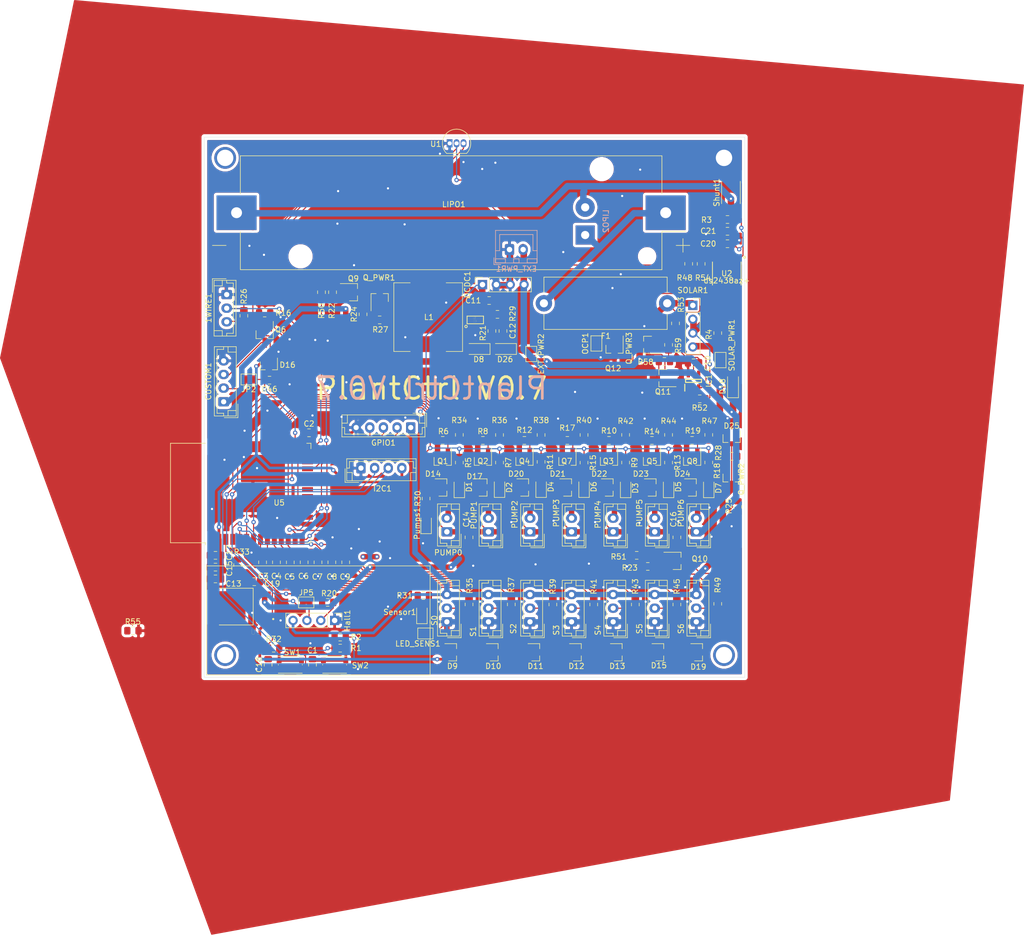
<source format=kicad_pcb>
(kicad_pcb (version 20171130) (host pcbnew "(5.1.5)-3")
  (layers (0 F.Cu signal) (31 B.Cu signal) (34 B.Paste user) (35 F.Paste user) (36 B.SilkS user) (37 F.SilkS user) (38 B.Mask user) (39 F.Mask user) (44 Edge.Cuts user))
  (net 0 "")
  (net 1 PLANT1_PUMP)
  (net 2 PLANT2_PUMP)
  (net 3 PLANT3_PUMP)
  (net 4 PLANT4_PUMP)
  (net 5 PLANT5_PUMP)
  (net 6 PLANT6_PUMP)
  (net 7 GND)
  (net 8 PLANT6_MOIST)
  (net 9 PLANT5_MOIST)
  (net 10 PLANT4_MOIST)
  (net 11 PLANT3_MOIST)
  (net 12 PLANT2_MOIST)
  (net 13 PLANT1_MOIST)
  (net 14 PLANT_CTRL_PUMP_0)
  (net 15 PUMP_PWR)
  (net 16 PWR_PUMP_CONVERTER)
  (net 17 3_3V)
  (net 18 Temp)
  (net 19 PLANT0_PUMP)
  (net 20 CUSTOM_GPIO)
  (net 21 PWR_SENSORS)
  (net 22 PLANT0_MOIST)
  (net 23 "Net-(C1-Pad2)")
  (net 24 "Net-(R35-Pad1)")
  (net 25 PLANT_CTRL_PUMP_1)
  (net 26 "Net-(R37-Pad1)")
  (net 27 PLANT_CTRL_PUMP_2)
  (net 28 "Net-(R39-Pad1)")
  (net 29 PLANT_CTRL_PUMP_3)
  (net 30 "Net-(R41-Pad1)")
  (net 31 PLANT_CTRL_PUMP_4)
  (net 32 "Net-(R43-Pad1)")
  (net 33 PLANT_CTRL_PUMP_5)
  (net 34 "Net-(R45-Pad1)")
  (net 35 PLANT_CTRL_PUMP_6)
  (net 36 "Net-(R49-Pad1)")
  (net 37 PUMP_ENABLE)
  (net 38 SENSORS_ENABLE)
  (net 39 "Net-(C10-Pad2)")
  (net 40 VCC_BATT)
  (net 41 LIPO_OC)
  (net 42 "Net-(D8-Pad2)")
  (net 43 "Net-(Hall1-Pad3)")
  (net 44 "Net-(Hall1-Pad2)")
  (net 45 "Net-(IC1-Pad2)")
  (net 46 "Net-(JP5-Pad1)")
  (net 47 "Net-(R20-Pad2)")
  (net 48 "Net-(R21-Pad2)")
  (net 49 "Net-(D1-Pad2)")
  (net 50 "Net-(D2-Pad2)")
  (net 51 "Net-(D3-Pad2)")
  (net 52 "Net-(D4-Pad2)")
  (net 53 "Net-(D5-Pad2)")
  (net 54 "Net-(D6-Pad2)")
  (net 55 "Net-(D7-Pad2)")
  (net 56 "Net-(Pumps1-Pad2)")
  (net 57 "Net-(Q1-Pad1)")
  (net 58 "Net-(Q2-Pad1)")
  (net 59 "Net-(Q3-Pad1)")
  (net 60 "Net-(Q4-Pad1)")
  (net 61 "Net-(Q5-Pad1)")
  (net 62 "Net-(Q6-Pad1)")
  (net 63 "Net-(Q7-Pad1)")
  (net 64 "Net-(Q8-Pad1)")
  (net 65 "Net-(Q9-Pad3)")
  (net 66 "Net-(Q9-Pad1)")
  (net 67 "Net-(Q10-Pad3)")
  (net 68 "Net-(Q10-Pad1)")
  (net 69 "Net-(Q_PWR1-Pad1)")
  (net 70 "Net-(Q_PWR2-Pad1)")
  (net 71 "Net-(R31-Pad1)")
  (net 72 "Net-(C12-Pad1)")
  (net 73 "Net-(C19-Pad2)")
  (net 74 VCC)
  (net 75 "Net-(C18-Pad2)")
  (net 76 enable_all)
  (net 77 "Net-(Q_PWR3-Pad1)")
  (net 78 SOLAR_IN)
  (net 79 "Net-(C2-Pad2)")
  (net 80 "Net-(C20-Pad1)")
  (net 81 "Net-(D18-Pad2)")
  (net 82 VCC_BAT_FUSED)
  (net 83 "Net-(I2C1-Pad3)")
  (net 84 "Net-(I2C1-Pad2)")
  (net 85 "Net-(IC1-Pad1)")
  (net 86 SOLAR_GND)
  (net 87 "Net-(R4-Pad1)")
  (net 88 "Net-(C21-Pad1)")
  (net 89 "Net-(CUSTOM1-Pad3)")
  (net 90 "Net-(CUSTOM1-Pad2)")
  (net 91 "Net-(GPIO1-Pad4)")
  (net 92 "Net-(GPIO1-Pad3)")
  (net 93 "Net-(GPIO1-Pad2)")
  (net 94 "Net-(LED_SENS1-Pad1)")
  (net 95 Rsense+)
  (module Resistor_SMD:R_0805_2012Metric_Pad1.15x1.40mm_HandSolder (layer F.Cu) (at 157.08 131.17)
    (fp_text reference R55 (at 0 -1.65) (layer F.SilkS))
    (fp_text value 10k)
    (pad 2 smd roundrect (at 1.025 0) (size 1.15 1.4) (layers F.Cu F.Paste F.Mask) (roundrect_rratio 0.217391) (net 7 GND))
    (pad 1 smd roundrect (at -1.025 0) (size 1.15 1.4) (layers F.Cu F.Paste F.Mask) (roundrect_rratio 0.217391) (net 93 "Net-(GPIO1-Pad2)"))
  )
  (module Resistor_SMD:R_0805_2012Metric_Pad1.15x1.40mm_HandSolder (layer F.Cu) (at 221.234 96.266)
    (fp_text reference R8 (at 0 -1.65) (layer F.SilkS))
    (fp_text value 10k)
    (pad 2 smd roundrect (at 1.025 0) (size 1.15 1.4) (layers F.Cu F.Paste F.Mask) (roundrect_rratio 0.217391) (net 58 "Net-(Q2-Pad1)"))
    (pad 1 smd roundrect (at -1.025 0) (size 1.15 1.4) (layers F.Cu F.Paste F.Mask) (roundrect_rratio 0.217391) (net 7 GND))
  )
  (module Jumper:SolderJumper-2_P1.3mm_Bridged_Pad1.0x1.5mm (layer F.Cu) (at 264.795 81.534 90)
    (fp_text reference SOLAR_PWR1 (at 2.7178 2.0574 90) (layer F.SilkS))
    (fp_text value NC)
    (fp_poly (pts (xy -0.25 -0.3) (xy 0.25 -0.3) (xy 0.25 0.3) (xy -0.25 0.3)) (layer F.Cu) (width 0))
    (pad 2 smd rect (at 0.65 0 90) (size 1 1.5) (layers F.Cu F.Mask) (net 78 SOLAR_IN))
    (pad 1 smd rect (at -0.65 0 90) (size 1 1.5) (layers F.Cu F.Mask) (net 81 "Net-(D18-Pad2)"))
  )
  (module Connector_PinSocket_2.54mm:PinSocket_1x04_P2.54mm_Vertical (layer F.Cu) (at 259.715 71.501)
    (fp_text reference SOLAR1 (at 0 -2.77) (layer F.SilkS))
    (fp_text value Conn_01x04)
    (pad 4 thru_hole oval (at 0 7.62) (size 1.7 1.7) (drill 1) (layers *.Cu *.Mask) (net 78 SOLAR_IN))
    (pad 3 thru_hole oval (at 0 5.08) (size 1.7 1.7) (drill 1) (layers *.Cu *.Mask) (net 86 SOLAR_GND))
    (pad 2 thru_hole oval (at 0 2.54) (size 1.7 1.7) (drill 1) (layers *.Cu *.Mask) (net 86 SOLAR_GND))
    (pad 1 thru_hole rect (at 0 0) (size 1.7 1.7) (drill 1) (layers *.Cu *.Mask) (net 82 VCC_BAT_FUSED))
  )
  (module Jumper:SolderJumper-2_P1.3mm_Open_Pad1.0x1.5mm (layer F.Cu) (at 242.0366 78.486 270)
    (fp_text reference OCP1 (at 0 2.032 90) (layer F.SilkS))
    (fp_text value SolderJumper_2_Open)
    (pad 1 smd rect (at -0.65 0 270) (size 1 1.5) (layers F.Cu F.Mask) (net 86 SOLAR_GND))
    (pad 2 smd rect (at 0.65 0 270) (size 1 1.5) (layers F.Cu F.Mask) (net 7 GND))
  )
  (module Connector_Wire:SolderWirePad_1x02_P5.08mm_Drill1.5mm (layer B.Cu) (at 239.9792 58.5978 90)
    (fp_text reference LIPO2 (at 2.54 3.81 -90) (layer B.SilkS) (effects (justify mirror)))
    (fp_text value Conn_01x02_Female)
    (pad 2 thru_hole circle (at 5.08 0 90) (size 3.50012 3.50012) (drill 1.50114) (layers *.Cu *.Mask) (net 95 Rsense+))
    (pad 1 thru_hole rect (at 0 0 90) (size 3.50012 3.50012) (drill 1.50114) (layers *.Cu *.Mask) (net 40 VCC_BATT))
  )
  (module misc_footprints:BatteryHolder_Keystone_1042_1x18650 (layer F.Cu) (at 215.4066 54.5084 180)
    (fp_text reference LIPO1 (at -0.4934 1.524) (layer F.SilkS))
    (fp_text value Conn_01x02_Female)
    (pad 1 thru_hole rect (at -39.33 0 180) (size 7.34 6.35) (drill 2) (layers *.Cu *.Mask) (net 40 VCC_BATT))
    (pad 2 thru_hole rect (at 39.33 0 180) (size 7.34 6.35) (drill 2) (layers *.Cu *.Mask) (net 95 Rsense+))
    (pad "" np_thru_hole circle (at 27.6 -8 180) (size 3.45 3.45) (drill 3.45) (layers *.Cu *.Mask))
    (pad "" np_thru_hole circle (at -27.6 8 180) (size 3.45 3.45) (drill 3.45) (layers *.Cu *.Mask))
    (pad "" np_thru_hole circle (at -35.93 -8 180) (size 2.39 2.39) (drill 2.39) (layers *.Cu *.Mask))
  )
  (module Jumper:SolderJumper-2_P1.3mm_Bridged_Pad1.0x1.5mm (layer F.Cu) (at 210.693 131.6736)
    (fp_text reference LED_SENS1 (at -1.3716 1.8796) (layer F.SilkS))
    (fp_text value NC)
    (fp_poly (pts (xy -0.25 -0.3) (xy 0.25 -0.3) (xy 0.25 0.3) (xy -0.25 0.3)) (layer F.Cu) (width 0))
    (pad 2 smd rect (at 0.65 0) (size 1 1.5) (layers F.Cu F.Mask) (net 7 GND))
    (pad 1 smd rect (at -0.65 0) (size 1 1.5) (layers F.Cu F.Mask) (net 94 "Net-(LED_SENS1-Pad1)"))
  )
  (module Connector_JST:JST_EH_B5B-EH-A_1x05_P2.50mm_Vertical (layer F.Cu) (at 208.0006 93.9038 180)
    (fp_text reference GPIO1 (at 5 -2.8) (layer F.SilkS))
    (fp_text value Conn_01x05_Female)
    (pad 5 thru_hole oval (at 10 0 180) (size 1.7 1.95) (drill 0.95) (layers *.Cu *.Mask) (net 7 GND))
    (pad 4 thru_hole oval (at 7.5 0 180) (size 1.7 1.95) (drill 0.95) (layers *.Cu *.Mask) (net 91 "Net-(GPIO1-Pad4)"))
    (pad 3 thru_hole oval (at 5 0 180) (size 1.7 1.95) (drill 0.95) (layers *.Cu *.Mask) (net 92 "Net-(GPIO1-Pad3)"))
    (pad 2 thru_hole oval (at 2.5 0 180) (size 1.7 1.95) (drill 0.95) (layers *.Cu *.Mask) (net 93 "Net-(GPIO1-Pad2)"))
    (pad 1 thru_hole roundrect (at 0 0 180) (size 1.7 1.95) (drill 0.95) (layers *.Cu *.Mask) (roundrect_rratio 0.147059) (net 21 PWR_SENSORS))
  )
  (module Jumper:SolderJumper-2_P1.3mm_Open_Pad1.0x1.5mm (layer F.Cu) (at 230.0986 80.4164 270)
    (fp_text reference EXT_PWR2 (at 0 -1.8 90) (layer F.SilkS))
    (fp_text value SolderJumper_2_Open)
    (pad 1 smd rect (at -0.65 0 270) (size 1 1.5) (layers F.Cu F.Mask) (net 15 PUMP_PWR))
    (pad 2 smd rect (at 0.65 0 270) (size 1 1.5) (layers F.Cu F.Mask) (net 74 VCC))
  )
  (module Connector_JST:JST_XH_B2B-XH-A_1x02_P2.50mm_Vertical (layer B.Cu) (at 226.1108 61.2648)
    (fp_text reference EXT_PWR1 (at 1.25 3.55) (layer B.SilkS) (effects (justify mirror)))
    (fp_text value Conn_01x02)
    (pad 2 thru_hole oval (at 2.5 0) (size 1.7 2) (drill 1) (layers *.Cu *.Mask) (net 15 PUMP_PWR))
    (pad 1 thru_hole roundrect (at 0 0) (size 1.7 2) (drill 1) (layers *.Cu *.Mask) (roundrect_rratio 0.147059) (net 7 GND))
  )
  (module Connector_PinSocket_2.54mm:PinSocket_1x04_P2.54mm_Vertical (layer F.Cu) (at 221.1578 67.691 90)
    (fp_text reference DCDC1 (at 0 -2.77 90) (layer F.SilkS))
    (fp_text value Conn_01x04)
    (pad 4 thru_hole oval (at 0 7.62 90) (size 1.7 1.7) (drill 1) (layers *.Cu *.Mask) (net 15 PUMP_PWR))
    (pad 3 thru_hole oval (at 0 5.08 90) (size 1.7 1.7) (drill 1) (layers *.Cu *.Mask) (net 7 GND))
    (pad 2 thru_hole oval (at 0 2.54 90) (size 1.7 1.7) (drill 1) (layers *.Cu *.Mask) (net 7 GND))
    (pad 1 thru_hole rect (at 0 0 90) (size 1.7 1.7) (drill 1) (layers *.Cu *.Mask) (net 16 PWR_PUMP_CONVERTER))
  )
  (module Connector_JST:JST_EH_B4B-EH-A_1x04_P2.50mm_Vertical (layer F.Cu) (at 173.7106 89.1794 90)
    (fp_text reference CUSTOM1 (at 3.75 -2.8 90) (layer F.SilkS))
    (fp_text value Conn_01x04)
    (pad 4 thru_hole oval (at 7.5 0 90) (size 1.7 1.95) (drill 0.95) (layers *.Cu *.Mask) (net 7 GND))
    (pad 3 thru_hole oval (at 5 0 90) (size 1.7 1.95) (drill 0.95) (layers *.Cu *.Mask) (net 89 "Net-(CUSTOM1-Pad3)"))
    (pad 2 thru_hole oval (at 2.5 0 90) (size 1.7 1.95) (drill 0.95) (layers *.Cu *.Mask) (net 90 "Net-(CUSTOM1-Pad2)"))
    (pad 1 thru_hole roundrect (at 0 0 90) (size 1.7 1.95) (drill 0.95) (layers *.Cu *.Mask) (roundrect_rratio 0.147059) (net 74 VCC))
  )
  (module Connector_JST:JST_EH_B3B-EH-A_1x03_P2.50mm_Vertical (layer F.Cu) (at 174.2694 69.5198 270)
    (fp_text reference 1WIRE1 (at 2.4892 3.302 90) (layer F.SilkS))
    (fp_text value Conn_01x03)
    (pad 3 thru_hole oval (at 5 0 270) (size 1.7 1.95) (drill 0.95) (layers *.Cu *.Mask) (net 17 3_3V))
    (pad 2 thru_hole oval (at 2.5 0 270) (size 1.7 1.95) (drill 0.95) (layers *.Cu *.Mask) (net 18 Temp))
    (pad 1 thru_hole roundrect (at 0 0 270) (size 1.7 1.95) (drill 0.95) (layers *.Cu *.Mask) (roundrect_rratio 0.147059) (net 7 GND))
  )
  (module misc_footprints:ds2438az&plus_ (layer F.Cu) (at 265.938 65.659 270)
    (fp_text reference U2 (at 0 0 180) (layer F.SilkS))
    (fp_text value ds2438az+ (at 1.2954 0 180) (layer F.SilkS))
    (fp_text user * (at -2.97815 -3.5814 90) (layer F.SilkS))
    (fp_text user * (at -2.97815 -3.5814 90) (layer F.SilkS))
    (pad 8 smd rect (at 2.72415 -1.905 270) (size 1.4605 0.5334) (layers F.Cu F.Paste F.Mask) (net 18 Temp))
    (pad 7 smd rect (at 2.72415 -0.635 270) (size 1.4605 0.5334) (layers F.Cu F.Paste F.Mask))
    (pad 6 smd rect (at 2.72415 0.635 270) (size 1.4605 0.5334) (layers F.Cu F.Paste F.Mask))
    (pad 5 smd rect (at 2.72415 1.905 270) (size 1.4605 0.5334) (layers F.Cu F.Paste F.Mask) (net 74 VCC))
    (pad 4 smd rect (at -2.72415 1.905 270) (size 1.4605 0.5334) (layers F.Cu F.Paste F.Mask) (net 88 "Net-(C21-Pad1)"))
    (pad 3 smd rect (at -2.72415 0.635 270) (size 1.4605 0.5334) (layers F.Cu F.Paste F.Mask) (net 80 "Net-(C20-Pad1)"))
    (pad 2 smd rect (at -2.72415 -0.635 270) (size 1.4605 0.5334) (layers F.Cu F.Paste F.Mask) (net 95 Rsense+))
    (pad 1 smd rect (at -2.72415 -1.905 270) (size 1.4605 0.5334) (layers F.Cu F.Paste F.Mask) (net 7 GND))
  )
  (module Resistor_SMD:R_0805_2012Metric_Pad1.15x1.40mm_HandSolder (layer F.Cu) (at 261.239 63.89 90)
    (fp_text reference R54 (at -2.5564 0.3302 180) (layer F.SilkS))
    (fp_text value 100k)
    (pad 2 smd roundrect (at 1.025 0 90) (size 1.15 1.4) (layers F.Cu F.Paste F.Mask) (roundrect_rratio 0.217391) (net 88 "Net-(C21-Pad1)"))
    (pad 1 smd roundrect (at -1.025 0 90) (size 1.15 1.4) (layers F.Cu F.Paste F.Mask) (roundrect_rratio 0.217391) (net 87 "Net-(R4-Pad1)"))
  )
  (module Capacitor_SMD:C_0805_2012Metric_Pad1.15x1.40mm_HandSolder (layer F.Cu) (at 266.065 57.912)
    (fp_text reference C21 (at -3.5052 -0.0508) (layer F.SilkS))
    (fp_text value 100n)
    (pad 2 smd roundrect (at 1.025 0) (size 1.15 1.4) (layers F.Cu F.Paste F.Mask) (roundrect_rratio 0.217391) (net 7 GND))
    (pad 1 smd roundrect (at -1.025 0) (size 1.15 1.4) (layers F.Cu F.Paste F.Mask) (roundrect_rratio 0.217391) (net 88 "Net-(C21-Pad1)"))
  )
  (module Resistor_SMD:R_2512_6332Metric (layer F.Cu) (at 266.7 50.8 90)
    (fp_text reference Shunt1 (at 0 -2.62 90) (layer F.SilkS))
    (fp_text value 0.100)
    (pad 1 smd roundrect (at -2.9 0 90) (size 1.35 3.35) (layers F.Cu F.Paste F.Mask) (roundrect_rratio 0.185185) (net 95 Rsense+))
    (pad 2 smd roundrect (at 2.9 0 90) (size 1.35 3.35) (layers F.Cu F.Paste F.Mask) (roundrect_rratio 0.185185) (net 7 GND))
  )
  (module Resistor_SMD:R_0805_2012Metric_Pad1.15x1.40mm_HandSolder (layer F.Cu) (at 258.953 63.881 270)
    (fp_text reference R48 (at 2.5654 0.7366 180) (layer F.SilkS))
    (fp_text value 10k)
    (pad 2 smd roundrect (at 1.025 0 270) (size 1.15 1.4) (layers F.Cu F.Paste F.Mask) (roundrect_rratio 0.217391) (net 87 "Net-(R4-Pad1)"))
    (pad 1 smd roundrect (at -1.025 0 270) (size 1.15 1.4) (layers F.Cu F.Paste F.Mask) (roundrect_rratio 0.217391) (net 95 Rsense+))
  )
  (module Resistor_SMD:R_0805_2012Metric_Pad1.15x1.40mm_HandSolder (layer F.Cu) (at 264.287 76.581 270)
    (fp_text reference R4 (at 0.254 1.6256 90) (layer F.SilkS))
    (fp_text value 10k)
    (pad 2 smd roundrect (at 1.025 0 270) (size 1.15 1.4) (layers F.Cu F.Paste F.Mask) (roundrect_rratio 0.217391) (net 78 SOLAR_IN))
    (pad 1 smd roundrect (at -1.025 0 270) (size 1.15 1.4) (layers F.Cu F.Paste F.Mask) (roundrect_rratio 0.217391) (net 87 "Net-(R4-Pad1)"))
  )
  (module Resistor_SMD:R_0805_2012Metric_Pad1.15x1.40mm_HandSolder (layer F.Cu) (at 266.065 55.753 180)
    (fp_text reference R3 (at 3.8354 -0.0762) (layer F.SilkS))
    (fp_text value 100k)
    (pad 2 smd roundrect (at 1.025 0 180) (size 1.15 1.4) (layers F.Cu F.Paste F.Mask) (roundrect_rratio 0.217391) (net 80 "Net-(C20-Pad1)"))
    (pad 1 smd roundrect (at -1.025 0 180) (size 1.15 1.4) (layers F.Cu F.Paste F.Mask) (roundrect_rratio 0.217391) (net 7 GND))
  )
  (module Connector_JST:JST_EH_B4B-EH-A_1x04_P2.50mm_Vertical (layer F.Cu) (at 198.882 101.346)
    (fp_text reference I2C1 (at 3.937 3.7592) (layer F.SilkS))
    (fp_text value Conn_01x04_Female)
    (pad 4 thru_hole oval (at 7.5 0) (size 1.7 1.95) (drill 0.95) (layers *.Cu *.Mask) (net 17 3_3V))
    (pad 3 thru_hole oval (at 5 0) (size 1.7 1.95) (drill 0.95) (layers *.Cu *.Mask) (net 83 "Net-(I2C1-Pad3)"))
    (pad 2 thru_hole oval (at 2.5 0) (size 1.7 1.95) (drill 0.95) (layers *.Cu *.Mask) (net 84 "Net-(I2C1-Pad2)"))
    (pad 1 thru_hole roundrect (at 0 0) (size 1.7 1.95) (drill 0.95) (layers *.Cu *.Mask) (roundrect_rratio 0.147059) (net 7 GND))
  )
  (module Diode_SMD:D_SOD-123F (layer F.Cu) (at 267.081 86.233 90)
    (fp_text reference D18 (at -0.127 -1.905 90) (layer F.SilkS))
    (fp_text value "40V >2A")
    (pad 2 smd rect (at 1.4 0 90) (size 1.1 1.1) (layers F.Cu F.Paste F.Mask) (net 81 "Net-(D18-Pad2)"))
    (pad 1 smd rect (at -1.4 0 90) (size 1.1 1.1) (layers F.Cu F.Paste F.Mask) (net 15 PUMP_PWR))
  )
  (module Capacitor_SMD:C_0805_2012Metric_Pad1.15x1.40mm_HandSolder (layer F.Cu) (at 266.065 60.198)
    (fp_text reference C20 (at -3.5306 0) (layer F.SilkS))
    (fp_text value 100n)
    (pad 2 smd roundrect (at 1.025 0) (size 1.15 1.4) (layers F.Cu F.Paste F.Mask) (roundrect_rratio 0.217391) (net 95 Rsense+))
    (pad 1 smd roundrect (at -1.025 0) (size 1.15 1.4) (layers F.Cu F.Paste F.Mask) (roundrect_rratio 0.217391) (net 80 "Net-(C20-Pad1)"))
  )
  (module Jumper:SolderJumper-2_P1.3mm_Bridged_Pad1.0x1.5mm (layer F.Cu) (at 188.849 125.984)
    (fp_text reference JP5 (at 0 -1.8) (layer F.SilkS))
    (fp_text value NC)
    (fp_poly (pts (xy -0.25 -0.3) (xy 0.25 -0.3) (xy 0.25 0.3) (xy -0.25 0.3)) (layer F.Cu) (width 0))
    (pad 2 smd rect (at 0.65 0) (size 1 1.5) (layers F.Cu F.Mask) (net 43 "Net-(Hall1-Pad3)"))
    (pad 1 smd rect (at -0.65 0) (size 1 1.5) (layers F.Cu F.Mask) (net 46 "Net-(JP5-Pad1)"))
  )
  (module Package_TO_SOT_SMD:SOT-23_Handsoldering (layer F.Cu) (at 266.827 103.124 270)
    (fp_text reference Q_PWR2 (at 0.254 -1.778 90) (layer F.SilkS))
    (fp_text value "P-channel 50v 4A")
    (pad 3 smd rect (at 1.5 0 270) (size 1.9 0.8) (layers F.Cu F.Paste F.Mask) (net 21 PWR_SENSORS))
    (pad 2 smd rect (at -1.5 0.95 270) (size 1.9 0.8) (layers F.Cu F.Paste F.Mask) (net 74 VCC))
    (pad 1 smd rect (at -1.5 -0.95 270) (size 1.9 0.8) (layers F.Cu F.Paste F.Mask) (net 70 "Net-(Q_PWR2-Pad1)"))
  )
  (module misc_footprints:SOT-23-6 (layer F.Cu) (at 219.837 74.168 90)
    (fp_text reference U4 (at 0.076237 -0.079439 270) (layer F.SilkS) (effects (font (size 0.600291 0.600291) (thickness 0.015))))
    (fp_text value SX1308)
    (pad 5 smd rect (at 1.35 0 90) (size 1 0.55) (layers F.Cu F.Paste F.Mask) (net 16 PWR_PUMP_CONVERTER))
    (pad 6 smd rect (at 1.35 -0.95 90) (size 1 0.55) (layers F.Cu F.Paste F.Mask))
    (pad 4 smd rect (at 1.35 0.95 90) (size 1 0.55) (layers F.Cu F.Paste F.Mask) (net 16 PWR_PUMP_CONVERTER))
    (pad 3 smd rect (at -1.35 0.95 90) (size 1 0.55) (layers F.Cu F.Paste F.Mask) (net 48 "Net-(R21-Pad2)"))
    (pad 1 smd rect (at -1.35 -0.95 90) (size 1 0.55) (layers F.Cu F.Paste F.Mask) (net 42 "Net-(D8-Pad2)"))
    (pad 2 smd rect (at -1.35 0 90) (size 1 0.55) (layers F.Cu F.Paste F.Mask) (net 7 GND))
  )
  (module ESP32:DPAK457P991X255-3N (layer F.Cu) (at 176.784 126.746 180)
    (fp_text reference U3 (at -2.825 -4.635) (layer F.SilkS) (effects (font (thickness 0.015))))
    (fp_text value LP38690DT-3.3)
    (pad 4 smd rect (at 2.32 0 180) (size 6.49 5.63) (layers F.Cu F.Mask) (net 7 GND))
    (pad 3 smd rect (at -4.45 2.285 180) (size 2.22 0.96) (layers F.Cu F.Paste F.Mask) (net 74 VCC))
    (pad 1 smd rect (at -4.45 -2.285 180) (size 2.22 0.96) (layers F.Cu F.Paste F.Mask) (net 17 3_3V))
  )
  (module Resistor_SMD:R_0805_2012Metric_Pad1.15x1.40mm_HandSolder (layer F.Cu) (at 256.54 74.803 270)
    (fp_text reference R53 (at -3.429 -1.016 90) (layer F.SilkS))
    (fp_text value 100)
    (pad 2 smd roundrect (at 1.025 0 270) (size 1.15 1.4) (layers F.Cu F.Paste F.Mask) (roundrect_rratio 0.217391) (net 39 "Net-(C10-Pad2)"))
    (pad 1 smd roundrect (at -1.025 0 270) (size 1.15 1.4) (layers F.Cu F.Paste F.Mask) (roundrect_rratio 0.217391) (net 82 VCC_BAT_FUSED))
  )
  (module Resistor_SMD:R_0805_2012Metric_Pad1.15x1.40mm_HandSolder (layer F.Cu) (at 260.985 88.646 180)
    (fp_text reference R52 (at 0 -1.65) (layer F.SilkS))
    (fp_text value 1k)
    (pad 2 smd roundrect (at 1.025 0 180) (size 1.15 1.4) (layers F.Cu F.Paste F.Mask) (roundrect_rratio 0.217391) (net 45 "Net-(IC1-Pad2)"))
    (pad 1 smd roundrect (at -1.025 0 180) (size 1.15 1.4) (layers F.Cu F.Paste F.Mask) (roundrect_rratio 0.217391) (net 86 SOLAR_GND))
  )
  (module Resistor_SMD:R_0805_2012Metric_Pad1.15x1.40mm_HandSolder (layer F.Cu) (at 249.428 117.348 180)
    (fp_text reference R51 (at 3.302 -0.254) (layer F.SilkS))
    (fp_text value 1k)
    (pad 2 smd roundrect (at 1.025 0 180) (size 1.15 1.4) (layers F.Cu F.Paste F.Mask) (roundrect_rratio 0.217391) (net 38 SENSORS_ENABLE))
    (pad 1 smd roundrect (at -1.025 0 180) (size 1.15 1.4) (layers F.Cu F.Paste F.Mask) (roundrect_rratio 0.217391) (net 68 "Net-(Q10-Pad1)"))
  )
  (module Resistor_SMD:R_0805_2012Metric_Pad1.15x1.40mm_HandSolder (layer F.Cu) (at 191.643 69.088 270)
    (fp_text reference R50 (at 3.429 0 90) (layer F.SilkS))
    (fp_text value 1k)
    (pad 2 smd roundrect (at 1.025 0 270) (size 1.15 1.4) (layers F.Cu F.Paste F.Mask) (roundrect_rratio 0.217391) (net 37 PUMP_ENABLE))
    (pad 1 smd roundrect (at -1.025 0 270) (size 1.15 1.4) (layers F.Cu F.Paste F.Mask) (roundrect_rratio 0.217391) (net 66 "Net-(Q9-Pad1)"))
  )
  (module Resistor_SMD:R_0805_2012Metric_Pad1.15x1.40mm_HandSolder (layer F.Cu) (at 182.118 85.217 180)
    (fp_text reference R46 (at 0 -1.65) (layer F.SilkS))
    (fp_text value 1k)
    (pad 2 smd roundrect (at 1.025 0 180) (size 1.15 1.4) (layers F.Cu F.Paste F.Mask) (roundrect_rratio 0.217391) (net 20 CUSTOM_GPIO))
    (pad 1 smd roundrect (at -1.025 0 180) (size 1.15 1.4) (layers F.Cu F.Paste F.Mask) (roundrect_rratio 0.217391) (net 62 "Net-(Q6-Pad1)"))
  )
  (module Resistor_SMD:R_0805_2012Metric_Pad1.15x1.40mm_HandSolder (layer F.Cu) (at 223.901 73.152)
    (fp_text reference R29 (at 2.794 -0.127 90) (layer F.SilkS))
    (fp_text value 1k)
    (pad 2 smd roundrect (at 1.025 0) (size 1.15 1.4) (layers F.Cu F.Paste F.Mask) (roundrect_rratio 0.217391) (net 7 GND))
    (pad 1 smd roundrect (at -1.025 0) (size 1.15 1.4) (layers F.Cu F.Paste F.Mask) (roundrect_rratio 0.217391) (net 48 "Net-(R21-Pad2)"))
  )
  (module Resistor_SMD:R_0805_2012Metric_Pad1.15x1.40mm_HandSolder (layer F.Cu) (at 266.827 99.187 180)
    (fp_text reference R28 (at 2.413 0.635 90) (layer F.SilkS))
    (fp_text value 10k)
    (pad 2 smd roundrect (at 1.025 0 180) (size 1.15 1.4) (layers F.Cu F.Paste F.Mask) (roundrect_rratio 0.217391) (net 74 VCC))
    (pad 1 smd roundrect (at -1.025 0 180) (size 1.15 1.4) (layers F.Cu F.Paste F.Mask) (roundrect_rratio 0.217391) (net 70 "Net-(Q_PWR2-Pad1)"))
  )
  (module Resistor_SMD:R_0805_2012Metric_Pad1.15x1.40mm_HandSolder (layer F.Cu) (at 202.311 74.168)
    (fp_text reference R27 (at 0.127 1.778) (layer F.SilkS))
    (fp_text value 10k)
    (pad 2 smd roundrect (at 1.025 0) (size 1.15 1.4) (layers F.Cu F.Paste F.Mask) (roundrect_rratio 0.217391) (net 74 VCC))
    (pad 1 smd roundrect (at -1.025 0) (size 1.15 1.4) (layers F.Cu F.Paste F.Mask) (roundrect_rratio 0.217391) (net 69 "Net-(Q_PWR1-Pad1)"))
  )
  (module Resistor_SMD:R_0805_2012Metric_Pad1.15x1.40mm_HandSolder (layer F.Cu) (at 177.419 73.406 270)
    (fp_text reference R26 (at -3.556 0 90) (layer F.SilkS))
    (fp_text value 4k7)
    (pad 2 smd roundrect (at 1.025 0 270) (size 1.15 1.4) (layers F.Cu F.Paste F.Mask) (roundrect_rratio 0.217391) (net 17 3_3V))
    (pad 1 smd roundrect (at -1.025 0 270) (size 1.15 1.4) (layers F.Cu F.Paste F.Mask) (roundrect_rratio 0.217391) (net 18 Temp))
  )
  (module Resistor_SMD:R_0805_2012Metric_Pad1.15x1.40mm_HandSolder (layer F.Cu) (at 267.97 108.458 270)
    (fp_text reference R25 (at -0.127 1.651 90) (layer F.SilkS))
    (fp_text value 10k)
    (pad 2 smd roundrect (at 1.025 0 270) (size 1.15 1.4) (layers F.Cu F.Paste F.Mask) (roundrect_rratio 0.217391) (net 67 "Net-(Q10-Pad3)"))
    (pad 1 smd roundrect (at -1.025 0 270) (size 1.15 1.4) (layers F.Cu F.Paste F.Mask) (roundrect_rratio 0.217391) (net 70 "Net-(Q_PWR2-Pad1)"))
  )
  (module Resistor_SMD:R_0805_2012Metric_Pad1.15x1.40mm_HandSolder (layer F.Cu) (at 199.263 73.143 90)
    (fp_text reference R24 (at 0 -1.65 90) (layer F.SilkS))
    (fp_text value 10k)
    (pad 2 smd roundrect (at 1.025 0 90) (size 1.15 1.4) (layers F.Cu F.Paste F.Mask) (roundrect_rratio 0.217391) (net 65 "Net-(Q9-Pad3)"))
    (pad 1 smd roundrect (at -1.025 0 90) (size 1.15 1.4) (layers F.Cu F.Paste F.Mask) (roundrect_rratio 0.217391) (net 69 "Net-(Q_PWR1-Pad1)"))
  )
  (module Resistor_SMD:R_0805_2012Metric_Pad1.15x1.40mm_HandSolder (layer F.Cu) (at 251.46 119.38)
    (fp_text reference R23 (at -3.302 0.254) (layer F.SilkS))
    (fp_text value 10k)
    (pad 2 smd roundrect (at 1.025 0) (size 1.15 1.4) (layers F.Cu F.Paste F.Mask) (roundrect_rratio 0.217391) (net 7 GND))
    (pad 1 smd roundrect (at -1.025 0) (size 1.15 1.4) (layers F.Cu F.Paste F.Mask) (roundrect_rratio 0.217391) (net 68 "Net-(Q10-Pad1)"))
  )
  (module Resistor_SMD:R_0805_2012Metric_Pad1.15x1.40mm_HandSolder (layer F.Cu) (at 193.675 69.088 270)
    (fp_text reference R22 (at 3.429 0.127 90) (layer F.SilkS))
    (fp_text value 10k)
    (pad 2 smd roundrect (at 1.025 0 270) (size 1.15 1.4) (layers F.Cu F.Paste F.Mask) (roundrect_rratio 0.217391) (net 7 GND))
    (pad 1 smd roundrect (at -1.025 0 270) (size 1.15 1.4) (layers F.Cu F.Paste F.Mask) (roundrect_rratio 0.217391) (net 66 "Net-(Q9-Pad1)"))
  )
  (module Resistor_SMD:R_0805_2012Metric_Pad1.15x1.40mm_HandSolder (layer F.Cu) (at 222.885 76.2 90)
    (fp_text reference R21 (at -0.381 -1.65 90) (layer F.SilkS))
    (fp_text value 19k-19.5K)
    (pad 2 smd roundrect (at 1.025 0 90) (size 1.15 1.4) (layers F.Cu F.Paste F.Mask) (roundrect_rratio 0.217391) (net 48 "Net-(R21-Pad2)"))
    (pad 1 smd roundrect (at -1.025 0 90) (size 1.15 1.4) (layers F.Cu F.Paste F.Mask) (roundrect_rratio 0.217391) (net 72 "Net-(C12-Pad1)"))
  )
  (module Resistor_SMD:R_0805_2012Metric_Pad1.15x1.40mm_HandSolder (layer F.Cu) (at 192.786 125.984 180)
    (fp_text reference R20 (at -0.254 1.651) (layer F.SilkS))
    (fp_text value 10k)
    (pad 2 smd roundrect (at 1.025 0 180) (size 1.15 1.4) (layers F.Cu F.Paste F.Mask) (roundrect_rratio 0.217391) (net 47 "Net-(R20-Pad2)"))
    (pad 1 smd roundrect (at -1.025 0 180) (size 1.15 1.4) (layers F.Cu F.Paste F.Mask) (roundrect_rratio 0.217391) (net 44 "Net-(Hall1-Pad2)"))
  )
  (module Resistor_SMD:R_0805_2012Metric_Pad1.15x1.40mm_HandSolder (layer F.Cu) (at 181.229 72.898 180)
    (fp_text reference R16 (at -3.429 0) (layer F.SilkS))
    (fp_text value 10k)
    (pad 2 smd roundrect (at 1.025 0 180) (size 1.15 1.4) (layers F.Cu F.Paste F.Mask) (roundrect_rratio 0.217391) (net 7 GND))
    (pad 1 smd roundrect (at -1.025 0 180) (size 1.15 1.4) (layers F.Cu F.Paste F.Mask) (roundrect_rratio 0.217391) (net 62 "Net-(Q6-Pad1)"))
  )
  (module Package_TO_SOT_SMD:SOT-23_Handsoldering (layer F.Cu) (at 202.311 70.104 90)
    (fp_text reference Q_PWR1 (at 3.683 -0.127 180) (layer F.SilkS))
    (fp_text value "P-channel 50v 4A")
    (pad 3 smd rect (at 1.5 0 90) (size 1.9 0.8) (layers F.Cu F.Paste F.Mask) (net 16 PWR_PUMP_CONVERTER))
    (pad 2 smd rect (at -1.5 0.95 90) (size 1.9 0.8) (layers F.Cu F.Paste F.Mask) (net 74 VCC))
    (pad 1 smd rect (at -1.5 -0.95 90) (size 1.9 0.8) (layers F.Cu F.Paste F.Mask) (net 69 "Net-(Q_PWR1-Pad1)"))
  )
  (module Package_TO_SOT_SMD:SOT-23_Handsoldering (layer F.Cu) (at 245.364 79.502 270)
    (fp_text reference Q12 (at 3.556 0.254 180) (layer F.SilkS))
    (fp_text value "N-channel 30V 5A")
    (pad 3 smd rect (at 1.5 0 270) (size 1.9 0.8) (layers F.Cu F.Paste F.Mask) (net 7 GND))
    (pad 2 smd rect (at -1.5 0.95 270) (size 1.9 0.8) (layers F.Cu F.Paste F.Mask) (net 86 SOLAR_GND))
    (pad 1 smd rect (at -1.5 -0.95 270) (size 1.9 0.8) (layers F.Cu F.Paste F.Mask) (net 41 LIPO_OC))
  )
  (module Package_TO_SOT_SMD:SOT-23_Handsoldering (layer F.Cu) (at 254.254 84.836 180)
    (fp_text reference Q11 (at 0 -2.5) (layer F.SilkS))
    (fp_text value "N-channel 30V 5A")
    (pad 3 smd rect (at 1.5 0 180) (size 1.9 0.8) (layers F.Cu F.Paste F.Mask) (net 76 enable_all))
    (pad 2 smd rect (at -1.5 0.95 180) (size 1.9 0.8) (layers F.Cu F.Paste F.Mask) (net 7 GND))
    (pad 1 smd rect (at -1.5 -0.95 180) (size 1.9 0.8) (layers F.Cu F.Paste F.Mask) (net 85 "Net-(IC1-Pad1)"))
  )
  (module Package_TO_SOT_SMD:SOT-23_Handsoldering (layer F.Cu) (at 256.794 118.364)
    (fp_text reference Q10 (at 4.191 -0.381) (layer F.SilkS))
    (fp_text value "N-channel 30V 5A")
    (pad 3 smd rect (at 1.5 0) (size 1.9 0.8) (layers F.Cu F.Paste F.Mask) (net 67 "Net-(Q10-Pad3)"))
    (pad 2 smd rect (at -1.5 0.95) (size 1.9 0.8) (layers F.Cu F.Paste F.Mask) (net 7 GND))
    (pad 1 smd rect (at -1.5 -0.95) (size 1.9 0.8) (layers F.Cu F.Paste F.Mask) (net 68 "Net-(Q10-Pad1)"))
  )
  (module Package_TO_SOT_SMD:SOT-23_Handsoldering (layer F.Cu) (at 197.485 69.088)
    (fp_text reference Q9 (at 0 -2.5) (layer F.SilkS))
    (fp_text value "N-channel 30V 5A")
    (pad 3 smd rect (at 1.5 0) (size 1.9 0.8) (layers F.Cu F.Paste F.Mask) (net 65 "Net-(Q9-Pad3)"))
    (pad 2 smd rect (at -1.5 0.95) (size 1.9 0.8) (layers F.Cu F.Paste F.Mask) (net 7 GND))
    (pad 1 smd rect (at -1.5 -0.95) (size 1.9 0.8) (layers F.Cu F.Paste F.Mask) (net 66 "Net-(Q9-Pad1)"))
  )
  (module Package_TO_SOT_SMD:SOT-23_Handsoldering (layer F.Cu) (at 181.229 76.835 270)
    (fp_text reference Q6 (at -0.889 -2.921 180) (layer F.SilkS))
    (fp_text value "N-channel 30V 5A")
    (pad 3 smd rect (at 1.5 0 270) (size 1.9 0.8) (layers F.Cu F.Paste F.Mask) (net 89 "Net-(CUSTOM1-Pad3)"))
    (pad 2 smd rect (at -1.5 0.95 270) (size 1.9 0.8) (layers F.Cu F.Paste F.Mask) (net 7 GND))
    (pad 1 smd rect (at -1.5 -0.95 270) (size 1.9 0.8) (layers F.Cu F.Paste F.Mask) (net 62 "Net-(Q6-Pad1)"))
  )
  (module Inductor_SMD:L_12x12mm_H4.5mm (layer F.Cu) (at 211.201 73.66 270)
    (fp_text reference L1 (at 0 -0.127 180) (layer F.SilkS))
    (fp_text value "4A 5-22uH min DCR")
    (pad 2 smd rect (at 4.95 0 270) (size 2.9 5.4) (layers F.Cu F.Paste F.Mask) (net 42 "Net-(D8-Pad2)"))
    (pad 1 smd rect (at -4.95 0 270) (size 2.9 5.4) (layers F.Cu F.Paste F.Mask) (net 16 PWR_PUMP_CONVERTER))
  )
  (module Jumper:SolderJumper-2_P1.3mm_Open_Pad1.0x1.5mm (layer F.Cu) (at 178.308 85.09 180)
    (fp_text reference JP2 (at 0 -1.8) (layer F.SilkS))
    (fp_text value SolderJumper_2_Open)
    (pad 1 smd rect (at -0.65 0 180) (size 1 1.5) (layers F.Cu F.Mask) (net 20 CUSTOM_GPIO))
    (pad 2 smd rect (at 0.65 0 180) (size 1 1.5) (layers F.Cu F.Mask) (net 90 "Net-(CUSTOM1-Pad2)"))
  )
  (module misc_footprints:SOT95P280X135-6N (layer F.Cu) (at 259.842 85.344 90)
    (fp_text reference IC1 (at 0 2.8448 90) (layer F.SilkS))
    (fp_text value DW01)
    (pad 6 smd rect (at 1.25 -0.95 90) (size 1.25 0.6) (layers F.Cu F.Paste F.Mask) (net 7 GND))
    (pad 5 smd rect (at 1.25 0 90) (size 1.25 0.6) (layers F.Cu F.Paste F.Mask) (net 39 "Net-(C10-Pad2)"))
    (pad 4 smd rect (at 1.25 0.95 90) (size 1.25 0.6) (layers F.Cu F.Paste F.Mask))
    (pad 3 smd rect (at -1.25 0.95 90) (size 1.25 0.6) (layers F.Cu F.Paste F.Mask) (net 41 LIPO_OC))
    (pad 2 smd rect (at -1.25 0 90) (size 1.25 0.6) (layers F.Cu F.Paste F.Mask) (net 45 "Net-(IC1-Pad2)"))
    (pad 1 smd rect (at -1.25 -0.95 90) (size 1.25 0.6) (layers F.Cu F.Paste F.Mask) (net 85 "Net-(IC1-Pad1)"))
  )
  (module ESP32:SR04M-2PinHeader_1x04_P2.54mm_Vertical (layer F.Cu) (at 194.056 129.286 270)
    (fp_text reference Hall1 (at 0 -2.33 90) (layer F.SilkS))
    (fp_text value Conn_01x04)
    (pad 4 thru_hole oval (at 0 7.62 270) (size 1.7 1.7) (drill 1) (layers *.Cu *.Mask) (net 21 PWR_SENSORS))
    (pad 3 thru_hole oval (at 0 5.08 270) (size 1.7 1.7) (drill 1) (layers *.Cu *.Mask) (net 43 "Net-(Hall1-Pad3)"))
    (pad 2 thru_hole oval (at 0 2.54 270) (size 1.7 1.7) (drill 1) (layers *.Cu *.Mask) (net 44 "Net-(Hall1-Pad2)"))
    (pad 1 thru_hole rect (at 0 0 270) (size 1.7 1.7) (drill 1) (layers *.Cu *.Mask) (net 7 GND))
  )
  (module Diode_SMD:D_SOD-123F (layer F.Cu) (at 225.171 79.502 180)
    (fp_text reference D26 (at -0.127 -1.905) (layer F.SilkS))
    (fp_text value "40V >2A")
    (pad 2 smd rect (at 1.4 0 180) (size 1.1 1.1) (layers F.Cu F.Paste F.Mask) (net 72 "Net-(C12-Pad1)"))
    (pad 1 smd rect (at -1.4 0 180) (size 1.1 1.1) (layers F.Cu F.Paste F.Mask) (net 15 PUMP_PWR))
  )
  (module Package_TO_SOT_SMD:SOT-23 (layer F.Cu) (at 266.827 95.885 270)
    (fp_text reference D25 (at -2.286 0 180) (layer F.SilkS))
    (fp_text value BAS40-04)
    (pad 3 smd rect (at 1 0 270) (size 0.9 0.8) (layers F.Cu F.Paste F.Mask) (net 21 PWR_SENSORS))
    (pad 2 smd rect (at -1 0.95 270) (size 0.9 0.8) (layers F.Cu F.Paste F.Mask) (net 74 VCC))
    (pad 1 smd rect (at -1 -0.95 270) (size 0.9 0.8) (layers F.Cu F.Paste F.Mask) (net 7 GND))
  )
  (module Package_TO_SOT_SMD:SOT-23 (layer F.Cu) (at 181.991 82.55 270)
    (fp_text reference D16 (at -0.127 -3.429 180) (layer F.SilkS))
    (fp_text value BAS40-04)
    (pad 3 smd rect (at 1 0 270) (size 0.9 0.8) (layers F.Cu F.Paste F.Mask) (net 20 CUSTOM_GPIO))
    (pad 2 smd rect (at -1 0.95 270) (size 0.9 0.8) (layers F.Cu F.Paste F.Mask) (net 17 3_3V))
    (pad 1 smd rect (at -1 -0.95 270) (size 0.9 0.8) (layers F.Cu F.Paste F.Mask) (net 7 GND))
  )
  (module Diode_SMD:D_SOD-123F (layer F.Cu) (at 220.345 79.502 180)
    (fp_text reference D8 (at -0.127 -1.905) (layer F.SilkS))
    (fp_text value "40V >2A")
    (pad 2 smd rect (at 1.4 0 180) (size 1.1 1.1) (layers F.Cu F.Paste F.Mask) (net 42 "Net-(D8-Pad2)"))
    (pad 1 smd rect (at -1.4 0 180) (size 1.1 1.1) (layers F.Cu F.Paste F.Mask) (net 72 "Net-(C12-Pad1)"))
  )
  (module Capacitor_SMD:C_0805_2012Metric_Pad1.15x1.40mm_HandSolder (layer F.Cu) (at 172.212 121.666 180)
    (fp_text reference C13 (at -3.302 -0.889 180) (layer F.SilkS))
    (fp_text value 22uf)
    (pad 2 smd roundrect (at 1.025 0 180) (size 1.15 1.4) (layers F.Cu F.Paste F.Mask) (roundrect_rratio 0.217391) (net 7 GND))
    (pad 1 smd roundrect (at -1.025 0 180) (size 1.15 1.4) (layers F.Cu F.Paste F.Mask) (roundrect_rratio 0.217391) (net 17 3_3V))
  )
  (module Capacitor_SMD:C_0805_2012Metric_Pad1.15x1.40mm_HandSolder (layer F.Cu) (at 224.917 76.2 90)
    (fp_text reference C12 (at 0 1.778 90) (layer F.SilkS))
    (fp_text value 22uf)
    (pad 2 smd roundrect (at 1.025 0 90) (size 1.15 1.4) (layers F.Cu F.Paste F.Mask) (roundrect_rratio 0.217391) (net 7 GND))
    (pad 1 smd roundrect (at -1.025 0 90) (size 1.15 1.4) (layers F.Cu F.Paste F.Mask) (roundrect_rratio 0.217391) (net 72 "Net-(C12-Pad1)"))
  )
  (module Capacitor_SMD:C_0805_2012Metric_Pad1.15x1.40mm_HandSolder (layer F.Cu) (at 222.377 70.612)
    (fp_text reference C11 (at -2.921 0) (layer F.SilkS))
    (fp_text value 22uf)
    (pad 2 smd roundrect (at 1.025 0) (size 1.15 1.4) (layers F.Cu F.Paste F.Mask) (roundrect_rratio 0.217391) (net 7 GND))
    (pad 1 smd roundrect (at -1.025 0) (size 1.15 1.4) (layers F.Cu F.Paste F.Mask) (roundrect_rratio 0.217391) (net 16 PWR_PUMP_CONVERTER))
  )
  (module Capacitor_SMD:C_0805_2012Metric_Pad1.15x1.40mm_HandSolder (layer F.Cu) (at 259.842 82.042)
    (fp_text reference C10 (at 2.5908 0.0762 90) (layer F.SilkS))
    (fp_text value 100n)
    (pad 2 smd roundrect (at 1.025 0) (size 1.15 1.4) (layers F.Cu F.Paste F.Mask) (roundrect_rratio 0.217391) (net 39 "Net-(C10-Pad2)"))
    (pad 1 smd roundrect (at -1.025 0) (size 1.15 1.4) (layers F.Cu F.Paste F.Mask) (roundrect_rratio 0.217391) (net 7 GND))
  )
  (module Capacitor_SMD:C_0805_2012Metric_Pad1.15x1.40mm_HandSolder (layer F.Cu) (at 196.088 118.618 90)
    (fp_text reference C9 (at -2.667 -0.127 180) (layer F.SilkS))
    (fp_text value 100n)
    (pad 2 smd roundrect (at 1.025 0 90) (size 1.15 1.4) (layers F.Cu F.Paste F.Mask) (roundrect_rratio 0.217391) (net 8 PLANT6_MOIST))
    (pad 1 smd roundrect (at -1.025 0 90) (size 1.15 1.4) (layers F.Cu F.Paste F.Mask) (roundrect_rratio 0.217391) (net 7 GND))
  )
  (module Capacitor_SMD:C_0805_2012Metric_Pad1.15x1.40mm_HandSolder (layer F.Cu) (at 193.548 118.618 90)
    (fp_text reference C8 (at -2.667 0 180) (layer F.SilkS))
    (fp_text value 100n)
    (pad 2 smd roundrect (at 1.025 0 90) (size 1.15 1.4) (layers F.Cu F.Paste F.Mask) (roundrect_rratio 0.217391) (net 9 PLANT5_MOIST))
    (pad 1 smd roundrect (at -1.025 0 90) (size 1.15 1.4) (layers F.Cu F.Paste F.Mask) (roundrect_rratio 0.217391) (net 7 GND))
  )
  (module Capacitor_SMD:C_0805_2012Metric_Pad1.15x1.40mm_HandSolder (layer F.Cu) (at 191.008 118.618 90)
    (fp_text reference C7 (at -2.667 -0.127 180) (layer F.SilkS))
    (fp_text value 100n)
    (pad 2 smd roundrect (at 1.025 0 90) (size 1.15 1.4) (layers F.Cu F.Paste F.Mask) (roundrect_rratio 0.217391) (net 10 PLANT4_MOIST))
    (pad 1 smd roundrect (at -1.025 0 90) (size 1.15 1.4) (layers F.Cu F.Paste F.Mask) (roundrect_rratio 0.217391) (net 7 GND))
  )
  (module Capacitor_SMD:C_0805_2012Metric_Pad1.15x1.40mm_HandSolder (layer F.Cu) (at 188.468 118.618 90)
    (fp_text reference C6 (at -2.54 -0.127 180) (layer F.SilkS))
    (fp_text value 100n)
    (pad 2 smd roundrect (at 1.025 0 90) (size 1.15 1.4) (layers F.Cu F.Paste F.Mask) (roundrect_rratio 0.217391) (net 11 PLANT3_MOIST))
    (pad 1 smd roundrect (at -1.025 0 90) (size 1.15 1.4) (layers F.Cu F.Paste F.Mask) (roundrect_rratio 0.217391) (net 7 GND))
  )
  (module Capacitor_SMD:C_0805_2012Metric_Pad1.15x1.40mm_HandSolder (layer F.Cu) (at 185.928 118.627 90)
    (fp_text reference C5 (at -2.658 -0.127 180) (layer F.SilkS))
    (fp_text value 100n)
    (pad 2 smd roundrect (at 1.025 0 90) (size 1.15 1.4) (layers F.Cu F.Paste F.Mask) (roundrect_rratio 0.217391) (net 12 PLANT2_MOIST))
    (pad 1 smd roundrect (at -1.025 0 90) (size 1.15 1.4) (layers F.Cu F.Paste F.Mask) (roundrect_rratio 0.217391) (net 7 GND))
  )
  (module Capacitor_SMD:C_0805_2012Metric_Pad1.15x1.40mm_HandSolder (layer F.Cu) (at 183.388 118.618 90)
    (fp_text reference C4 (at -2.54 0 180) (layer F.SilkS))
    (fp_text value 100n)
    (pad 2 smd roundrect (at 1.025 0 90) (size 1.15 1.4) (layers F.Cu F.Paste F.Mask) (roundrect_rratio 0.217391) (net 13 PLANT1_MOIST))
    (pad 1 smd roundrect (at -1.025 0 90) (size 1.15 1.4) (layers F.Cu F.Paste F.Mask) (roundrect_rratio 0.217391) (net 7 GND))
  )
  (module Capacitor_SMD:C_0805_2012Metric_Pad1.15x1.40mm_HandSolder (layer F.Cu) (at 180.848 118.618 90)
    (fp_text reference C3 (at -2.54 0.127 180) (layer F.SilkS))
    (fp_text value 100n)
    (pad 2 smd roundrect (at 1.025 0 90) (size 1.15 1.4) (layers F.Cu F.Paste F.Mask) (roundrect_rratio 0.217391) (net 22 PLANT0_MOIST))
    (pad 1 smd roundrect (at -1.025 0 90) (size 1.15 1.4) (layers F.Cu F.Paste F.Mask) (roundrect_rratio 0.217391) (net 7 GND))
  )
  (module Fuse:Fuseholder_Cylinder-5x20mm_Stelvio-Kontek_PTF78_Horizontal_Open (layer F.Cu) (at 255.016 71.12 180)
    (fp_text reference F1 (at 11.25 -6) (layer F.SilkS))
    (fp_text value Fuse)
    (pad 2 thru_hole circle (at 22.6 0 180) (size 3 3) (drill 1.5) (layers *.Cu *.Mask) (net 40 VCC_BATT))
    (pad 1 thru_hole circle (at 0 0 180) (size 3 3) (drill 1.5) (layers *.Cu *.Mask) (net 82 VCC_BAT_FUSED))
  )
  (module Resistor_SMD:R_0805_2012Metric_Pad1.15x1.40mm_HandSolder (layer F.Cu) (at 255.27 78.74 90)
    (fp_text reference R59 (at -0.127 1.778 90) (layer F.SilkS))
    (fp_text value 10k)
    (pad 2 smd roundrect (at 1.025 0 90) (size 1.15 1.4) (layers F.Cu F.Paste F.Mask) (roundrect_rratio 0.217391) (net 82 VCC_BAT_FUSED))
    (pad 1 smd roundrect (at -1.025 0 90) (size 1.15 1.4) (layers F.Cu F.Paste F.Mask) (roundrect_rratio 0.217391) (net 77 "Net-(Q_PWR3-Pad1)"))
  )
  (module Resistor_SMD:R_0805_2012Metric_Pad1.15x1.40mm_HandSolder (layer F.Cu) (at 254.508 81.788 180)
    (fp_text reference R58 (at 3.4544 -0.1016 180) (layer F.SilkS))
    (fp_text value 10k)
    (pad 2 smd roundrect (at 1.025 0 180) (size 1.15 1.4) (layers F.Cu F.Paste F.Mask) (roundrect_rratio 0.217391) (net 76 enable_all))
    (pad 1 smd roundrect (at -1.025 0 180) (size 1.15 1.4) (layers F.Cu F.Paste F.Mask) (roundrect_rratio 0.217391) (net 77 "Net-(Q_PWR3-Pad1)"))
  )
  (module Resistor_SMD:R_0805_2012Metric_Pad1.15x1.40mm_HandSolder (layer F.Cu) (at 264.287 126.238 90)
    (fp_text reference R49 (at 3.429 0 90) (layer F.SilkS))
    (fp_text value 1k)
    (pad 2 smd roundrect (at 1.025 0 90) (size 1.15 1.4) (layers F.Cu F.Paste F.Mask) (roundrect_rratio 0.217391) (net 8 PLANT6_MOIST))
    (pad 1 smd roundrect (at -1.025 0 90) (size 1.15 1.4) (layers F.Cu F.Paste F.Mask) (roundrect_rratio 0.217391) (net 36 "Net-(R49-Pad1)"))
  )
  (module Resistor_SMD:R_0805_2012Metric_Pad1.15x1.40mm_HandSolder (layer F.Cu) (at 262.636 95.25 270)
    (fp_text reference R47 (at -2.54 -0.127) (layer F.SilkS))
    (fp_text value 1k)
    (pad 2 smd roundrect (at 1.025 0 270) (size 1.15 1.4) (layers F.Cu F.Paste F.Mask) (roundrect_rratio 0.217391) (net 64 "Net-(Q8-Pad1)"))
    (pad 1 smd roundrect (at -1.025 0 270) (size 1.15 1.4) (layers F.Cu F.Paste F.Mask) (roundrect_rratio 0.217391) (net 35 PLANT_CTRL_PUMP_6))
  )
  (module Resistor_SMD:R_0805_2012Metric_Pad1.15x1.40mm_HandSolder (layer F.Cu) (at 256.794 126.365 90)
    (fp_text reference R45 (at 3.302 0 90) (layer F.SilkS))
    (fp_text value 1k)
    (pad 2 smd roundrect (at 1.025 0 90) (size 1.15 1.4) (layers F.Cu F.Paste F.Mask) (roundrect_rratio 0.217391) (net 9 PLANT5_MOIST))
    (pad 1 smd roundrect (at -1.025 0 90) (size 1.15 1.4) (layers F.Cu F.Paste F.Mask) (roundrect_rratio 0.217391) (net 34 "Net-(R45-Pad1)"))
  )
  (module Resistor_SMD:R_0805_2012Metric_Pad1.15x1.40mm_HandSolder (layer F.Cu) (at 255.27 95.25 270)
    (fp_text reference R44 (at -2.54 0 180) (layer F.SilkS))
    (fp_text value 1k)
    (pad 2 smd roundrect (at 1.025 0 270) (size 1.15 1.4) (layers F.Cu F.Paste F.Mask) (roundrect_rratio 0.217391) (net 61 "Net-(Q5-Pad1)"))
    (pad 1 smd roundrect (at -1.025 0 270) (size 1.15 1.4) (layers F.Cu F.Paste F.Mask) (roundrect_rratio 0.217391) (net 33 PLANT_CTRL_PUMP_5))
  )
  (module Resistor_SMD:R_0805_2012Metric_Pad1.15x1.40mm_HandSolder (layer F.Cu) (at 249.174 126.365 90)
    (fp_text reference R43 (at 3.302 0 90) (layer F.SilkS))
    (fp_text value 1k)
    (pad 2 smd roundrect (at 1.025 0 90) (size 1.15 1.4) (layers F.Cu F.Paste F.Mask) (roundrect_rratio 0.217391) (net 10 PLANT4_MOIST))
    (pad 1 smd roundrect (at -1.025 0 90) (size 1.15 1.4) (layers F.Cu F.Paste F.Mask) (roundrect_rratio 0.217391) (net 32 "Net-(R43-Pad1)"))
  )
  (module Resistor_SMD:R_0805_2012Metric_Pad1.15x1.40mm_HandSolder (layer F.Cu) (at 247.396 95.25 270)
    (fp_text reference R42 (at -2.54 0 180) (layer F.SilkS))
    (fp_text value 1k)
    (pad 2 smd roundrect (at 1.025 0 270) (size 1.15 1.4) (layers F.Cu F.Paste F.Mask) (roundrect_rratio 0.217391) (net 59 "Net-(Q3-Pad1)"))
    (pad 1 smd roundrect (at -1.025 0 270) (size 1.15 1.4) (layers F.Cu F.Paste F.Mask) (roundrect_rratio 0.217391) (net 31 PLANT_CTRL_PUMP_4))
  )
  (module Resistor_SMD:R_0805_2012Metric_Pad1.15x1.40mm_HandSolder (layer F.Cu) (at 241.554 126.365 90)
    (fp_text reference R41 (at 3.302 0 90) (layer F.SilkS))
    (fp_text value 1k)
    (pad 2 smd roundrect (at 1.025 0 90) (size 1.15 1.4) (layers F.Cu F.Paste F.Mask) (roundrect_rratio 0.217391) (net 11 PLANT3_MOIST))
    (pad 1 smd roundrect (at -1.025 0 90) (size 1.15 1.4) (layers F.Cu F.Paste F.Mask) (roundrect_rratio 0.217391) (net 30 "Net-(R41-Pad1)"))
  )
  (module Resistor_SMD:R_0805_2012Metric_Pad1.15x1.40mm_HandSolder (layer F.Cu) (at 239.776 95.266 270)
    (fp_text reference R40 (at -2.683 0 180) (layer F.SilkS))
    (fp_text value 1k)
    (pad 2 smd roundrect (at 1.025 0 270) (size 1.15 1.4) (layers F.Cu F.Paste F.Mask) (roundrect_rratio 0.217391) (net 63 "Net-(Q7-Pad1)"))
    (pad 1 smd roundrect (at -1.025 0 270) (size 1.15 1.4) (layers F.Cu F.Paste F.Mask) (roundrect_rratio 0.217391) (net 29 PLANT_CTRL_PUMP_3))
  )
  (module Resistor_SMD:R_0805_2012Metric_Pad1.15x1.40mm_HandSolder (layer F.Cu) (at 234.061 126.365 90)
    (fp_text reference R39 (at 3.302 0 90) (layer F.SilkS))
    (fp_text value 1k)
    (pad 2 smd roundrect (at 1.025 0 90) (size 1.15 1.4) (layers F.Cu F.Paste F.Mask) (roundrect_rratio 0.217391) (net 12 PLANT2_MOIST))
    (pad 1 smd roundrect (at -1.025 0 90) (size 1.15 1.4) (layers F.Cu F.Paste F.Mask) (roundrect_rratio 0.217391) (net 28 "Net-(R39-Pad1)"))
  )
  (module Resistor_SMD:R_0805_2012Metric_Pad1.15x1.40mm_HandSolder (layer F.Cu) (at 231.902 95.266 270)
    (fp_text reference R38 (at -2.683 0 180) (layer F.SilkS))
    (fp_text value 1k)
    (pad 2 smd roundrect (at 1.025 0 270) (size 1.15 1.4) (layers F.Cu F.Paste F.Mask) (roundrect_rratio 0.217391) (net 60 "Net-(Q4-Pad1)"))
    (pad 1 smd roundrect (at -1.025 0 270) (size 1.15 1.4) (layers F.Cu F.Paste F.Mask) (roundrect_rratio 0.217391) (net 27 PLANT_CTRL_PUMP_2))
  )
  (module Resistor_SMD:R_0805_2012Metric_Pad1.15x1.40mm_HandSolder (layer F.Cu) (at 226.441 126.349 90)
    (fp_text reference R37 (at 3.54 0 90) (layer F.SilkS))
    (fp_text value 1k)
    (pad 2 smd roundrect (at 1.025 0 90) (size 1.15 1.4) (layers F.Cu F.Paste F.Mask) (roundrect_rratio 0.217391) (net 13 PLANT1_MOIST))
    (pad 1 smd roundrect (at -1.025 0 90) (size 1.15 1.4) (layers F.Cu F.Paste F.Mask) (roundrect_rratio 0.217391) (net 26 "Net-(R37-Pad1)"))
  )
  (module Resistor_SMD:R_0805_2012Metric_Pad1.15x1.40mm_HandSolder (layer F.Cu) (at 224.282 95.266 270)
    (fp_text reference R36 (at -2.683 0 180) (layer F.SilkS))
    (fp_text value 1k)
    (pad 2 smd roundrect (at 1.025 0 270) (size 1.15 1.4) (layers F.Cu F.Paste F.Mask) (roundrect_rratio 0.217391) (net 58 "Net-(Q2-Pad1)"))
    (pad 1 smd roundrect (at -1.025 0 270) (size 1.15 1.4) (layers F.Cu F.Paste F.Mask) (roundrect_rratio 0.217391) (net 25 PLANT_CTRL_PUMP_1))
  )
  (module Resistor_SMD:R_0805_2012Metric_Pad1.15x1.40mm_HandSolder (layer F.Cu) (at 218.694 126.349 90)
    (fp_text reference R35 (at 3.413 0.127 90) (layer F.SilkS))
    (fp_text value 1k)
    (pad 2 smd roundrect (at 1.025 0 90) (size 1.15 1.4) (layers F.Cu F.Paste F.Mask) (roundrect_rratio 0.217391) (net 22 PLANT0_MOIST))
    (pad 1 smd roundrect (at -1.025 0 90) (size 1.15 1.4) (layers F.Cu F.Paste F.Mask) (roundrect_rratio 0.217391) (net 24 "Net-(R35-Pad1)"))
  )
  (module Resistor_SMD:R_0805_2012Metric_Pad1.15x1.40mm_HandSolder (layer F.Cu) (at 216.916 95.25 270)
    (fp_text reference R34 (at -2.667 0 180) (layer F.SilkS))
    (fp_text value 1k)
    (pad 2 smd roundrect (at 1.025 0 270) (size 1.15 1.4) (layers F.Cu F.Paste F.Mask) (roundrect_rratio 0.217391) (net 57 "Net-(Q1-Pad1)"))
    (pad 1 smd roundrect (at -1.025 0 270) (size 1.15 1.4) (layers F.Cu F.Paste F.Mask) (roundrect_rratio 0.217391) (net 14 PLANT_CTRL_PUMP_0))
  )
  (module Resistor_SMD:R_0805_2012Metric_Pad1.15x1.40mm_HandSolder (layer F.Cu) (at 176.276 119.126 270)
    (fp_text reference R33 (at -2.413 -0.762 180) (layer F.SilkS))
    (fp_text value 10k)
    (pad 2 smd roundrect (at 1.025 0 270) (size 1.15 1.4) (layers F.Cu F.Paste F.Mask) (roundrect_rratio 0.217391) (net 17 3_3V))
    (pad 1 smd roundrect (at -1.025 0 270) (size 1.15 1.4) (layers F.Cu F.Paste F.Mask) (roundrect_rratio 0.217391) (net 73 "Net-(C19-Pad2)"))
  )
  (module Resistor_SMD:R_0805_2012Metric_Pad1.15x1.40mm_HandSolder (layer F.Cu) (at 182.88 134.366)
    (fp_text reference R32 (at 0 -1.65) (layer F.SilkS))
    (fp_text value 1k)
    (pad 2 smd roundrect (at 1.025 0) (size 1.15 1.4) (layers F.Cu F.Paste F.Mask) (roundrect_rratio 0.217391) (net 75 "Net-(C18-Pad2)"))
    (pad 1 smd roundrect (at -1.025 0) (size 1.15 1.4) (layers F.Cu F.Paste F.Mask) (roundrect_rratio 0.217391) (net 73 "Net-(C19-Pad2)"))
  )
  (module Resistor_SMD:R_0805_2012Metric_Pad1.15x1.40mm_HandSolder (layer F.Cu) (at 210.312 124.714)
    (fp_text reference R31 (at -3.429 0) (layer F.SilkS))
    (fp_text value 270)
    (pad 2 smd roundrect (at 1.025 0) (size 1.15 1.4) (layers F.Cu F.Paste F.Mask) (roundrect_rratio 0.217391) (net 21 PWR_SENSORS))
    (pad 1 smd roundrect (at -1.025 0) (size 1.15 1.4) (layers F.Cu F.Paste F.Mask) (roundrect_rratio 0.217391) (net 71 "Net-(R31-Pad1)"))
  )
  (module Resistor_SMD:R_0805_2012Metric_Pad1.15x1.40mm_HandSolder (layer F.Cu) (at 210.82 106.934 270)
    (fp_text reference R30 (at 0 1.524 90) (layer F.SilkS))
    (fp_text value 270)
    (pad 2 smd roundrect (at 1.025 0 270) (size 1.15 1.4) (layers F.Cu F.Paste F.Mask) (roundrect_rratio 0.217391) (net 56 "Net-(Pumps1-Pad2)"))
    (pad 1 smd roundrect (at -1.025 0 270) (size 1.15 1.4) (layers F.Cu F.Paste F.Mask) (roundrect_rratio 0.217391) (net 16 PWR_PUMP_CONVERTER))
  )
  (module Resistor_SMD:R_0805_2012Metric_Pad1.15x1.40mm_HandSolder (layer F.Cu) (at 259.572 96.266 180)
    (fp_text reference R19 (at -0.143 1.778) (layer F.SilkS))
    (fp_text value 10k)
    (pad 2 smd roundrect (at 1.025 0 180) (size 1.15 1.4) (layers F.Cu F.Paste F.Mask) (roundrect_rratio 0.217391) (net 7 GND))
    (pad 1 smd roundrect (at -1.025 0 180) (size 1.15 1.4) (layers F.Cu F.Paste F.Mask) (roundrect_rratio 0.217391) (net 64 "Net-(Q8-Pad1)"))
  )
  (module Resistor_SMD:R_0805_2012Metric_Pad1.15x1.40mm_HandSolder (layer F.Cu) (at 262.636 100.314 270)
    (fp_text reference R18 (at 1.54 -1.524 270) (layer F.SilkS))
    (fp_text value 270)
    (pad 2 smd roundrect (at 1.025 0 270) (size 1.15 1.4) (layers F.Cu F.Paste F.Mask) (roundrect_rratio 0.217391) (net 55 "Net-(D7-Pad2)"))
    (pad 1 smd roundrect (at -1.025 0 270) (size 1.15 1.4) (layers F.Cu F.Paste F.Mask) (roundrect_rratio 0.217391) (net 16 PWR_PUMP_CONVERTER))
  )
  (module Resistor_SMD:R_0805_2012Metric_Pad1.15x1.40mm_HandSolder (layer F.Cu) (at 236.712 96.266 180)
    (fp_text reference R17 (at 0 2.286) (layer F.SilkS))
    (fp_text value 10K)
    (pad 2 smd roundrect (at 1.025 0 180) (size 1.15 1.4) (layers F.Cu F.Paste F.Mask) (roundrect_rratio 0.217391) (net 7 GND))
    (pad 1 smd roundrect (at -1.025 0 180) (size 1.15 1.4) (layers F.Cu F.Paste F.Mask) (roundrect_rratio 0.217391) (net 63 "Net-(Q7-Pad1)"))
  )
  (module Resistor_SMD:R_0805_2012Metric_Pad1.15x1.40mm_HandSolder (layer F.Cu) (at 239.776 100.346 270)
    (fp_text reference R15 (at 0 -1.65 90) (layer F.SilkS))
    (fp_text value 270)
    (pad 2 smd roundrect (at 1.025 0 270) (size 1.15 1.4) (layers F.Cu F.Paste F.Mask) (roundrect_rratio 0.217391) (net 54 "Net-(D6-Pad2)"))
    (pad 1 smd roundrect (at -1.025 0 270) (size 1.15 1.4) (layers F.Cu F.Paste F.Mask) (roundrect_rratio 0.217391) (net 16 PWR_PUMP_CONVERTER))
  )
  (module Resistor_SMD:R_0805_2012Metric_Pad1.15x1.40mm_HandSolder (layer F.Cu) (at 252.222 96.266 180)
    (fp_text reference R14 (at 0 1.651) (layer F.SilkS))
    (fp_text value 10k)
    (pad 2 smd roundrect (at 1.025 0 180) (size 1.15 1.4) (layers F.Cu F.Paste F.Mask) (roundrect_rratio 0.217391) (net 7 GND))
    (pad 1 smd roundrect (at -1.025 0 180) (size 1.15 1.4) (layers F.Cu F.Paste F.Mask) (roundrect_rratio 0.217391) (net 61 "Net-(Q5-Pad1)"))
  )
  (module Resistor_SMD:R_0805_2012Metric_Pad1.15x1.40mm_HandSolder (layer F.Cu) (at 255.27 100.33 270)
    (fp_text reference R13 (at 0 -1.65 90) (layer F.SilkS))
    (fp_text value 270)
    (pad 2 smd roundrect (at 1.025 0 270) (size 1.15 1.4) (layers F.Cu F.Paste F.Mask) (roundrect_rratio 0.217391) (net 53 "Net-(D5-Pad2)"))
    (pad 1 smd roundrect (at -1.025 0 270) (size 1.15 1.4) (layers F.Cu F.Paste F.Mask) (roundrect_rratio 0.217391) (net 16 PWR_PUMP_CONVERTER))
  )
  (module Resistor_SMD:R_0805_2012Metric_Pad1.15x1.40mm_HandSolder (layer F.Cu) (at 228.838 96.266 180)
    (fp_text reference R12 (at -0.016 1.905) (layer F.SilkS))
    (fp_text value 10k)
    (pad 2 smd roundrect (at 1.025 0 180) (size 1.15 1.4) (layers F.Cu F.Paste F.Mask) (roundrect_rratio 0.217391) (net 7 GND))
    (pad 1 smd roundrect (at -1.025 0 180) (size 1.15 1.4) (layers F.Cu F.Paste F.Mask) (roundrect_rratio 0.217391) (net 60 "Net-(Q4-Pad1)"))
  )
  (module Resistor_SMD:R_0805_2012Metric_Pad1.15x1.40mm_HandSolder (layer F.Cu) (at 231.902 100.203 270)
    (fp_text reference R11 (at 0 -1.65 90) (layer F.SilkS))
    (fp_text value 270)
    (pad 2 smd roundrect (at 1.025 0 270) (size 1.15 1.4) (layers F.Cu F.Paste F.Mask) (roundrect_rratio 0.217391) (net 52 "Net-(D4-Pad2)"))
    (pad 1 smd roundrect (at -1.025 0 270) (size 1.15 1.4) (layers F.Cu F.Paste F.Mask) (roundrect_rratio 0.217391) (net 16 PWR_PUMP_CONVERTER))
  )
  (module Resistor_SMD:R_0805_2012Metric_Pad1.15x1.40mm_HandSolder (layer F.Cu) (at 244.348 96.266 180)
    (fp_text reference R10 (at 0 1.778) (layer F.SilkS))
    (fp_text value 10K)
    (pad 2 smd roundrect (at 1.025 0 180) (size 1.15 1.4) (layers F.Cu F.Paste F.Mask) (roundrect_rratio 0.217391) (net 7 GND))
    (pad 1 smd roundrect (at -1.025 0 180) (size 1.15 1.4) (layers F.Cu F.Paste F.Mask) (roundrect_rratio 0.217391) (net 59 "Net-(Q3-Pad1)"))
  )
  (module Resistor_SMD:R_0805_2012Metric_Pad1.15x1.40mm_HandSolder (layer F.Cu) (at 247.396 100.33 270)
    (fp_text reference R9 (at 0 -1.65 90) (layer F.SilkS))
    (fp_text value 270)
    (pad 2 smd roundrect (at 1.025 0 270) (size 1.15 1.4) (layers F.Cu F.Paste F.Mask) (roundrect_rratio 0.217391) (net 51 "Net-(D3-Pad2)"))
    (pad 1 smd roundrect (at -1.025 0 270) (size 1.15 1.4) (layers F.Cu F.Paste F.Mask) (roundrect_rratio 0.217391) (net 16 PWR_PUMP_CONVERTER))
  )
  (module Resistor_SMD:R_0805_2012Metric_Pad1.15x1.40mm_HandSolder (layer F.Cu) (at 224.282 100.33 270)
    (fp_text reference R7 (at 0 -1.65 90) (layer F.SilkS))
    (fp_text value 270)
    (pad 2 smd roundrect (at 1.025 0 270) (size 1.15 1.4) (layers F.Cu F.Paste F.Mask) (roundrect_rratio 0.217391) (net 50 "Net-(D2-Pad2)"))
    (pad 1 smd roundrect (at -1.025 0 270) (size 1.15 1.4) (layers F.Cu F.Paste F.Mask) (roundrect_rratio 0.217391) (net 16 PWR_PUMP_CONVERTER))
  )
  (module Resistor_SMD:R_0805_2012Metric_Pad1.15x1.40mm_HandSolder (layer F.Cu) (at 213.868 96.266 180)
    (fp_text reference R6 (at -0.127 1.651) (layer F.SilkS))
    (fp_text value 10k)
    (pad 2 smd roundrect (at 1.025 0 180) (size 1.15 1.4) (layers F.Cu F.Paste F.Mask) (roundrect_rratio 0.217391) (net 7 GND))
    (pad 1 smd roundrect (at -1.025 0 180) (size 1.15 1.4) (layers F.Cu F.Paste F.Mask) (roundrect_rratio 0.217391) (net 57 "Net-(Q1-Pad1)"))
  )
  (module Resistor_SMD:R_0805_2012Metric_Pad1.15x1.40mm_HandSolder (layer F.Cu) (at 216.916 100.33 270)
    (fp_text reference R5 (at 0 -1.65 90) (layer F.SilkS))
    (fp_text value 270)
    (pad 2 smd roundrect (at 1.025 0 270) (size 1.15 1.4) (layers F.Cu F.Paste F.Mask) (roundrect_rratio 0.217391) (net 49 "Net-(D1-Pad2)"))
    (pad 1 smd roundrect (at -1.025 0 270) (size 1.15 1.4) (layers F.Cu F.Paste F.Mask) (roundrect_rratio 0.217391) (net 16 PWR_PUMP_CONVERTER))
  )
  (module Resistor_SMD:R_0805_2012Metric_Pad1.15x1.40mm_HandSolder (layer F.Cu) (at 195.072 132.334)
    (fp_text reference R2 (at 2.921 0) (layer F.SilkS))
    (fp_text value 10k)
    (pad 2 smd roundrect (at 1.025 0) (size 1.15 1.4) (layers F.Cu F.Paste F.Mask) (roundrect_rratio 0.217391) (net 17 3_3V))
    (pad 1 smd roundrect (at -1.025 0) (size 1.15 1.4) (layers F.Cu F.Paste F.Mask) (roundrect_rratio 0.217391) (net 79 "Net-(C2-Pad2)"))
  )
  (module Resistor_SMD:R_0805_2012Metric_Pad1.15x1.40mm_HandSolder (layer F.Cu) (at 195.072 134.366)
    (fp_text reference R1 (at 2.921 0) (layer F.SilkS))
    (fp_text value 1k)
    (pad 2 smd roundrect (at 1.025 0) (size 1.15 1.4) (layers F.Cu F.Paste F.Mask) (roundrect_rratio 0.217391) (net 23 "Net-(C1-Pad2)"))
    (pad 1 smd roundrect (at -1.025 0) (size 1.15 1.4) (layers F.Cu F.Paste F.Mask) (roundrect_rratio 0.217391) (net 79 "Net-(C2-Pad2)"))
  )
  (module Capacitor_SMD:C_0805_2012Metric_Pad1.15x1.40mm_HandSolder (layer F.Cu) (at 181.864 137.414 90)
    (fp_text reference C18 (at 0 -1.65 90) (layer F.SilkS))
    (fp_text value 100n)
    (pad 2 smd roundrect (at 1.025 0 90) (size 1.15 1.4) (layers F.Cu F.Paste F.Mask) (roundrect_rratio 0.217391) (net 75 "Net-(C18-Pad2)"))
    (pad 1 smd roundrect (at -1.025 0 90) (size 1.15 1.4) (layers F.Cu F.Paste F.Mask) (roundrect_rratio 0.217391) (net 7 GND))
  )
  (module Capacitor_SMD:C_0805_2012Metric_Pad1.15x1.40mm_HandSolder (layer F.Cu) (at 172.212 117.348)
    (fp_text reference C17 (at 2.54 -0.508 90) (layer F.SilkS))
    (fp_text value 100n)
    (pad 2 smd roundrect (at 1.025 0) (size 1.15 1.4) (layers F.Cu F.Paste F.Mask) (roundrect_rratio 0.217391) (net 17 3_3V))
    (pad 1 smd roundrect (at -1.025 0) (size 1.15 1.4) (layers F.Cu F.Paste F.Mask) (roundrect_rratio 0.217391) (net 7 GND))
  )
  (module Capacitor_SMD:C_0805_2012Metric_Pad1.15x1.40mm_HandSolder (layer F.Cu) (at 189.992 137.414 90)
    (fp_text reference C1 (at 2.667 0 180) (layer F.SilkS))
    (fp_text value 100n)
    (pad 2 smd roundrect (at 1.025 0 90) (size 1.15 1.4) (layers F.Cu F.Paste F.Mask) (roundrect_rratio 0.217391) (net 23 "Net-(C1-Pad2)"))
    (pad 1 smd roundrect (at -1.025 0 90) (size 1.15 1.4) (layers F.Cu F.Paste F.Mask) (roundrect_rratio 0.217391) (net 7 GND))
  )
  (module LED_SMD:LED_0805_2012Metric_Pad1.15x1.40mm_HandSolder (layer F.Cu) (at 210.058 128.016 90)
    (fp_text reference Sensor1 (at 0.254 -4.064 180) (layer F.SilkS))
    (fp_text value LED_green)
    (pad 2 smd roundrect (at 1.025 0 90) (size 1.15 1.4) (layers F.Cu F.Paste F.Mask) (roundrect_rratio 0.217391) (net 71 "Net-(R31-Pad1)"))
    (pad 1 smd roundrect (at -1.025 0 90) (size 1.15 1.4) (layers F.Cu F.Paste F.Mask) (roundrect_rratio 0.217391) (net 94 "Net-(LED_SENS1-Pad1)"))
  )
  (module LED_SMD:LED_0805_2012Metric_Pad1.15x1.40mm_HandSolder (layer F.Cu) (at 210.82 111.506 90)
    (fp_text reference Pumps1 (at 0 -1.65 90) (layer F.SilkS))
    (fp_text value LED_red)
    (pad 2 smd roundrect (at 1.025 0 90) (size 1.15 1.4) (layers F.Cu F.Paste F.Mask) (roundrect_rratio 0.217391) (net 56 "Net-(Pumps1-Pad2)"))
    (pad 1 smd roundrect (at -1.025 0 90) (size 1.15 1.4) (layers F.Cu F.Paste F.Mask) (roundrect_rratio 0.217391) (net 7 GND))
  )
  (module LED_SMD:LED_0805_2012Metric_Pad1.15x1.40mm_HandSolder (layer F.Cu) (at 262.636 104.902 90)
    (fp_text reference D7 (at -0.127 1.778 90) (layer F.SilkS))
    (fp_text value LED_Blue)
    (pad 2 smd roundrect (at 1.025 0 90) (size 1.15 1.4) (layers F.Cu F.Paste F.Mask) (roundrect_rratio 0.217391) (net 55 "Net-(D7-Pad2)"))
    (pad 1 smd roundrect (at -1.025 0 90) (size 1.15 1.4) (layers F.Cu F.Paste F.Mask) (roundrect_rratio 0.217391) (net 6 PLANT6_PUMP))
  )
  (module LED_SMD:LED_0805_2012Metric_Pad1.15x1.40mm_HandSolder (layer F.Cu) (at 239.776 104.8655 90)
    (fp_text reference D6 (at 0.0905 1.778 90) (layer F.SilkS))
    (fp_text value LED)
    (pad 2 smd roundrect (at 1.025 0 90) (size 1.15 1.4) (layers F.Cu F.Paste F.Mask) (roundrect_rratio 0.217391) (net 54 "Net-(D6-Pad2)"))
    (pad 1 smd roundrect (at -1.025 0 90) (size 1.15 1.4) (layers F.Cu F.Paste F.Mask) (roundrect_rratio 0.217391) (net 3 PLANT3_PUMP))
  )
  (module LED_SMD:LED_0805_2012Metric_Pad1.15x1.40mm_HandSolder (layer F.Cu) (at 255.27 104.902 90)
    (fp_text reference D5 (at 0.127 1.778 90) (layer F.SilkS))
    (fp_text value LED)
    (pad 2 smd roundrect (at 1.025 0 90) (size 1.15 1.4) (layers F.Cu F.Paste F.Mask) (roundrect_rratio 0.217391) (net 53 "Net-(D5-Pad2)"))
    (pad 1 smd roundrect (at -1.025 0 90) (size 1.15 1.4) (layers F.Cu F.Paste F.Mask) (roundrect_rratio 0.217391) (net 5 PLANT5_PUMP))
  )
  (module LED_SMD:LED_0805_2012Metric_Pad1.15x1.40mm_HandSolder (layer F.Cu) (at 231.902 104.8655 90)
    (fp_text reference D4 (at 0.0905 1.778 90) (layer F.SilkS))
    (fp_text value LED_Blue)
    (pad 2 smd roundrect (at 1.025 0 90) (size 1.15 1.4) (layers F.Cu F.Paste F.Mask) (roundrect_rratio 0.217391) (net 52 "Net-(D4-Pad2)"))
    (pad 1 smd roundrect (at -1.025 0 90) (size 1.15 1.4) (layers F.Cu F.Paste F.Mask) (roundrect_rratio 0.217391) (net 2 PLANT2_PUMP))
  )
  (module LED_SMD:LED_0805_2012Metric_Pad1.15x1.40mm_HandSolder (layer F.Cu) (at 247.396 104.902 90)
    (fp_text reference D3 (at -0.127 1.778 90) (layer F.SilkS))
    (fp_text value LED_Blue)
    (pad 2 smd roundrect (at 1.025 0 90) (size 1.15 1.4) (layers F.Cu F.Paste F.Mask) (roundrect_rratio 0.217391) (net 51 "Net-(D3-Pad2)"))
    (pad 1 smd roundrect (at -1.025 0 90) (size 1.15 1.4) (layers F.Cu F.Paste F.Mask) (roundrect_rratio 0.217391) (net 4 PLANT4_PUMP))
  )
  (module LED_SMD:LED_0805_2012Metric_Pad1.15x1.40mm_HandSolder (layer F.Cu) (at 224.282 104.8655 90)
    (fp_text reference D2 (at -0.0365 1.778 90) (layer F.SilkS))
    (fp_text value LED)
    (pad 2 smd roundrect (at 1.025 0 90) (size 1.15 1.4) (layers F.Cu F.Paste F.Mask) (roundrect_rratio 0.217391) (net 50 "Net-(D2-Pad2)"))
    (pad 1 smd roundrect (at -1.025 0 90) (size 1.15 1.4) (layers F.Cu F.Paste F.Mask) (roundrect_rratio 0.217391) (net 1 PLANT1_PUMP))
  )
  (module LED_SMD:LED_0805_2012Metric_Pad1.15x1.40mm_HandSolder (layer F.Cu) (at 216.916 104.902 90)
    (fp_text reference D1 (at 0.127 1.778 90) (layer F.SilkS))
    (fp_text value LED_Blue)
    (pad 2 smd roundrect (at 1.025 0 90) (size 1.15 1.4) (layers F.Cu F.Paste F.Mask) (roundrect_rratio 0.217391) (net 49 "Net-(D1-Pad2)"))
    (pad 1 smd roundrect (at -1.025 0 90) (size 1.15 1.4) (layers F.Cu F.Paste F.Mask) (roundrect_rratio 0.217391) (net 19 PLANT0_PUMP))
  )
  (module Package_TO_SOT_SMD:SOT-23_Handsoldering (layer F.Cu) (at 259.588 100.076 270)
    (fp_text reference Q8 (at 0 0 180) (layer F.SilkS))
    (fp_text value "N-channel 30V 5A")
    (pad 3 smd rect (at 1.5 0 270) (size 1.9 0.8) (layers F.Cu F.Paste F.Mask) (net 6 PLANT6_PUMP))
    (pad 2 smd rect (at -1.5 0.95 270) (size 1.9 0.8) (layers F.Cu F.Paste F.Mask) (net 7 GND))
    (pad 1 smd rect (at -1.5 -0.95 270) (size 1.9 0.8) (layers F.Cu F.Paste F.Mask) (net 64 "Net-(Q8-Pad1)"))
  )
  (module Package_TO_SOT_SMD:SOT-23_Handsoldering (layer F.Cu) (at 236.728 100.076 270)
    (fp_text reference Q7 (at 0 0.127 180) (layer F.SilkS))
    (fp_text value "N-channel 30V 5A")
    (pad 3 smd rect (at 1.5 0 270) (size 1.9 0.8) (layers F.Cu F.Paste F.Mask) (net 3 PLANT3_PUMP))
    (pad 2 smd rect (at -1.5 0.95 270) (size 1.9 0.8) (layers F.Cu F.Paste F.Mask) (net 7 GND))
    (pad 1 smd rect (at -1.5 -0.95 270) (size 1.9 0.8) (layers F.Cu F.Paste F.Mask) (net 63 "Net-(Q7-Pad1)"))
  )
  (module Package_TO_SOT_SMD:SOT-23_Handsoldering (layer F.Cu) (at 252.222 100.076 270)
    (fp_text reference Q5 (at 0 0 180) (layer F.SilkS))
    (fp_text value "N-channel 30V 5A")
    (pad 3 smd rect (at 1.5 0 270) (size 1.9 0.8) (layers F.Cu F.Paste F.Mask) (net 5 PLANT5_PUMP))
    (pad 2 smd rect (at -1.5 0.95 270) (size 1.9 0.8) (layers F.Cu F.Paste F.Mask) (net 7 GND))
    (pad 1 smd rect (at -1.5 -0.95 270) (size 1.9 0.8) (layers F.Cu F.Paste F.Mask) (net 61 "Net-(Q5-Pad1)"))
  )
  (module Package_TO_SOT_SMD:SOT-23_Handsoldering (layer F.Cu) (at 228.854 100.076 270)
    (fp_text reference Q4 (at 0 0 180) (layer F.SilkS))
    (fp_text value "N-channel 30V 5A")
    (pad 3 smd rect (at 1.5 0 270) (size 1.9 0.8) (layers F.Cu F.Paste F.Mask) (net 2 PLANT2_PUMP))
    (pad 2 smd rect (at -1.5 0.95 270) (size 1.9 0.8) (layers F.Cu F.Paste F.Mask) (net 7 GND))
    (pad 1 smd rect (at -1.5 -0.95 270) (size 1.9 0.8) (layers F.Cu F.Paste F.Mask) (net 60 "Net-(Q4-Pad1)"))
  )
  (module Package_TO_SOT_SMD:SOT-23_Handsoldering (layer F.Cu) (at 244.348 100.076 270)
    (fp_text reference Q3 (at 0 0.127 180) (layer F.SilkS))
    (fp_text value "N-channel 30V 5A")
    (pad 3 smd rect (at 1.5 0 270) (size 1.9 0.8) (layers F.Cu F.Paste F.Mask) (net 4 PLANT4_PUMP))
    (pad 2 smd rect (at -1.5 0.95 270) (size 1.9 0.8) (layers F.Cu F.Paste F.Mask) (net 7 GND))
    (pad 1 smd rect (at -1.5 -0.95 270) (size 1.9 0.8) (layers F.Cu F.Paste F.Mask) (net 59 "Net-(Q3-Pad1)"))
  )
  (module Package_TO_SOT_SMD:SOT-23_Handsoldering (layer F.Cu) (at 221.234 100.076 270)
    (fp_text reference Q2 (at 0 0 180) (layer F.SilkS))
    (fp_text value "N-channel 30V 5A")
    (pad 3 smd rect (at 1.5 0 270) (size 1.9 0.8) (layers F.Cu F.Paste F.Mask) (net 1 PLANT1_PUMP))
    (pad 2 smd rect (at -1.5 0.95 270) (size 1.9 0.8) (layers F.Cu F.Paste F.Mask) (net 7 GND))
    (pad 1 smd rect (at -1.5 -0.95 270) (size 1.9 0.8) (layers F.Cu F.Paste F.Mask) (net 58 "Net-(Q2-Pad1)"))
  )
  (module Package_TO_SOT_SMD:SOT-23_Handsoldering (layer F.Cu) (at 213.868 100.076 270)
    (fp_text reference Q1 (at 0 0 180) (layer F.SilkS))
    (fp_text value "N-channel 30V 5A")
    (pad 3 smd rect (at 1.5 0 270) (size 1.9 0.8) (layers F.Cu F.Paste F.Mask) (net 19 PLANT0_PUMP))
    (pad 2 smd rect (at -1.5 0.95 270) (size 1.9 0.8) (layers F.Cu F.Paste F.Mask) (net 7 GND))
    (pad 1 smd rect (at -1.5 -0.95 270) (size 1.9 0.8) (layers F.Cu F.Paste F.Mask) (net 57 "Net-(Q1-Pad1)"))
  )
  (module Package_TO_SOT_SMD:SOT-23 (layer F.Cu) (at 260.731 135.128)
    (fp_text reference D19 (at 0 2.667) (layer F.SilkS))
    (fp_text value BAS40-04)
    (pad 3 smd rect (at 1 0) (size 0.9 0.8) (layers F.Cu F.Paste F.Mask) (net 8 PLANT6_MOIST))
    (pad 2 smd rect (at -1 0.95) (size 0.9 0.8) (layers F.Cu F.Paste F.Mask) (net 17 3_3V))
    (pad 1 smd rect (at -1 -0.95) (size 0.9 0.8) (layers F.Cu F.Paste F.Mask) (net 7 GND))
  )
  (module Package_TO_SOT_SMD:SOT-23 (layer F.Cu) (at 253.619 135.128)
    (fp_text reference D15 (at -0.127 2.413) (layer F.SilkS))
    (fp_text value BAS40-04)
    (pad 3 smd rect (at 1 0) (size 0.9 0.8) (layers F.Cu F.Paste F.Mask) (net 9 PLANT5_MOIST))
    (pad 2 smd rect (at -1 0.95) (size 0.9 0.8) (layers F.Cu F.Paste F.Mask) (net 17 3_3V))
    (pad 1 smd rect (at -1 -0.95) (size 0.9 0.8) (layers F.Cu F.Paste F.Mask) (net 7 GND))
  )
  (module Package_TO_SOT_SMD:SOT-23 (layer F.Cu) (at 245.999 135.128)
    (fp_text reference D13 (at -0.127 2.54) (layer F.SilkS))
    (fp_text value BAS40-04)
    (pad 3 smd rect (at 1 0) (size 0.9 0.8) (layers F.Cu F.Paste F.Mask) (net 10 PLANT4_MOIST))
    (pad 2 smd rect (at -1 0.95) (size 0.9 0.8) (layers F.Cu F.Paste F.Mask) (net 17 3_3V))
    (pad 1 smd rect (at -1 -0.95) (size 0.9 0.8) (layers F.Cu F.Paste F.Mask) (net 7 GND))
  )
  (module Package_TO_SOT_SMD:SOT-23 (layer F.Cu) (at 238.506 135.128)
    (fp_text reference D12 (at -0.127 2.54) (layer F.SilkS))
    (fp_text value BAS40-04)
    (pad 3 smd rect (at 1 0) (size 0.9 0.8) (layers F.Cu F.Paste F.Mask) (net 11 PLANT3_MOIST))
    (pad 2 smd rect (at -1 0.95) (size 0.9 0.8) (layers F.Cu F.Paste F.Mask) (net 17 3_3V))
    (pad 1 smd rect (at -1 -0.95) (size 0.9 0.8) (layers F.Cu F.Paste F.Mask) (net 7 GND))
  )
  (module Package_TO_SOT_SMD:SOT-23 (layer F.Cu) (at 230.886 135.128)
    (fp_text reference D11 (at 0 2.54) (layer F.SilkS))
    (fp_text value BAS40-04)
    (pad 3 smd rect (at 1 0) (size 0.9 0.8) (layers F.Cu F.Paste F.Mask) (net 12 PLANT2_MOIST))
    (pad 2 smd rect (at -1 0.95) (size 0.9 0.8) (layers F.Cu F.Paste F.Mask) (net 17 3_3V))
    (pad 1 smd rect (at -1 -0.95) (size 0.9 0.8) (layers F.Cu F.Paste F.Mask) (net 7 GND))
  )
  (module Package_TO_SOT_SMD:SOT-23 (layer F.Cu) (at 223.266 135.128)
    (fp_text reference D10 (at -0.127 2.54) (layer F.SilkS))
    (fp_text value BAS40-04)
    (pad 3 smd rect (at 1 0) (size 0.9 0.8) (layers F.Cu F.Paste F.Mask) (net 13 PLANT1_MOIST))
    (pad 2 smd rect (at -1 0.95) (size 0.9 0.8) (layers F.Cu F.Paste F.Mask) (net 17 3_3V))
    (pad 1 smd rect (at -1 -0.95) (size 0.9 0.8) (layers F.Cu F.Paste F.Mask) (net 7 GND))
  )
  (module Package_TO_SOT_SMD:SOT-23 (layer F.Cu) (at 215.646 135.128)
    (fp_text reference D9 (at 0 2.54) (layer F.SilkS))
    (fp_text value BAS40-04)
    (pad 3 smd rect (at 1 0) (size 0.9 0.8) (layers F.Cu F.Paste F.Mask) (net 22 PLANT0_MOIST))
    (pad 2 smd rect (at -1 0.95) (size 0.9 0.8) (layers F.Cu F.Paste F.Mask) (net 17 3_3V))
    (pad 1 smd rect (at -1 -0.95) (size 0.9 0.8) (layers F.Cu F.Paste F.Mask) (net 7 GND))
  )
  (module Package_TO_SOT_THT:TO-92_Inline (layer F.Cu) (at 215.138 41.783)
    (fp_text reference U1 (at -2.54 0.127) (layer F.SilkS))
    (fp_text value DS18B20)
    (pad 1 thru_hole rect (at 0 0) (size 1.05 1.5) (drill 0.75) (layers *.Cu *.Mask) (net 7 GND))
    (pad 3 thru_hole oval (at 2.54 0) (size 1.05 1.5) (drill 0.75) (layers *.Cu *.Mask) (net 17 3_3V))
    (pad 2 thru_hole oval (at 1.27 0) (size 1.05 1.5) (drill 0.75) (layers *.Cu *.Mask) (net 18 Temp))
  )
  (module Connector_JST:JST_EH_B3B-EH-A_1x03_P2.50mm_Vertical (layer F.Cu) (at 260.35 129.54 90)
    (fp_text reference S6 (at -1.27 -2.794 90) (layer F.SilkS))
    (fp_text value Conn_01x03_Male)
    (pad 3 thru_hole oval (at 5 0 90) (size 1.7 1.95) (drill 0.95) (layers *.Cu *.Mask) (net 21 PWR_SENSORS))
    (pad 2 thru_hole oval (at 2.5 0 90) (size 1.7 1.95) (drill 0.95) (layers *.Cu *.Mask) (net 36 "Net-(R49-Pad1)"))
    (pad 1 thru_hole roundrect (at 0 0 90) (size 1.7 1.95) (drill 0.95) (layers *.Cu *.Mask) (roundrect_rratio 0.147059) (net 7 GND))
  )
  (module Connector_JST:JST_EH_B3B-EH-A_1x03_P2.50mm_Vertical (layer F.Cu) (at 252.73 129.54 90)
    (fp_text reference S5 (at -1.27 -2.794 90) (layer F.SilkS))
    (fp_text value Conn_01x03_Male)
    (pad 3 thru_hole oval (at 5 0 90) (size 1.7 1.95) (drill 0.95) (layers *.Cu *.Mask) (net 21 PWR_SENSORS))
    (pad 2 thru_hole oval (at 2.5 0 90) (size 1.7 1.95) (drill 0.95) (layers *.Cu *.Mask) (net 34 "Net-(R45-Pad1)"))
    (pad 1 thru_hole roundrect (at 0 0 90) (size 1.7 1.95) (drill 0.95) (layers *.Cu *.Mask) (roundrect_rratio 0.147059) (net 7 GND))
  )
  (module Connector_JST:JST_EH_B3B-EH-A_1x03_P2.50mm_Vertical (layer F.Cu) (at 245.11 129.54 90)
    (fp_text reference S4 (at -1.524 -2.794 90) (layer F.SilkS))
    (fp_text value Conn_01x03_Male)
    (pad 3 thru_hole oval (at 5 0 90) (size 1.7 1.95) (drill 0.95) (layers *.Cu *.Mask) (net 21 PWR_SENSORS))
    (pad 2 thru_hole oval (at 2.5 0 90) (size 1.7 1.95) (drill 0.95) (layers *.Cu *.Mask) (net 32 "Net-(R43-Pad1)"))
    (pad 1 thru_hole roundrect (at 0 0 90) (size 1.7 1.95) (drill 0.95) (layers *.Cu *.Mask) (roundrect_rratio 0.147059) (net 7 GND))
  )
  (module Connector_JST:JST_EH_B3B-EH-A_1x03_P2.50mm_Vertical (layer F.Cu) (at 237.49 129.54 90)
    (fp_text reference S3 (at -1.524 -2.8 90) (layer F.SilkS))
    (fp_text value Conn_01x03_Male)
    (pad 3 thru_hole oval (at 5 0 90) (size 1.7 1.95) (drill 0.95) (layers *.Cu *.Mask) (net 21 PWR_SENSORS))
    (pad 2 thru_hole oval (at 2.5 0 90) (size 1.7 1.95) (drill 0.95) (layers *.Cu *.Mask) (net 30 "Net-(R41-Pad1)"))
    (pad 1 thru_hole roundrect (at 0 0 90) (size 1.7 1.95) (drill 0.95) (layers *.Cu *.Mask) (roundrect_rratio 0.147059) (net 7 GND))
  )
  (module Connector_JST:JST_EH_B3B-EH-A_1x03_P2.50mm_Vertical (layer F.Cu) (at 229.87 129.54 90)
    (fp_text reference S2 (at -1.27 -3.048 90) (layer F.SilkS))
    (fp_text value Conn_01x03_Male)
    (pad 3 thru_hole oval (at 5 0 90) (size 1.7 1.95) (drill 0.95) (layers *.Cu *.Mask) (net 21 PWR_SENSORS))
    (pad 2 thru_hole oval (at 2.5 0 90) (size 1.7 1.95) (drill 0.95) (layers *.Cu *.Mask) (net 28 "Net-(R39-Pad1)"))
    (pad 1 thru_hole roundrect (at 0 0 90) (size 1.7 1.95) (drill 0.95) (layers *.Cu *.Mask) (roundrect_rratio 0.147059) (net 7 GND))
  )
  (module Connector_JST:JST_EH_B3B-EH-A_1x03_P2.50mm_Vertical (layer F.Cu) (at 222.25 129.54 90)
    (fp_text reference S1 (at -1.778 -2.794 90) (layer F.SilkS))
    (fp_text value Conn_01x03_Male)
    (pad 3 thru_hole oval (at 5 0 90) (size 1.7 1.95) (drill 0.95) (layers *.Cu *.Mask) (net 21 PWR_SENSORS))
    (pad 2 thru_hole oval (at 2.5 0 90) (size 1.7 1.95) (drill 0.95) (layers *.Cu *.Mask) (net 26 "Net-(R37-Pad1)"))
    (pad 1 thru_hole roundrect (at 0 0 90) (size 1.7 1.95) (drill 0.95) (layers *.Cu *.Mask) (roundrect_rratio 0.147059) (net 7 GND))
  )
  (module Connector_JST:JST_EH_B3B-EH-A_1x03_P2.50mm_Vertical (layer F.Cu) (at 214.63 129.54 90)
    (fp_text reference S0 (at 0.254 -2.286 90) (layer F.SilkS))
    (fp_text value Conn_01x03_Male)
    (pad 3 thru_hole oval (at 5 0 90) (size 1.7 1.95) (drill 0.95) (layers *.Cu *.Mask) (net 21 PWR_SENSORS))
    (pad 2 thru_hole oval (at 2.5 0 90) (size 1.7 1.95) (drill 0.95) (layers *.Cu *.Mask) (net 24 "Net-(R35-Pad1)"))
    (pad 1 thru_hole roundrect (at 0 0 90) (size 1.7 1.95) (drill 0.95) (layers *.Cu *.Mask) (roundrect_rratio 0.147059) (net 7 GND))
  )
  (module Connector_JST:JST_EH_B2B-EH-A_1x02_P2.50mm_Vertical (layer F.Cu) (at 260.35 113.03 90)
    (fp_text reference PUMP6 (at 3.429 -2.8 90) (layer F.SilkS))
    (fp_text value Conn_01x02_Female)
    (pad 2 thru_hole oval (at 2.5 0 90) (size 1.7 2) (drill 1) (layers *.Cu *.Mask) (net 6 PLANT6_PUMP))
    (pad 1 thru_hole roundrect (at 0 0 90) (size 1.7 2) (drill 1) (layers *.Cu *.Mask) (roundrect_rratio 0.147059) (net 15 PUMP_PWR))
  )
  (module Connector_JST:JST_EH_B2B-EH-A_1x02_P2.50mm_Vertical (layer F.Cu) (at 252.73 113.03 90)
    (fp_text reference PUMP5 (at 3.429 -2.794 90) (layer F.SilkS))
    (fp_text value Conn_01x02_Female)
    (pad 2 thru_hole oval (at 2.5 0 90) (size 1.7 2) (drill 1) (layers *.Cu *.Mask) (net 5 PLANT5_PUMP))
    (pad 1 thru_hole roundrect (at 0 0 90) (size 1.7 2) (drill 1) (layers *.Cu *.Mask) (roundrect_rratio 0.147059) (net 15 PUMP_PWR))
  )
  (module Connector_JST:JST_EH_B2B-EH-A_1x02_P2.50mm_Vertical (layer F.Cu) (at 245.11 113.03 90)
    (fp_text reference PUMP4 (at 3.175 -2.8 90) (layer F.SilkS))
    (fp_text value Conn_01x02_Female)
    (pad 2 thru_hole oval (at 2.5 0 90) (size 1.7 2) (drill 1) (layers *.Cu *.Mask) (net 4 PLANT4_PUMP))
    (pad 1 thru_hole roundrect (at 0 0 90) (size 1.7 2) (drill 1) (layers *.Cu *.Mask) (roundrect_rratio 0.147059) (net 15 PUMP_PWR))
  )
  (module Connector_JST:JST_EH_B2B-EH-A_1x02_P2.50mm_Vertical (layer F.Cu) (at 237.49 113.03 90)
    (fp_text reference PUMP3 (at 3.429 -2.8 90) (layer F.SilkS))
    (fp_text value Conn_01x02_Female)
    (pad 2 thru_hole oval (at 2.5 0 90) (size 1.7 2) (drill 1) (layers *.Cu *.Mask) (net 3 PLANT3_PUMP))
    (pad 1 thru_hole roundrect (at 0 0 90) (size 1.7 2) (drill 1) (layers *.Cu *.Mask) (roundrect_rratio 0.147059) (net 15 PUMP_PWR))
  )
  (module Connector_JST:JST_EH_B2B-EH-A_1x02_P2.50mm_Vertical (layer F.Cu) (at 229.87 113.03 90)
    (fp_text reference PUMP2 (at 3.175 -2.8 90) (layer F.SilkS))
    (fp_text value Conn_01x02_Female)
    (pad 2 thru_hole oval (at 2.5 0 90) (size 1.7 2) (drill 1) (layers *.Cu *.Mask) (net 2 PLANT2_PUMP))
    (pad 1 thru_hole roundrect (at 0 0 90) (size 1.7 2) (drill 1) (layers *.Cu *.Mask) (roundrect_rratio 0.147059) (net 15 PUMP_PWR))
  )
  (module Connector_JST:JST_EH_B2B-EH-A_1x02_P2.50mm_Vertical (layer F.Cu) (at 222.25 113.03 90)
    (fp_text reference PUMP1 (at 3.048 -2.667 90) (layer F.SilkS))
    (fp_text value Conn_01x02_Female)
    (pad 2 thru_hole oval (at 2.5 0 90) (size 1.7 2) (drill 1) (layers *.Cu *.Mask) (net 1 PLANT1_PUMP))
    (pad 1 thru_hole roundrect (at 0 0 90) (size 1.7 2) (drill 1) (layers *.Cu *.Mask) (roundrect_rratio 0.147059) (net 15 PUMP_PWR))
  )
  (module Connector_JST:JST_EH_B2B-EH-A_1x02_P2.50mm_Vertical (layer F.Cu) (at 214.63 113.03 90)
    (fp_text reference PUMP0 (at -3.81 0.254 180) (layer F.SilkS))
    (fp_text value Conn_01x02_Female)
    (pad 2 thru_hole oval (at 2.5 0 90) (size 1.7 2) (drill 1) (layers *.Cu *.Mask) (net 19 PLANT0_PUMP))
    (pad 1 thru_hole roundrect (at 0 0 90) (size 1.7 2) (drill 1) (layers *.Cu *.Mask) (roundrect_rratio 0.147059) (net 15 PUMP_PWR))
  )
  (module Package_TO_SOT_SMD:SOT-23 (layer F.Cu) (at 213.868 104.902)
    (fp_text reference D14 (at -1.778 -2.5) (layer F.SilkS))
    (fp_text value BAS40-04)
    (pad 3 smd rect (at 1 0) (size 0.9 0.8) (layers F.Cu F.Paste F.Mask) (net 19 PLANT0_PUMP))
    (pad 2 smd rect (at -1 0.95) (size 0.9 0.8) (layers F.Cu F.Paste F.Mask) (net 15 PUMP_PWR))
    (pad 1 smd rect (at -1 -0.95) (size 0.9 0.8) (layers F.Cu F.Paste F.Mask) (net 7 GND))
  )
  (module Package_TO_SOT_SMD:SOT-23 (layer F.Cu) (at 221.234 104.902)
    (fp_text reference D17 (at -1.524 -2.032 180) (layer F.SilkS))
    (fp_text value BAS40-04)
    (pad 1 smd rect (at -1 -0.95) (size 0.9 0.8) (layers F.Cu F.Paste F.Mask) (net 7 GND))
    (pad 2 smd rect (at -1 0.95) (size 0.9 0.8) (layers F.Cu F.Paste F.Mask) (net 15 PUMP_PWR))
    (pad 3 smd rect (at 1 0) (size 0.9 0.8) (layers F.Cu F.Paste F.Mask) (net 1 PLANT1_PUMP))
  )
  (module Package_TO_SOT_SMD:SOT-23 (layer F.Cu) (at 228.854 104.902)
    (fp_text reference D20 (at -1.524 -2.5) (layer F.SilkS))
    (fp_text value BAS40-04)
    (pad 3 smd rect (at 1 0) (size 0.9 0.8) (layers F.Cu F.Paste F.Mask) (net 2 PLANT2_PUMP))
    (pad 2 smd rect (at -1 0.95) (size 0.9 0.8) (layers F.Cu F.Paste F.Mask) (net 15 PUMP_PWR))
    (pad 1 smd rect (at -1 -0.95) (size 0.9 0.8) (layers F.Cu F.Paste F.Mask) (net 7 GND))
  )
  (module Package_TO_SOT_SMD:SOT-23 (layer F.Cu) (at 236.728 104.902)
    (fp_text reference D21 (at -1.778 -2.5) (layer F.SilkS))
    (fp_text value BAS40-04)
    (pad 3 smd rect (at 1 0) (size 0.9 0.8) (layers F.Cu F.Paste F.Mask) (net 3 PLANT3_PUMP))
    (pad 2 smd rect (at -1 0.95) (size 0.9 0.8) (layers F.Cu F.Paste F.Mask) (net 15 PUMP_PWR))
    (pad 1 smd rect (at -1 -0.95) (size 0.9 0.8) (layers F.Cu F.Paste F.Mask) (net 7 GND))
  )
  (module Package_TO_SOT_SMD:SOT-23 (layer F.Cu) (at 244.348 104.902)
    (fp_text reference D22 (at -1.778 -2.5) (layer F.SilkS))
    (fp_text value BAS40-04)
    (pad 1 smd rect (at -1 -0.95) (size 0.9 0.8) (layers F.Cu F.Paste F.Mask) (net 7 GND))
    (pad 2 smd rect (at -1 0.95) (size 0.9 0.8) (layers F.Cu F.Paste F.Mask) (net 15 PUMP_PWR))
    (pad 3 smd rect (at 1 0) (size 0.9 0.8) (layers F.Cu F.Paste F.Mask) (net 4 PLANT4_PUMP))
  )
  (module Package_TO_SOT_SMD:SOT-23 (layer F.Cu) (at 252.222 104.902)
    (fp_text reference D23 (at -2.032 -2.5) (layer F.SilkS))
    (fp_text value BAS40-04)
    (pad 1 smd rect (at -1 -0.95) (size 0.9 0.8) (layers F.Cu F.Paste F.Mask) (net 7 GND))
    (pad 2 smd rect (at -1 0.95) (size 0.9 0.8) (layers F.Cu F.Paste F.Mask) (net 15 PUMP_PWR))
    (pad 3 smd rect (at 1 0) (size 0.9 0.8) (layers F.Cu F.Paste F.Mask) (net 5 PLANT5_PUMP))
  )
  (module Package_TO_SOT_SMD:SOT-23 (layer F.Cu) (at 259.588 104.902)
    (fp_text reference D24 (at -1.778 -2.5) (layer F.SilkS))
    (fp_text value BAS40-04)
    (pad 1 smd rect (at -1 -0.95) (size 0.9 0.8) (layers F.Cu F.Paste F.Mask) (net 7 GND))
    (pad 2 smd rect (at -1 0.95) (size 0.9 0.8) (layers F.Cu F.Paste F.Mask) (net 15 PUMP_PWR))
    (pad 3 smd rect (at 1 0) (size 0.9 0.8) (layers F.Cu F.Paste F.Mask) (net 6 PLANT6_PUMP))
  )
  (module Capacitor_SMD:C_0805_2012Metric_Pad1.15x1.40mm_HandSolder (layer F.Cu) (at 189.357 94.869 180)
    (fp_text reference C2 (at 0 1.651) (layer F.SilkS))
    (fp_text value 22uf)
    (pad 1 smd roundrect (at -1.025 0 180) (size 1.15 1.4) (layers F.Cu F.Paste F.Mask) (roundrect_rratio 0.217391) (net 7 GND))
    (pad 2 smd roundrect (at 1.025 0 180) (size 1.15 1.4) (layers F.Cu F.Paste F.Mask) (roundrect_rratio 0.217391) (net 79 "Net-(C2-Pad2)"))
  )
  (module Capacitor_SMD:C_0805_2012Metric_Pad1.15x1.40mm_HandSolder (layer F.Cu) (at 218.694 114.046 270)
    (fp_text reference C14 (at -3.302 0.508 90) (layer F.SilkS))
    (fp_text value 22uf)
    (pad 1 smd roundrect (at -1.025 0 270) (size 1.15 1.4) (layers F.Cu F.Paste F.Mask) (roundrect_rratio 0.217391) (net 15 PUMP_PWR))
    (pad 2 smd roundrect (at 1.025 0 270) (size 1.15 1.4) (layers F.Cu F.Paste F.Mask) (roundrect_rratio 0.217391) (net 7 GND))
  )
  (module Capacitor_SMD:C_0805_2012Metric_Pad1.15x1.40mm_HandSolder (layer F.Cu) (at 172.212 119.507 180)
    (fp_text reference C15 (at -2.54 -0.254 90) (layer F.SilkS))
    (fp_text value 22uf)
    (pad 1 smd roundrect (at -1.025 0 180) (size 1.15 1.4) (layers F.Cu F.Paste F.Mask) (roundrect_rratio 0.217391) (net 17 3_3V))
    (pad 2 smd roundrect (at 1.025 0 180) (size 1.15 1.4) (layers F.Cu F.Paste F.Mask) (roundrect_rratio 0.217391) (net 7 GND))
  )
  (module Capacitor_SMD:C_0805_2012Metric_Pad1.15x1.40mm_HandSolder (layer F.Cu) (at 256.794 114.046 270)
    (fp_text reference C16 (at -3.302 0.635 270) (layer F.SilkS))
    (fp_text value 22uf)
    (pad 2 smd roundrect (at 1.025 0 270) (size 1.15 1.4) (layers F.Cu F.Paste F.Mask) (roundrect_rratio 0.217391) (net 7 GND))
    (pad 1 smd roundrect (at -1.025 0 270) (size 1.15 1.4) (layers F.Cu F.Paste F.Mask) (roundrect_rratio 0.217391) (net 15 PUMP_PWR))
  )
  (module Capacitor_SMD:C_0805_2012Metric_Pad1.15x1.40mm_HandSolder (layer F.Cu) (at 179.324 122.174)
    (fp_text reference C19 (at 3.302 0.381) (layer F.SilkS))
    (fp_text value 22uf)
    (pad 2 smd roundrect (at 1.025 0) (size 1.15 1.4) (layers F.Cu F.Paste F.Mask) (roundrect_rratio 0.217391) (net 73 "Net-(C19-Pad2)"))
    (pad 1 smd roundrect (at -1.025 0) (size 1.15 1.4) (layers F.Cu F.Paste F.Mask) (roundrect_rratio 0.217391) (net 7 GND))
  )
  (module Package_TO_SOT_SMD:SOT-23_Handsoldering (layer F.Cu) (at 251.46 78.74 180)
    (fp_text reference Q_PWR3 (at 3.429 -0.635 90) (layer F.SilkS))
    (fp_text value "P-channel 50v 4A")
    (pad 1 smd rect (at -1.5 -0.95 180) (size 1.9 0.8) (layers F.Cu F.Paste F.Mask) (net 77 "Net-(Q_PWR3-Pad1)"))
    (pad 2 smd rect (at -1.5 0.95 180) (size 1.9 0.8) (layers F.Cu F.Paste F.Mask) (net 82 VCC_BAT_FUSED))
    (pad 3 smd rect (at 1.5 0 180) (size 1.9 0.8) (layers F.Cu F.Paste F.Mask) (net 74 VCC))
  )
  (module Button_Switch_SMD:SW_Push_1P1T_NO_CK_KMR2 (layer F.Cu) (at 185.928 137.414 180)
    (fp_text reference SW1 (at -0.381 2.286) (layer F.SilkS))
    (fp_text value SW_Push)
    (pad 1 smd rect (at -2.05 -0.8 180) (size 0.9 1) (layers F.Cu F.Paste F.Mask) (net 7 GND))
    (pad 2 smd rect (at -2.05 0.8 180) (size 0.9 1) (layers F.Cu F.Paste F.Mask) (net 75 "Net-(C18-Pad2)"))
    (pad 1 smd rect (at 2.05 -0.8 180) (size 0.9 1) (layers F.Cu F.Paste F.Mask) (net 7 GND))
    (pad 2 smd rect (at 2.05 0.8 180) (size 0.9 1) (layers F.Cu F.Paste F.Mask) (net 75 "Net-(C18-Pad2)"))
  )
  (module Button_Switch_SMD:SW_Push_1P1T_NO_CK_KMR2 (layer F.Cu) (at 194.056 137.414 180)
    (fp_text reference SW2 (at -4.699 -0.127) (layer F.SilkS))
    (fp_text value SW_Push)
    (pad 2 smd rect (at 2.05 0.8 180) (size 0.9 1) (layers F.Cu F.Paste F.Mask) (net 23 "Net-(C1-Pad2)"))
    (pad 1 smd rect (at 2.05 -0.8 180) (size 0.9 1) (layers F.Cu F.Paste F.Mask) (net 7 GND))
    (pad 2 smd rect (at -2.05 0.8 180) (size 0.9 1) (layers F.Cu F.Paste F.Mask) (net 23 "Net-(C1-Pad2)"))
    (pad 1 smd rect (at -2.05 -0.8 180) (size 0.9 1) (layers F.Cu F.Paste F.Mask) (net 7 GND))
  )
  (module RF_Module:ESP32-WROOM-32 (layer F.Cu) (at 179.832 105.918 90)
    (fp_text reference U5 (at -1.778 4.064) (layer F.SilkS))
    (fp_text value ESP32-WROOM-32D)
    (pad 39 smd rect (at -1 -0.755 90) (size 5 5) (layers F.Cu F.Paste F.Mask) (net 7 GND))
    (pad 1 smd rect (at -8.5 -8.255 90) (size 2 0.9) (layers F.Cu F.Paste F.Mask) (net 7 GND))
    (pad 2 smd rect (at -8.5 -6.985 90) (size 2 0.9) (layers F.Cu F.Paste F.Mask) (net 17 3_3V))
    (pad 3 smd rect (at -8.5 -5.715 90) (size 2 0.9) (layers F.Cu F.Paste F.Mask) (net 73 "Net-(C19-Pad2)"))
    (pad 4 smd rect (at -8.5 -4.445 90) (size 2 0.9) (layers F.Cu F.Paste F.Mask) (net 8 PLANT6_MOIST))
    (pad 5 smd rect (at -8.5 -3.175 90) (size 2 0.9) (layers F.Cu F.Paste F.Mask) (net 9 PLANT5_MOIST))
    (pad 6 smd rect (at -8.5 -1.905 90) (size 2 0.9) (layers F.Cu F.Paste F.Mask) (net 84 "Net-(I2C1-Pad2)"))
    (pad 7 smd rect (at -8.5 -0.635 90) (size 2 0.9) (layers F.Cu F.Paste F.Mask) (net 83 "Net-(I2C1-Pad3)"))
    (pad 8 smd rect (at -8.5 0.635 90) (size 2 0.9) (layers F.Cu F.Paste F.Mask) (net 22 PLANT0_MOIST))
    (pad 9 smd rect (at -8.5 1.905 90) (size 2 0.9) (layers F.Cu F.Paste F.Mask) (net 13 PLANT1_MOIST))
    (pad 10 smd rect (at -8.5 3.175 90) (size 2 0.9) (layers F.Cu F.Paste F.Mask) (net 12 PLANT2_MOIST))
    (pad 11 smd rect (at -8.5 4.445 90) (size 2 0.9) (layers F.Cu F.Paste F.Mask) (net 11 PLANT3_MOIST))
    (pad 12 smd rect (at -8.5 5.715 90) (size 2 0.9) (layers F.Cu F.Paste F.Mask) (net 10 PLANT4_MOIST))
    (pad 13 smd rect (at -8.5 6.985 90) (size 2 0.9) (layers F.Cu F.Paste F.Mask) (net 92 "Net-(GPIO1-Pad3)"))
    (pad 14 smd rect (at -8.5 8.255 90) (size 2 0.9) (layers F.Cu F.Paste F.Mask) (net 18 Temp))
    (pad 15 smd rect (at -5.715 9.255 180) (size 2 0.9) (layers F.Cu F.Paste F.Mask) (net 7 GND))
    (pad 16 smd rect (at -4.445 9.255 180) (size 2 0.9) (layers F.Cu F.Paste F.Mask) (net 37 PUMP_ENABLE))
    (pad 17 smd rect (at -3.175 9.255 180) (size 2 0.9) (layers F.Cu F.Paste F.Mask))
    (pad 18 smd rect (at -1.905 9.255 180) (size 2 0.9) (layers F.Cu F.Paste F.Mask))
    (pad 19 smd rect (at -0.635 9.255 180) (size 2 0.9) (layers F.Cu F.Paste F.Mask))
    (pad 20 smd rect (at 0.635 9.255 180) (size 2 0.9) (layers F.Cu F.Paste F.Mask))
    (pad 21 smd rect (at 1.905 9.255 180) (size 2 0.9) (layers F.Cu F.Paste F.Mask))
    (pad 22 smd rect (at 3.175 9.255 180) (size 2 0.9) (layers F.Cu F.Paste F.Mask))
    (pad 23 smd rect (at 4.445 9.255 180) (size 2 0.9) (layers F.Cu F.Paste F.Mask) (net 91 "Net-(GPIO1-Pad4)"))
    (pad 24 smd rect (at 5.715 9.255 180) (size 2 0.9) (layers F.Cu F.Paste F.Mask) (net 93 "Net-(GPIO1-Pad2)"))
    (pad 25 smd rect (at 8.5 8.255 90) (size 2 0.9) (layers F.Cu F.Paste F.Mask) (net 79 "Net-(C2-Pad2)"))
    (pad 26 smd rect (at 8.5 6.985 90) (size 2 0.9) (layers F.Cu F.Paste F.Mask) (net 20 CUSTOM_GPIO))
    (pad 27 smd rect (at 8.5 5.715 90) (size 2 0.9) (layers F.Cu F.Paste F.Mask) (net 38 SENSORS_ENABLE))
    (pad 28 smd rect (at 8.5 4.445 90) (size 2 0.9) (layers F.Cu F.Paste F.Mask) (net 14 PLANT_CTRL_PUMP_0))
    (pad 29 smd rect (at 8.5 3.175 90) (size 2 0.9) (layers F.Cu F.Paste F.Mask) (net 25 PLANT_CTRL_PUMP_1))
    (pad 30 smd rect (at 8.5 1.905 90) (size 2 0.9) (layers F.Cu F.Paste F.Mask) (net 27 PLANT_CTRL_PUMP_2))
    (pad 31 smd rect (at 8.5 0.635 90) (size 2 0.9) (layers F.Cu F.Paste F.Mask) (net 29 PLANT_CTRL_PUMP_3))
    (pad 32 smd rect (at 8.5 -0.635 90) (size 2 0.9) (layers F.Cu F.Paste F.Mask))
    (pad 33 smd rect (at 8.5 -1.905 90) (size 2 0.9) (layers F.Cu F.Paste F.Mask) (net 31 PLANT_CTRL_PUMP_4))
    (pad 34 smd rect (at 8.5 -3.175 90) (size 2 0.9) (layers F.Cu F.Paste F.Mask) (net 47 "Net-(R20-Pad2)"))
    (pad 35 smd rect (at 8.5 -4.445 90) (size 2 0.9) (layers F.Cu F.Paste F.Mask) (net 46 "Net-(JP5-Pad1)"))
    (pad 36 smd rect (at 8.5 -5.715 90) (size 2 0.9) (layers F.Cu F.Paste F.Mask) (net 33 PLANT_CTRL_PUMP_5))
    (pad 37 smd rect (at 8.5 -6.985 90) (size 2 0.9) (layers F.Cu F.Paste F.Mask) (net 35 PLANT_CTRL_PUMP_6))
    (pad 38 smd rect (at 8.5 -8.255 90) (size 2 0.9) (layers F.Cu F.Paste F.Mask) (net 7 GND))
  )
  (gr_text "PlantCtrl V0.7" (at 211.836 86.741) (layer B.SilkS) (effects (font (size 4 4) (thickness 0.5)) (justify mirror)))
  (gr_text "PlantCtrl V0.7\n" (at 211.836 86.741) (layer F.SilkS) (effects (font (size 4 4) (thickness 0.5))))
  (gr_line (start 170.18 40.64) (end 269.24 40.64) (layer Edge.Cuts) (width 0.05))
  (gr_line (start 170.18 43.18) (end 170.18 40.64) (layer Edge.Cuts) (width 0.05))
  (gr_line (start 170.18 139.7) (end 170.18 43.18) (layer Edge.Cuts) (width 0.05))
  (gr_line (start 269.24 139.7) (end 269.24 40.64) (layer Edge.Cuts) (width 0.05))
  (gr_line (start 170.18 139.7) (end 269.24 139.7) (layer Edge.Cuts) (width 0.05))
  (via (at 173.99 135.636) (size 4) (drill 3) (layers F.Cu B.Cu) (net 0))
  (via (at 265.43 135.636) (size 4) (drill 3) (layers F.Cu B.Cu) (net 0))
  (via (at 173.99 44.45) (size 4) (drill 3) (layers F.Cu B.Cu) (net 0))
  (via (at 201.803 117.602) (size 0.8) (drill 0.4) (layers F.Cu B.Cu) (net 0))
  (via (at 199.263 117.602) (size 0.8) (drill 0.4) (layers F.Cu B.Cu) (net 0))
  (segment (start 201.803 117.602) (end 199.263 117.602) (width 1) (layer F.Cu) (net 0))
  (segment (start 218.887 71.818) (end 218.821 71.752) (width 0.5) (layer F.Cu) (net 0))
  (segment (start 218.887 72.818) (end 218.887 71.818) (width 0.5) (layer F.Cu) (net 0))
  (segment (start 218.821 71.752) (end 218.821 71.374) (width 0.5) (layer F.Cu) (net 0))
  (segment (start 223.685 106.353) (end 222.234 104.902) (width 0.2) (layer F.Cu) (net 1))
  (segment (start 224.282 106.353) (end 223.685 106.353) (width 0.2) (layer F.Cu) (net 1))
  (segment (start 222.25 104.918) (end 222.234 104.902) (width 1) (layer F.Cu) (net 1))
  (segment (start 222.25 110.53) (end 222.25 104.918) (width 1) (layer F.Cu) (net 1))
  (segment (start 222.234 102.576) (end 221.234 101.576) (width 1) (layer F.Cu) (net 1))
  (segment (start 222.234 104.902) (end 222.234 102.576) (width 1) (layer F.Cu) (net 1))
  (segment (start 229.87 104.918) (end 229.854 104.902) (width 1) (layer F.Cu) (net 2))
  (segment (start 229.87 110.53) (end 229.87 104.918) (width 1) (layer F.Cu) (net 2))
  (segment (start 229.854 102.576) (end 229.854 104.902) (width 1) (layer F.Cu) (net 2))
  (segment (start 228.854 101.576) (end 229.854 102.576) (width 1) (layer F.Cu) (net 2))
  (segment (start 231.305 106.353) (end 229.854 104.902) (width 0.2) (layer F.Cu) (net 2))
  (segment (start 231.902 106.353) (end 231.305 106.353) (width 0.2) (layer F.Cu) (net 2))
  (segment (start 239.179 106.353) (end 237.728 104.902) (width 0.2) (layer F.Cu) (net 3))
  (segment (start 239.776 106.353) (end 239.179 106.353) (width 0.2) (layer F.Cu) (net 3))
  (segment (start 237.49 102.338) (end 237.49 110.53) (width 1) (layer F.Cu) (net 3))
  (segment (start 236.728 101.576) (end 237.49 102.338) (width 1) (layer F.Cu) (net 3))
  (segment (start 246.8355 106.3895) (end 245.348 104.902) (width 0.2) (layer F.Cu) (net 4))
  (segment (start 247.396 106.3895) (end 246.8355 106.3895) (width 0.2) (layer F.Cu) (net 4))
  (segment (start 245.348 102.576) (end 245.348 104.902) (width 1) (layer F.Cu) (net 4))
  (segment (start 244.348 101.576) (end 245.348 102.576) (width 1) (layer F.Cu) (net 4))
  (segment (start 245.348 110.292) (end 245.11 110.53) (width 1) (layer F.Cu) (net 4))
  (segment (start 245.348 104.902) (end 245.348 110.292) (width 1) (layer F.Cu) (net 4))
  (segment (start 252.73 105.394) (end 253.222 104.902) (width 1) (layer F.Cu) (net 5))
  (segment (start 252.73 110.53) (end 252.73 105.394) (width 1) (layer F.Cu) (net 5))
  (segment (start 253.222 102.576) (end 253.222 104.902) (width 1) (layer F.Cu) (net 5))
  (segment (start 252.222 101.576) (end 253.222 102.576) (width 1) (layer F.Cu) (net 5))
  (segment (start 253.7825 104.902) (end 255.27 106.3895) (width 0.2) (layer F.Cu) (net 5))
  (segment (start 253.222 104.902) (end 253.7825 104.902) (width 0.2) (layer F.Cu) (net 5))
  (segment (start 261.1485 104.902) (end 262.636 106.3895) (width 0.2) (layer F.Cu) (net 6))
  (segment (start 260.588 104.902) (end 261.1485 104.902) (width 0.2) (layer F.Cu) (net 6))
  (segment (start 260.588 102.576) (end 260.588 104.902) (width 1) (layer F.Cu) (net 6))
  (segment (start 259.588 101.576) (end 260.588 102.576) (width 1) (layer F.Cu) (net 6))
  (segment (start 260.588 110.292) (end 260.35 110.53) (width 1) (layer F.Cu) (net 6))
  (segment (start 260.588 104.902) (end 260.588 110.292) (width 1) (layer F.Cu) (net 6))
  (via (at 265.43 44.45) (size 4) (drill 3) (layers F.Cu B.Cu) (net 7))
  (segment (start 260.255 129.635) (end 260.35 129.54) (width 0.2) (layer F.Cu) (net 7))
  (via (at 213.106 92.202) (size 0.8) (drill 0.4) (layers F.Cu B.Cu) (net 7))
  (segment (start 212.918 103.902) (end 212.868 103.952) (width 0.2) (layer F.Cu) (net 7))
  (segment (start 212.918 98.576) (end 212.918 103.902) (width 0.2) (layer F.Cu) (net 7))
  (segment (start 220.284 103.902) (end 220.234 103.952) (width 0.2) (layer F.Cu) (net 7))
  (segment (start 220.284 98.576) (end 220.284 103.902) (width 0.2) (layer F.Cu) (net 7))
  (segment (start 227.904 103.902) (end 227.854 103.952) (width 0.2) (layer F.Cu) (net 7))
  (segment (start 227.904 98.576) (end 227.904 103.902) (width 0.2) (layer F.Cu) (net 7))
  (segment (start 235.778 103.902) (end 235.728 103.952) (width 0.2) (layer F.Cu) (net 7))
  (segment (start 235.778 98.576) (end 235.778 103.902) (width 0.2) (layer F.Cu) (net 7))
  (segment (start 243.398 103.902) (end 243.348 103.952) (width 0.2) (layer F.Cu) (net 7))
  (segment (start 243.398 98.576) (end 243.398 103.902) (width 0.2) (layer F.Cu) (net 7))
  (segment (start 220.284 98.576) (end 220.284 92.268) (width 1) (layer F.Cu) (net 7))
  (via (at 220.284 92.268) (size 0.8) (drill 0.4) (layers F.Cu B.Cu) (net 7))
  (segment (start 220.218 92.202) (end 220.284 92.268) (width 1) (layer B.Cu) (net 7))
  (segment (start 213.106 92.202) (end 220.218 92.202) (width 1) (layer B.Cu) (net 7))
  (segment (start 258.588 98.626) (end 258.638 98.576) (width 0.2) (layer F.Cu) (net 7))
  (segment (start 258.588 103.952) (end 258.588 98.626) (width 0.2) (layer F.Cu) (net 7))
  (segment (start 227.904 96.332) (end 227.838 96.266) (width 1) (layer F.Cu) (net 7))
  (segment (start 227.904 98.576) (end 227.904 96.332) (width 1) (layer F.Cu) (net 7))
  (via (at 257.744 92.268) (size 0.8) (drill 0.4) (layers F.Cu B.Cu) (net 7))
  (segment (start 257.744 92.268) (end 258.572 93.096) (width 1) (layer F.Cu) (net 7))
  (segment (start 258.572 93.096) (end 258.572 96.266) (width 1) (layer F.Cu) (net 7))
  (segment (start 258.572 98.51) (end 258.638 98.576) (width 1) (layer F.Cu) (net 7))
  (segment (start 258.572 96.266) (end 258.572 98.51) (width 1) (layer F.Cu) (net 7))
  (segment (start 251.272 96.316) (end 251.222 96.266) (width 1) (layer F.Cu) (net 7))
  (segment (start 251.272 98.576) (end 251.272 96.316) (width 1) (layer F.Cu) (net 7))
  (segment (start 251.222 92.604) (end 250.886 92.268) (width 1) (layer F.Cu) (net 7))
  (via (at 250.886 92.268) (size 0.8) (drill 0.4) (layers F.Cu B.Cu) (net 7))
  (segment (start 251.222 96.266) (end 251.222 92.604) (width 1) (layer F.Cu) (net 7))
  (segment (start 243.398 96.316) (end 243.348 96.266) (width 1) (layer F.Cu) (net 7))
  (segment (start 243.398 98.576) (end 243.398 96.316) (width 1) (layer F.Cu) (net 7))
  (via (at 242.25 92.268) (size 0.8) (drill 0.4) (layers F.Cu B.Cu) (net 7))
  (segment (start 243.348 96.266) (end 243.348 93.366) (width 1) (layer F.Cu) (net 7))
  (segment (start 242.25 92.268) (end 250.886 92.268) (width 1) (layer B.Cu) (net 7))
  (segment (start 243.348 93.366) (end 242.25 92.268) (width 1) (layer F.Cu) (net 7))
  (via (at 235.016 92.268) (size 0.8) (drill 0.4) (layers F.Cu B.Cu) (net 7))
  (segment (start 235.778 93.03) (end 235.016 92.268) (width 1) (layer F.Cu) (net 7))
  (segment (start 235.778 98.576) (end 235.778 93.03) (width 1) (layer F.Cu) (net 7))
  (segment (start 235.016 92.268) (end 242.25 92.268) (width 1) (layer B.Cu) (net 7))
  (via (at 227.396 92.268) (size 0.8) (drill 0.4) (layers F.Cu B.Cu) (net 7))
  (segment (start 227.838 92.71) (end 227.396 92.268) (width 1) (layer F.Cu) (net 7))
  (segment (start 227.838 96.266) (end 227.838 92.71) (width 1) (layer F.Cu) (net 7))
  (segment (start 227.396 92.268) (end 235.016 92.268) (width 1) (layer B.Cu) (net 7))
  (segment (start 220.284 92.268) (end 227.396 92.268) (width 1) (layer B.Cu) (net 7))
  (segment (start 251.222 98.626) (end 251.272 98.576) (width 0.2) (layer F.Cu) (net 7))
  (segment (start 251.222 103.952) (end 251.222 98.626) (width 0.2) (layer F.Cu) (net 7))
  (segment (start 214.63 129.54) (end 260.35 129.54) (width 1) (layer B.Cu) (net 7))
  (segment (start 214.63 134.162) (end 214.646 134.178) (width 0.2) (layer F.Cu) (net 7))
  (segment (start 214.63 129.54) (end 214.63 134.162) (width 0.2) (layer F.Cu) (net 7))
  (segment (start 222.25 134.162) (end 222.266 134.178) (width 0.2) (layer F.Cu) (net 7))
  (segment (start 222.25 129.54) (end 222.25 134.162) (width 0.2) (layer F.Cu) (net 7))
  (segment (start 229.87 129.54) (end 229.87 133.858) (width 0.2) (layer F.Cu) (net 7))
  (segment (start 229.886 133.874) (end 229.886 134.178) (width 0.2) (layer F.Cu) (net 7))
  (segment (start 229.87 133.858) (end 229.886 133.874) (width 0.2) (layer F.Cu) (net 7))
  (segment (start 237.49 134.162) (end 237.506 134.178) (width 0.2) (layer F.Cu) (net 7))
  (segment (start 237.49 129.54) (end 237.49 134.162) (width 0.2) (layer F.Cu) (net 7))
  (segment (start 245.11 134.067) (end 244.999 134.178) (width 0.2) (layer F.Cu) (net 7))
  (segment (start 245.11 129.54) (end 245.11 134.067) (width 0.2) (layer F.Cu) (net 7))
  (segment (start 252.73 134.067) (end 252.619 134.178) (width 0.2) (layer F.Cu) (net 7))
  (segment (start 252.73 129.54) (end 252.73 134.067) (width 0.2) (layer F.Cu) (net 7))
  (segment (start 260.35 133.559) (end 259.731 134.178) (width 0.2) (layer F.Cu) (net 7))
  (segment (start 260.35 129.54) (end 260.35 133.559) (width 0.2) (layer F.Cu) (net 7))
  (segment (start 212.486 131.684) (end 214.63 129.54) (width 0.2) (layer F.Cu) (net 7))
  (segment (start 211.328 131.684) (end 212.486 131.684) (width 0.2) (layer F.Cu) (net 7))
  (segment (start 256.474 92.268) (end 257.744 92.268) (width 1) (layer B.Cu) (net 7))
  (segment (start 250.886 92.268) (end 256.474 92.268) (width 1) (layer B.Cu) (net 7))
  (segment (start 227.584 92.08) (end 227.396 92.268) (width 0.2) (layer B.Cu) (net 7))
  (segment (start 258.488002 92.268) (end 257.744 92.268) (width 1) (layer B.Cu) (net 7))
  (segment (start 260.35 129.54) (end 261.325 129.54) (width 1) (layer B.Cu) (net 7))
  (segment (start 187.978 138.214) (end 183.878 138.214) (width 0.5) (layer F.Cu) (net 7))
  (segment (start 182.089 138.214) (end 181.864 138.439) (width 0.5) (layer F.Cu) (net 7))
  (segment (start 183.878 138.214) (end 182.089 138.214) (width 0.5) (layer F.Cu) (net 7))
  (segment (start 189.767 138.214) (end 189.992 138.439) (width 0.5) (layer F.Cu) (net 7))
  (segment (start 191.781 138.439) (end 192.006 138.214) (width 0.5) (layer F.Cu) (net 7))
  (segment (start 189.992 138.439) (end 191.781 138.439) (width 0.5) (layer F.Cu) (net 7))
  (segment (start 192.006 138.214) (end 196.106 138.214) (width 0.5) (layer F.Cu) (net 7))
  (segment (start 181.164 138.439) (end 181.864 138.439) (width 0.5) (layer F.Cu) (net 7))
  (segment (start 174.464 131.739) (end 181.164 138.439) (width 0.5) (layer F.Cu) (net 7))
  (segment (start 174.464 126.746) (end 174.464 131.739) (width 0.5) (layer F.Cu) (net 7))
  (segment (start 174.464 126.746) (end 174.464 126.526) (width 0.5) (layer F.Cu) (net 7))
  (segment (start 174.464 126.526) (end 177.292 123.698) (width 0.5) (layer F.Cu) (net 7))
  (segment (start 177.724 122.174) (end 178.299 122.174) (width 0.5) (layer F.Cu) (net 7))
  (segment (start 177.292 122.606) (end 177.724 122.174) (width 0.5) (layer F.Cu) (net 7))
  (segment (start 177.292 123.698) (end 177.292 122.606) (width 0.5) (layer F.Cu) (net 7))
  (segment (start 207.734 138.214) (end 198.336 138.214) (width 1) (layer F.Cu) (net 7))
  (segment (start 214.63 129.54) (end 214.63 131.318) (width 1) (layer F.Cu) (net 7))
  (segment (start 214.63 131.318) (end 207.734 138.214) (width 1) (layer F.Cu) (net 7))
  (via (at 181.356 121.158) (size 0.8) (drill 0.4) (layers F.Cu B.Cu) (net 7))
  (segment (start 180.848 119.643) (end 180.848 120.65) (width 0.2) (layer F.Cu) (net 7))
  (segment (start 180.848 120.65) (end 181.356 121.158) (width 0.2) (layer F.Cu) (net 7))
  (via (at 185.928 121.158) (size 0.8) (drill 0.4) (layers F.Cu B.Cu) (net 7))
  (segment (start 185.928 119.652) (end 185.928 121.158) (width 0.2) (layer F.Cu) (net 7))
  (segment (start 183.388 121.158) (end 185.928 121.158) (width 0.2) (layer B.Cu) (net 7))
  (via (at 183.388 121.158) (size 0.8) (drill 0.4) (layers F.Cu B.Cu) (net 7))
  (segment (start 183.388 119.643) (end 183.388 121.158) (width 0.2) (layer F.Cu) (net 7))
  (segment (start 185.928 121.158) (end 188.468 121.158) (width 0.2) (layer B.Cu) (net 7))
  (via (at 188.468 121.158) (size 0.8) (drill 0.4) (layers F.Cu B.Cu) (net 7))
  (segment (start 188.468 120.151) (end 188.468 121.158) (width 0.2) (layer F.Cu) (net 7))
  (segment (start 188.468 121.158) (end 191.008 121.158) (width 0.2) (layer B.Cu) (net 7))
  (via (at 191.008 121.158) (size 0.8) (drill 0.4) (layers F.Cu B.Cu) (net 7))
  (segment (start 191.008 120.151) (end 191.008 121.158) (width 0.2) (layer F.Cu) (net 7))
  (segment (start 191.008 121.158) (end 193.548 121.158) (width 0.2) (layer B.Cu) (net 7))
  (via (at 193.548 121.158) (size 0.8) (drill 0.4) (layers F.Cu B.Cu) (net 7))
  (segment (start 193.548 120.151) (end 193.548 121.158) (width 0.2) (layer F.Cu) (net 7))
  (via (at 196.088 121.158) (size 0.8) (drill 0.4) (layers F.Cu B.Cu) (net 7))
  (segment (start 193.548 121.158) (end 196.088 121.158) (width 0.2) (layer B.Cu) (net 7))
  (segment (start 196.088 120.151) (end 196.088 121.158) (width 0.2) (layer F.Cu) (net 7))
  (segment (start 183.388 121.158) (end 181.356 121.158) (width 0.2) (layer B.Cu) (net 7))
  (segment (start 204.834 138.214) (end 207.734 138.214) (width 1) (layer F.Cu) (net 7))
  (segment (start 195.906 129.286) (end 204.834 138.214) (width 1) (layer F.Cu) (net 7))
  (segment (start 194.056 129.286) (end 195.906 129.286) (width 1) (layer F.Cu) (net 7))
  (segment (start 188.728001 138.169999) (end 188.722 138.176) (width 0.2) (layer F.Cu) (net 7))
  (segment (start 188.728001 135.873999) (end 188.728001 138.169999) (width 0.2) (layer F.Cu) (net 7))
  (segment (start 187.982002 135.128) (end 188.728001 135.873999) (width 0.2) (layer F.Cu) (net 7))
  (segment (start 186.436 135.128) (end 187.982002 135.128) (width 0.2) (layer F.Cu) (net 7))
  (segment (start 183.134 131.826) (end 186.436 135.128) (width 0.2) (layer F.Cu) (net 7))
  (segment (start 181.356 121.723685) (end 183.134 123.501685) (width 0.2) (layer F.Cu) (net 7))
  (segment (start 181.356 121.158) (end 181.356 121.723685) (width 0.2) (layer F.Cu) (net 7))
  (segment (start 188.722 138.176) (end 189.767 138.214) (width 0.5) (layer F.Cu) (net 7))
  (segment (start 183.134 123.501685) (end 183.134 131.826) (width 0.2) (layer F.Cu) (net 7))
  (segment (start 187.978 138.214) (end 188.722 138.176) (width 0.5) (layer F.Cu) (net 7))
  (segment (start 218.694 115.071) (end 256.794 115.071) (width 1) (layer F.Cu) (net 7))
  (segment (start 223.647 67.818) (end 226.187 67.818) (width 1.2) (layer F.Cu) (net 7))
  (segment (start 219.837 76.518) (end 220.027 76.708) (width 0.5) (layer F.Cu) (net 7))
  (segment (start 219.837 75.518) (end 219.837 76.518) (width 0.5) (layer F.Cu) (net 7))
  (segment (start 224.917 75.175) (end 224.917 73.161) (width 1.2) (layer F.Cu) (net 7))
  (segment (start 223.647 70.367) (end 223.402 70.612) (width 1.2) (layer F.Cu) (net 7))
  (segment (start 223.647 67.818) (end 223.647 70.367) (width 1.2) (layer F.Cu) (net 7))
  (segment (start 224.926 72.136) (end 224.926 73.152) (width 1.2) (layer F.Cu) (net 7))
  (segment (start 223.402 70.612) (end 224.926 72.136) (width 1.2) (layer F.Cu) (net 7))
  (via (at 219.837 76.962) (size 0.8) (drill 0.4) (layers F.Cu B.Cu) (net 7))
  (segment (start 219.837 76.518) (end 219.837 76.962) (width 1.2) (layer F.Cu) (net 7))
  (segment (start 223.647 73.152) (end 223.647 67.818) (width 1.2) (layer B.Cu) (net 7))
  (segment (start 219.837 76.962) (end 223.647 73.152) (width 1.2) (layer B.Cu) (net 7))
  (segment (start 193.75 70.038) (end 193.675 70.113) (width 0.2) (layer F.Cu) (net 7))
  (segment (start 195.985 70.038) (end 193.75 70.038) (width 0.2) (layer F.Cu) (net 7))
  (segment (start 226.187 60.96) (end 226.06 60.833) (width 1.2) (layer F.Cu) (net 7))
  (segment (start 226.187 67.818) (end 226.187 60.96) (width 1.2) (layer F.Cu) (net 7))
  (segment (start 214.413 41.783) (end 204.634 51.562) (width 0.2) (layer F.Cu) (net 7))
  (segment (start 215.138 41.783) (end 214.413 41.783) (width 0.2) (layer F.Cu) (net 7))
  (segment (start 204.634 51.562) (end 189.103 51.562) (width 0.2) (layer F.Cu) (net 7))
  (segment (start 173.99 66.675) (end 173.99 69.596) (width 0.2) (layer F.Cu) (net 7))
  (segment (start 189.103 51.562) (end 173.99 66.675) (width 0.2) (layer F.Cu) (net 7))
  (segment (start 171.187 121.666) (end 171.187 119.507) (width 1) (layer F.Cu) (net 7))
  (segment (start 171.187 119.507) (end 171.187 117.348) (width 1) (layer F.Cu) (net 7))
  (segment (start 171.577 116.958) (end 171.187 117.348) (width 1) (layer F.Cu) (net 7))
  (segment (start 171.577 114.418) (end 171.577 116.958) (width 1) (layer F.Cu) (net 7))
  (segment (start 171.187 123.469) (end 174.464 126.746) (width 1) (layer F.Cu) (net 7))
  (segment (start 171.187 121.666) (end 171.187 123.469) (width 1) (layer F.Cu) (net 7))
  (segment (start 212.117999 104.052001) (end 212.218 103.952) (width 0.2) (layer F.Cu) (net 7))
  (segment (start 212.117999 111.933001) (end 212.117999 104.052001) (width 0.2) (layer F.Cu) (net 7))
  (segment (start 212.218 103.952) (end 212.868 103.952) (width 0.2) (layer F.Cu) (net 7))
  (segment (start 211.52 112.531) (end 212.117999 111.933001) (width 0.2) (layer F.Cu) (net 7))
  (segment (start 210.82 112.531) (end 211.52 112.531) (width 0.2) (layer F.Cu) (net 7))
  (segment (start 256.794 118.364) (end 256.794 115.646) (width 0.2) (layer F.Cu) (net 7))
  (segment (start 256.794 115.646) (end 256.794 115.071) (width 0.2) (layer F.Cu) (net 7))
  (segment (start 255.844 119.314) (end 256.794 118.364) (width 0.2) (layer F.Cu) (net 7))
  (segment (start 255.294 119.314) (end 255.844 119.314) (width 0.2) (layer F.Cu) (net 7))
  (segment (start 255.228 119.38) (end 255.294 119.314) (width 0.2) (layer F.Cu) (net 7))
  (segment (start 252.485 119.38) (end 255.228 119.38) (width 0.2) (layer F.Cu) (net 7))
  (segment (start 180.279 75.885) (end 180.279 75.335) (width 0.2) (layer F.Cu) (net 7))
  (segment (start 180.204 75.26) (end 180.279 75.335) (width 0.2) (layer F.Cu) (net 7))
  (segment (start 180.204 72.898) (end 180.204 75.26) (width 0.2) (layer F.Cu) (net 7))
  (segment (start 173.015 69.596) (end 173.99 69.596) (width 0.2) (layer F.Cu) (net 7))
  (segment (start 172.71499 69.89601) (end 173.015 69.596) (width 0.2) (layer F.Cu) (net 7))
  (segment (start 172.71499 79.96399) (end 172.71499 69.89601) (width 0.2) (layer F.Cu) (net 7))
  (segment (start 173.482 80.731) (end 172.71499 79.96399) (width 0.2) (layer F.Cu) (net 7))
  (segment (start 173.482 81.781) (end 173.482 80.731) (width 0.2) (layer F.Cu) (net 7))
  (segment (start 267.777 93.411) (end 267.777 94.885) (width 0.2) (layer F.Cu) (net 7))
  (segment (start 266.766 92.268) (end 257.744 92.268) (width 0.2) (layer B.Cu) (net 7))
  (via (at 266.065 92.202) (size 0.8) (drill 0.4) (layers F.Cu B.Cu) (net 7))
  (segment (start 266.065 92.202) (end 267.777 93.411) (width 0.2) (layer F.Cu) (net 7))
  (via (at 210.2575 115.1345) (size 0.8) (drill 0.4) (layers F.Cu B.Cu) (net 7))
  (segment (start 210.321 115.071) (end 210.2575 115.1345) (width 1.2) (layer F.Cu) (net 7))
  (segment (start 218.694 115.071) (end 210.321 115.071) (width 1.2) (layer F.Cu) (net 7))
  (segment (start 210.82 114.572) (end 210.2575 115.1345) (width 0.5) (layer F.Cu) (net 7))
  (segment (start 210.82 112.531) (end 210.82 114.572) (width 0.5) (layer F.Cu) (net 7))
  (segment (start 171.577 112.918) (end 171.577 114.418) (width 0.5) (layer F.Cu) (net 7))
  (segment (start 176.077 106.918) (end 171.577 111.418) (width 0.5) (layer F.Cu) (net 7))
  (segment (start 171.577 111.418) (end 171.577 112.918) (width 0.5) (layer F.Cu) (net 7))
  (segment (start 179.077 106.918) (end 176.077 106.918) (width 0.5) (layer F.Cu) (net 7))
  (segment (start 171.577 98.918) (end 171.577 108.839) (width 0.5) (layer F.Cu) (net 7))
  (segment (start 171.577 97.418) (end 171.577 98.918) (width 0.5) (layer F.Cu) (net 7))
  (segment (start 197.184 94.869) (end 198.2 93.853) (width 0.5) (layer F.Cu) (net 7))
  (segment (start 190.382 94.869) (end 197.184 94.869) (width 0.5) (layer F.Cu) (net 7))
  (segment (start 184.47051 73.66) (end 193.99551 64.135) (width 1.2) (layer B.Cu) (net 7))
  (segment (start 179.553 73.66) (end 184.15 73.66) (width 1.2) (layer B.Cu) (net 7))
  (segment (start 173.482 81.781) (end 173.482 79.731) (width 1.2) (layer B.Cu) (net 7))
  (segment (start 173.482 79.731) (end 179.553 73.66) (width 1.2) (layer B.Cu) (net 7))
  (segment (start 223.647 66.615919) (end 223.647 67.818) (width 1.2) (layer B.Cu) (net 7))
  (segment (start 221.166081 64.135) (end 223.647 66.615919) (width 1.2) (layer B.Cu) (net 7))
  (segment (start 220.284 77.409) (end 220.284 92.268) (width 1.2) (layer B.Cu) (net 7))
  (segment (start 219.837 76.962) (end 220.284 77.409) (width 1.2) (layer B.Cu) (net 7))
  (segment (start 197.612 64.135) (end 221.166081 64.135) (width 1.2) (layer B.Cu) (net 7))
  (segment (start 197.135 70.038) (end 197.612 69.561) (width 0.2) (layer F.Cu) (net 7))
  (via (at 197.612 64.135) (size 0.8) (drill 0.4) (layers F.Cu B.Cu) (net 7))
  (segment (start 195.985 70.038) (end 197.135 70.038) (width 0.2) (layer F.Cu) (net 7))
  (segment (start 193.99551 64.135) (end 197.612 64.135) (width 1.2) (layer B.Cu) (net 7))
  (segment (start 197.612 69.561) (end 197.612 64.135) (width 0.2) (layer F.Cu) (net 7))
  (via (at 206.248 129.032) (size 0.8) (drill 0.4) (layers F.Cu B.Cu) (net 7))
  (via (at 203.835 126.746) (size 0.8) (drill 0.4) (layers F.Cu B.Cu) (net 7))
  (via (at 220.726 125.857) (size 0.8) (drill 0.4) (layers F.Cu B.Cu) (net 7))
  (via (at 213.106 125.857) (size 0.8) (drill 0.4) (layers F.Cu B.Cu) (net 7))
  (via (at 228.346 125.857) (size 0.8) (drill 0.4) (layers F.Cu B.Cu) (net 7))
  (via (at 235.839 125.857) (size 0.8) (drill 0.4) (layers F.Cu B.Cu) (net 7))
  (via (at 243.586 125.857) (size 0.8) (drill 0.4) (layers F.Cu B.Cu) (net 7))
  (via (at 251.079 125.857) (size 0.8) (drill 0.4) (layers F.Cu B.Cu) (net 7))
  (via (at 258.699 125.857) (size 0.8) (drill 0.4) (layers F.Cu B.Cu) (net 7))
  (via (at 258.318 123.19) (size 0.8) (drill 0.4) (layers F.Cu B.Cu) (net 7))
  (via (at 249.936 123.19) (size 0.8) (drill 0.4) (layers F.Cu B.Cu) (net 7))
  (via (at 243.332 123.19) (size 0.8) (drill 0.4) (layers F.Cu B.Cu) (net 7))
  (via (at 235.712 123.317) (size 0.8) (drill 0.4) (layers F.Cu B.Cu) (net 7))
  (via (at 205.867 124.714) (size 0.8) (drill 0.4) (layers F.Cu B.Cu) (net 7))
  (via (at 218.821 111.125) (size 0.8) (drill 0.4) (layers F.Cu B.Cu) (net 7))
  (via (at 226.441 111.252) (size 0.8) (drill 0.4) (layers F.Cu B.Cu) (net 7))
  (via (at 234.188 110.998) (size 0.8) (drill 0.4) (layers F.Cu B.Cu) (net 7))
  (via (at 249.936 111.379) (size 0.8) (drill 0.4) (layers F.Cu B.Cu) (net 7))
  (via (at 241.808 111.252) (size 0.8) (drill 0.4) (layers F.Cu B.Cu) (net 7))
  (via (at 257.048 111.125) (size 0.8) (drill 0.4) (layers F.Cu B.Cu) (net 7))
  (via (at 262.763 108.585) (size 0.8) (drill 0.4) (layers F.Cu B.Cu) (net 7))
  (via (at 263.144 113.919) (size 0.8) (drill 0.4) (layers F.Cu B.Cu) (net 7))
  (via (at 212.598 84.709) (size 0.8) (drill 0.4) (layers F.Cu B.Cu) (net 7))
  (via (at 209.296 84.582) (size 0.8) (drill 0.4) (layers F.Cu B.Cu) (net 7))
  (via (at 190.5 77.851) (size 0.8) (drill 0.4) (layers F.Cu B.Cu) (net 7))
  (via (at 192.786 77.978) (size 0.8) (drill 0.4) (layers F.Cu B.Cu) (net 7))
  (via (at 178.435 60.579) (size 0.8) (drill 0.4) (layers F.Cu B.Cu) (net 7))
  (via (at 181.102 62.23) (size 0.8) (drill 0.4) (layers F.Cu B.Cu) (net 7))
  (via (at 194.564 56.515) (size 0.8) (drill 0.4) (layers F.Cu B.Cu) (net 7))
  (via (at 194.691 50.546) (size 0.8) (drill 0.4) (layers F.Cu B.Cu) (net 7))
  (via (at 206.883 56.642) (size 0.8) (drill 0.4) (layers F.Cu B.Cu) (net 7))
  (via (at 203.835 50.038) (size 0.8) (drill 0.4) (layers F.Cu B.Cu) (net 7))
  (via (at 217.678 45.212) (size 0.8) (drill 0.4) (layers F.Cu B.Cu) (net 7))
  (via (at 213.36 43.688) (size 0.8) (drill 0.4) (layers F.Cu B.Cu) (net 7))
  (via (at 223.52 45.339) (size 0.8) (drill 0.4) (layers F.Cu B.Cu) (net 7))
  (via (at 221.107 46.482) (size 0.8) (drill 0.4) (layers F.Cu B.Cu) (net 7))
  (via (at 235.966 61.722) (size 0.8) (drill 0.4) (layers F.Cu B.Cu) (net 7))
  (via (at 246.507 65.786) (size 0.8) (drill 0.4) (layers F.Cu B.Cu) (net 7))
  (via (at 244.983 68.326) (size 0.8) (drill 0.4) (layers F.Cu B.Cu) (net 7))
  (via (at 207.01 92.075) (size 0.8) (drill 0.4) (layers F.Cu B.Cu) (net 7))
  (via (at 195.326 91.948) (size 0.8) (drill 0.4) (layers F.Cu B.Cu) (net 7))
  (via (at 189.992 91.694) (size 0.8) (drill 0.4) (layers F.Cu B.Cu) (net 7))
  (via (at 179.832 101.346) (size 0.8) (drill 0.4) (layers F.Cu B.Cu) (net 7))
  (via (at 183.515 110.49) (size 0.8) (drill 0.4) (layers F.Cu B.Cu) (net 7))
  (via (at 177.419 99.314) (size 0.8) (drill 0.4) (layers F.Cu B.Cu) (net 7))
  (via (at 173.863 99.822) (size 0.8) (drill 0.4) (layers F.Cu B.Cu) (net 7))
  (via (at 196.215 85.598) (size 0.8) (drill 0.4) (layers F.Cu B.Cu) (net 7))
  (via (at 198.501 112.522) (size 0.8) (drill 0.4) (layers F.Cu B.Cu) (net 7))
  (via (at 202.311 114.808) (size 0.8) (drill 0.4) (layers F.Cu B.Cu) (net 7))
  (via (at 184.15 129.286) (size 0.8) (drill 0.4) (layers F.Cu B.Cu) (net 7))
  (via (at 178.943 127.889) (size 0.8) (drill 0.4) (layers F.Cu B.Cu) (net 7))
  (segment (start 198.336 138.214) (end 196.106 138.214) (width 1) (layer F.Cu) (net 7))
  (via (at 198.336 138.214) (size 0.8) (drill 0.4) (layers F.Cu B.Cu) (net 7))
  (via (at 179.705 138.176) (size 0.8) (drill 0.4) (layers F.Cu B.Cu) (net 7))
  (via (at 250.063 46.609) (size 0.8) (drill 0.4) (layers F.Cu B.Cu) (net 7))
  (via (at 246.761 51.435) (size 0.8) (drill 0.4) (layers F.Cu B.Cu) (net 7))
  (via (at 219.456 119.253) (size 0.8) (drill 0.4) (layers F.Cu B.Cu) (net 7))
  (via (at 204.216 117.856) (size 0.8) (drill 0.4) (layers F.Cu B.Cu) (net 7))
  (via (at 247.65 119.38) (size 0.8) (drill 0.4) (layers F.Cu B.Cu) (net 7))
  (via (at 240.665 118.872) (size 0.8) (drill 0.4) (layers F.Cu B.Cu) (net 7))
  (via (at 230.886 118.999) (size 0.8) (drill 0.4) (layers F.Cu B.Cu) (net 7))
  (via (at 197.104 116.078) (size 0.8) (drill 0.4) (layers F.Cu B.Cu) (net 7))
  (via (at 193.675 114.046) (size 0.8) (drill 0.4) (layers F.Cu B.Cu) (net 7))
  (via (at 178.816 116.84) (size 0.8) (drill 0.4) (layers F.Cu B.Cu) (net 7))
  (via (at 181.737 90.805) (size 0.8) (drill 0.4) (layers F.Cu B.Cu) (net 7))
  (via (at 177.546 94.488) (size 0.8) (drill 0.4) (layers F.Cu B.Cu) (net 7))
  (via (at 185.801 85.979) (size 0.8) (drill 0.4) (layers F.Cu B.Cu) (net 7))
  (via (at 185.801 77.724) (size 0.8) (drill 0.4) (layers F.Cu B.Cu) (net 7))
  (segment (start 184.15 73.66) (end 184.47051 73.66) (width 1.2) (layer B.Cu) (net 7))
  (via (at 184.15 73.66) (size 0.8) (drill 0.4) (layers F.Cu B.Cu) (net 7))
  (via (at 207.01 77.343) (size 0.8) (drill 0.4) (layers F.Cu B.Cu) (net 7))
  (via (at 214.503 70.993) (size 0.8) (drill 0.4) (layers F.Cu B.Cu) (net 7))
  (via (at 238.125 87.376) (size 0.8) (drill 0.4) (layers F.Cu B.Cu) (net 7))
  (via (at 250.444 87.503) (size 0.8) (drill 0.4) (layers F.Cu B.Cu) (net 7))
  (via (at 250.825 75.311) (size 0.8) (drill 0.4) (layers F.Cu B.Cu) (net 7))
  (via (at 266.827 112.014) (size 0.8) (drill 0.4) (layers F.Cu B.Cu) (net 7))
  (via (at 189.611 133.477) (size 0.8) (drill 0.4) (layers F.Cu B.Cu) (net 7))
  (segment (start 171.577 108.839) (end 171.577 111.418) (width 0.5) (layer F.Cu) (net 7))
  (via (at 171.577 108.839) (size 0.8) (drill 0.4) (layers F.Cu B.Cu) (net 7))
  (via (at 242.824 81.026) (size 0.8) (drill 0.4) (layers F.Cu B.Cu) (net 7))
  (segment (start 245.34 81.026) (end 245.364 81.002) (width 1.2) (layer F.Cu) (net 7))
  (segment (start 242.824 81.026) (end 245.34 81.026) (width 1.2) (layer F.Cu) (net 7))
  (segment (start 245.364 80.842002) (end 248.736002 77.47) (width 0.2) (layer F.Cu) (net 7))
  (segment (start 245.364 81.002) (end 245.364 80.842002) (width 0.2) (layer F.Cu) (net 7))
  (segment (start 248.736002 77.47) (end 250.580002 77.47) (width 0.2) (layer F.Cu) (net 7))
  (segment (start 250.580002 77.47) (end 251.709999 78.599997) (width 0.2) (layer F.Cu) (net 7))
  (segment (start 251.709999 80.330001) (end 251.897998 80.518) (width 0.2) (layer F.Cu) (net 7))
  (segment (start 251.709999 78.599997) (end 251.709999 80.330001) (width 0.2) (layer F.Cu) (net 7))
  (segment (start 251.897998 80.518) (end 254 80.518) (width 0.2) (layer F.Cu) (net 7))
  (segment (start 255.204 83.886) (end 255.754 83.886) (width 0.2) (layer F.Cu) (net 7))
  (segment (start 254.604 83.286) (end 255.204 83.886) (width 0.2) (layer F.Cu) (net 7))
  (segment (start 254.604 81.122) (end 254.604 83.286) (width 0.2) (layer F.Cu) (net 7))
  (segment (start 254 80.518) (end 254.604 81.122) (width 0.2) (layer F.Cu) (net 7))
  (segment (start 255.962 84.094) (end 255.754 83.886) (width 0.2) (layer F.Cu) (net 7))
  (segment (start 258.892 84.094) (end 255.962 84.094) (width 0.2) (layer F.Cu) (net 7))
  (segment (start 258.892 82.117) (end 258.817 82.042) (width 0.2) (layer F.Cu) (net 7))
  (segment (start 258.892 84.094) (end 258.892 82.117) (width 0.2) (layer F.Cu) (net 7))
  (segment (start 242.062 80.264) (end 242.062 79.23601) (width 1.2) (layer F.Cu) (net 7))
  (segment (start 242.824 81.026) (end 242.062 80.264) (width 1.2) (layer F.Cu) (net 7))
  (segment (start 206.9375 115.1345) (end 204.216 117.856) (width 1.2) (layer F.Cu) (net 7))
  (segment (start 210.2575 115.1345) (end 206.9375 115.1345) (width 1.2) (layer F.Cu) (net 7))
  (segment (start 196.106 129.286) (end 194.056 129.286) (width 1.2) (layer B.Cu) (net 7))
  (segment (start 204.216 121.176) (end 196.106 129.286) (width 1.2) (layer B.Cu) (net 7))
  (segment (start 204.216 117.856) (end 204.216 121.176) (width 1.2) (layer B.Cu) (net 7))
  (segment (start 198.882 94.709) (end 198.026 93.853) (width 1) (layer B.Cu) (net 7))
  (segment (start 198.882 101.346) (end 198.882 94.709) (width 1) (layer B.Cu) (net 7))
  (segment (start 266.573 60.715) (end 267.09 60.198) (width 0.2) (layer F.Cu) (net 95))
  (segment (start 266.573 62.93485) (end 266.573 60.715) (width 0.2) (layer F.Cu) (net 95))
  (via (at 183.769 80.01) (size 0.8) (drill 0.4) (layers F.Cu B.Cu) (net 7))
  (segment (start 183.769 81.322) (end 183.769 80.01) (width 0.2) (layer F.Cu) (net 7))
  (segment (start 182.941 81.55) (end 183.541 81.55) (width 0.2) (layer F.Cu) (net 7))
  (segment (start 183.541 81.55) (end 183.769 81.322) (width 0.2) (layer F.Cu) (net 7))
  (segment (start 183.769 80.01) (end 185.801 77.978) (width 0.2) (layer B.Cu) (net 7))
  (via (at 185.801 77.724) (size 0.8) (drill 0.4) (layers F.Cu B.Cu) (net 7))
  (segment (start 185.801 77.978) (end 185.801 77.724) (width 0.2) (layer B.Cu) (net 7))
  (segment (start 184.15 76.073) (end 185.801 77.724) (width 0.2) (layer F.Cu) (net 7))
  (segment (start 184.15 73.66) (end 184.15 76.073) (width 0.2) (layer F.Cu) (net 7))
  (via (at 268.21499 59.563) (size 0.8) (drill 0.4) (layers F.Cu B.Cu) (net 7))
  (segment (start 267.09 60.198) (end 267.57999 60.198) (width 0.2) (layer F.Cu) (net 95))
  (segment (start 266.7 47.9) (end 262.128 52.472) (width 1.2) (layer F.Cu) (net 7))
  (via (at 262.128 58.42) (size 0.8) (drill 0.4) (layers F.Cu B.Cu) (net 7))
  (segment (start 262.128 52.472) (end 262.128 58.42) (width 1.2) (layer F.Cu) (net 7))
  (segment (start 242.824 77.724) (end 242.824 81.026) (width 1.2) (layer B.Cu) (net 7))
  (segment (start 262.128 58.42) (end 242.824 77.724) (width 1.2) (layer B.Cu) (net 7))
  (segment (start 263.271 59.563) (end 262.128 58.42) (width 0.2) (layer B.Cu) (net 7))
  (segment (start 268.21499 59.563) (end 263.271 59.563) (width 0.2) (layer B.Cu) (net 7))
  (segment (start 212.918 92.39) (end 213.106 92.202) (width 1) (layer F.Cu) (net 7))
  (segment (start 212.918 98.576) (end 212.918 92.39) (width 1) (layer F.Cu) (net 7))
  (segment (start 210.2575 95.0505) (end 210.2575 115.1345) (width 1.2) (layer B.Cu) (net 7))
  (segment (start 213.106 92.202) (end 210.2575 95.0505) (width 1.2) (layer B.Cu) (net 7))
  (segment (start 208.730315 84.582) (end 209.296 84.582) (width 1.2) (layer B.Cu) (net 7))
  (segment (start 198.0006 93.7788) (end 207.1974 84.582) (width 1.2) (layer B.Cu) (net 7))
  (segment (start 207.1974 84.582) (end 208.730315 84.582) (width 1.2) (layer B.Cu) (net 7))
  (segment (start 198.0006 93.9038) (end 198.0006 93.7788) (width 1.2) (layer B.Cu) (net 7))
  (segment (start 212.598 91.694) (end 213.106 92.202) (width 1.2) (layer B.Cu) (net 7))
  (segment (start 212.598 84.709) (end 212.598 91.694) (width 1.2) (layer B.Cu) (net 7))
  (segment (start 209.423 84.709) (end 209.296 84.582) (width 1.2) (layer F.Cu) (net 7))
  (segment (start 212.598 84.709) (end 209.423 84.709) (width 1.2) (layer F.Cu) (net 7))
  (segment (start 265.28701 131.57199) (end 261.731 135.128) (width 0.2) (layer F.Cu) (net 8))
  (segment (start 265.28701 126.23801) (end 265.28701 131.57199) (width 0.2) (layer F.Cu) (net 8))
  (segment (start 264.287 125.238) (end 265.28701 126.23801) (width 0.2) (layer F.Cu) (net 8))
  (segment (start 208.64806 120.78994) (end 253.60606 120.78994) (width 0.2) (layer F.Cu) (net 8))
  (segment (start 196.088 117.526) (end 196.088 118.101) (width 0.2) (layer F.Cu) (net 8))
  (segment (start 196.788 117.593) (end 199.984942 120.789942) (width 0.2) (layer F.Cu) (net 8))
  (segment (start 196.088 117.593) (end 196.788 117.593) (width 0.2) (layer F.Cu) (net 8))
  (segment (start 208.648058 120.789942) (end 208.64806 120.78994) (width 0.2) (layer F.Cu) (net 8))
  (segment (start 199.984942 120.789942) (end 208.648058 120.789942) (width 0.2) (layer F.Cu) (net 8))
  (segment (start 264.287 124.638) (end 264.287 125.213) (width 0.2) (layer F.Cu) (net 8))
  (segment (start 260.43894 120.78994) (end 264.287 124.638) (width 0.2) (layer F.Cu) (net 8))
  (segment (start 253.60606 120.78994) (end 260.43894 120.78994) (width 0.2) (layer F.Cu) (net 8))
  (via (at 191.601975 115.357025) (size 0.8) (drill 0.4) (layers F.Cu B.Cu) (net 8))
  (segment (start 193.152025 115.357025) (end 191.601975 115.357025) (width 0.2) (layer F.Cu) (net 8))
  (segment (start 196.088 117.593) (end 195.388 117.593) (width 0.2) (layer F.Cu) (net 8))
  (segment (start 195.388 117.593) (end 193.152025 115.357025) (width 0.2) (layer F.Cu) (net 8))
  (via (at 176.657 111.506) (size 0.8) (drill 0.4) (layers F.Cu B.Cu) (net 8))
  (segment (start 175.387 114.418) (end 175.387 112.268) (width 0.2) (layer F.Cu) (net 8))
  (segment (start 175.387 112.268) (end 176.149 111.506) (width 0.2) (layer F.Cu) (net 8))
  (segment (start 176.149 111.506) (end 176.657 111.506) (width 0.2) (layer F.Cu) (net 8))
  (segment (start 177.945999 111.905999) (end 180.95599 114.91599) (width 0.2) (layer B.Cu) (net 8))
  (segment (start 176.657 111.506) (end 177.056999 111.905999) (width 0.2) (layer B.Cu) (net 8))
  (segment (start 177.056999 111.905999) (end 177.945999 111.905999) (width 0.2) (layer B.Cu) (net 8))
  (segment (start 180.95599 114.91599) (end 189.102008 114.91599) (width 0.2) (layer B.Cu) (net 8))
  (segment (start 189.401999 114.615999) (end 189.102008 114.91599) (width 0.2) (layer B.Cu) (net 8))
  (segment (start 190.295264 114.615999) (end 189.401999 114.615999) (width 0.2) (layer B.Cu) (net 8))
  (segment (start 191.03629 115.357025) (end 190.295264 114.615999) (width 0.2) (layer B.Cu) (net 8))
  (segment (start 191.601975 115.357025) (end 191.03629 115.357025) (width 0.2) (layer B.Cu) (net 8))
  (segment (start 257.79401 126.36501) (end 256.794 125.365) (width 0.2) (layer F.Cu) (net 9))
  (segment (start 257.79401 131.95299) (end 257.79401 126.36501) (width 0.2) (layer F.Cu) (net 9))
  (segment (start 254.619 135.128) (end 257.79401 131.95299) (width 0.2) (layer F.Cu) (net 9))
  (segment (start 252.61895 121.18995) (end 212.531559 121.18995) (width 0.2) (layer F.Cu) (net 9))
  (segment (start 256.794 125.365) (end 252.61895 121.18995) (width 0.2) (layer F.Cu) (net 9))
  (segment (start 212.531557 121.189952) (end 212.531554 121.189952) (width 0.2) (layer F.Cu) (net 9))
  (segment (start 212.531559 121.18995) (end 212.531557 121.189952) (width 0.2) (layer F.Cu) (net 9))
  (segment (start 210.597952 121.189952) (end 212.531557 121.189952) (width 0.2) (layer F.Cu) (net 9))
  (segment (start 210.363627 121.189952) (end 210.597952 121.189952) (width 0.2) (layer F.Cu) (net 9))
  (segment (start 193.548 117.526) (end 193.548 118.101) (width 0.2) (layer F.Cu) (net 9))
  (segment (start 193.998 118.618) (end 193.548 118.168) (width 0.2) (layer F.Cu) (net 9))
  (segment (start 196.85 118.618) (end 193.998 118.618) (width 0.2) (layer F.Cu) (net 9))
  (segment (start 199.421952 121.189952) (end 196.85 118.618) (width 0.2) (layer F.Cu) (net 9))
  (segment (start 193.548 118.168) (end 193.548 117.593) (width 0.2) (layer F.Cu) (net 9))
  (segment (start 210.597952 121.189952) (end 199.421952 121.189952) (width 0.2) (layer F.Cu) (net 9))
  (segment (start 190.571 115.316) (end 189.738 115.316) (width 0.2) (layer F.Cu) (net 9))
  (via (at 189.738 115.316) (size 0.8) (drill 0.4) (layers F.Cu B.Cu) (net 9))
  (segment (start 193.548 117.593) (end 192.848 117.593) (width 0.2) (layer F.Cu) (net 9))
  (segment (start 192.848 117.593) (end 190.571 115.316) (width 0.2) (layer F.Cu) (net 9))
  (via (at 176.657 112.522) (size 0.8) (drill 0.4) (layers F.Cu B.Cu) (net 9))
  (segment (start 176.657 112.522) (end 176.657 114.418) (width 0.2) (layer F.Cu) (net 9))
  (segment (start 180.790302 115.316) (end 189.172315 115.316) (width 0.2) (layer B.Cu) (net 9))
  (segment (start 178.396301 112.921999) (end 180.790302 115.316) (width 0.2) (layer B.Cu) (net 9))
  (segment (start 189.172315 115.316) (end 189.738 115.316) (width 0.2) (layer B.Cu) (net 9))
  (segment (start 177.056999 112.921999) (end 178.396301 112.921999) (width 0.2) (layer B.Cu) (net 9))
  (segment (start 176.657 112.522) (end 177.056999 112.921999) (width 0.2) (layer B.Cu) (net 9))
  (segment (start 250.17401 131.95299) (end 246.999 135.128) (width 0.2) (layer F.Cu) (net 10))
  (segment (start 250.17401 126.36501) (end 250.17401 131.95299) (width 0.2) (layer F.Cu) (net 10))
  (segment (start 249.174 125.365) (end 250.17401 126.36501) (width 0.2) (layer F.Cu) (net 10))
  (segment (start 249.174 125.365) (end 245.39896 121.58996) (width 0.2) (layer F.Cu) (net 10))
  (segment (start 208.982537 121.58996) (end 210.64204 121.58996) (width 0.2) (layer F.Cu) (net 10))
  (segment (start 210.64204 121.58996) (end 210.529317 121.58996) (width 0.2) (layer F.Cu) (net 10))
  (segment (start 245.39896 121.58996) (end 210.64204 121.58996) (width 0.2) (layer F.Cu) (net 10))
  (segment (start 191.008 117.526) (end 191.008 118.101) (width 0.2) (layer F.Cu) (net 10))
  (segment (start 185.547 115.618) (end 185.547 114.418) (width 0.2) (layer F.Cu) (net 10))
  (segment (start 186.15301 116.22401) (end 185.547 115.618) (width 0.2) (layer F.Cu) (net 10))
  (segment (start 190.21401 116.22401) (end 186.15301 116.22401) (width 0.2) (layer F.Cu) (net 10))
  (segment (start 191.008 117.018) (end 190.21401 116.22401) (width 0.2) (layer F.Cu) (net 10))
  (segment (start 191.008 117.593) (end 191.008 117.018) (width 0.2) (layer F.Cu) (net 10))
  (segment (start 191.008 117.593) (end 191.708 117.593) (width 0.2) (layer F.Cu) (net 10))
  (segment (start 191.708 117.593) (end 192.024 117.909) (width 0.2) (layer F.Cu) (net 10))
  (segment (start 192.024 121.666) (end 192.45596 122.09796) (width 0.2) (layer F.Cu) (net 10))
  (segment (start 192.024 117.909) (end 192.024 121.666) (width 0.2) (layer F.Cu) (net 10))
  (segment (start 206.601248 121.58996) (end 208.982537 121.58996) (width 0.2) (layer F.Cu) (net 10))
  (segment (start 206.093248 122.09796) (end 206.601248 121.58996) (width 0.2) (layer F.Cu) (net 10))
  (segment (start 192.45596 122.09796) (end 206.093248 122.09796) (width 0.2) (layer F.Cu) (net 10))
  (segment (start 242.55401 132.07999) (end 239.506 135.128) (width 0.2) (layer F.Cu) (net 11))
  (segment (start 242.55401 126.36501) (end 242.55401 132.07999) (width 0.2) (layer F.Cu) (net 11))
  (segment (start 241.554 125.365) (end 242.55401 126.36501) (width 0.2) (layer F.Cu) (net 11))
  (segment (start 238.17897 121.98997) (end 212.862933 121.98997) (width 0.2) (layer F.Cu) (net 11))
  (segment (start 241.554 125.365) (end 238.17897 121.98997) (width 0.2) (layer F.Cu) (net 11))
  (segment (start 210.88997 121.98997) (end 210.695005 121.98997) (width 0.2) (layer F.Cu) (net 11))
  (segment (start 212.862933 121.98997) (end 210.88997 121.98997) (width 0.2) (layer F.Cu) (net 11))
  (segment (start 188.468 117.526) (end 188.468 118.101) (width 0.2) (layer F.Cu) (net 11))
  (segment (start 184.277 114.418) (end 184.277 115.138002) (width 0.2) (layer F.Cu) (net 11))
  (segment (start 184.277 115.618) (end 184.277 114.418) (width 0.2) (layer F.Cu) (net 11))
  (segment (start 185.28302 116.62402) (end 184.277 115.618) (width 0.2) (layer F.Cu) (net 11))
  (segment (start 186.79902 116.62402) (end 185.28302 116.62402) (width 0.2) (layer F.Cu) (net 11))
  (segment (start 187.768 117.593) (end 186.79902 116.62402) (width 0.2) (layer F.Cu) (net 11))
  (segment (start 188.468 117.593) (end 187.768 117.593) (width 0.2) (layer F.Cu) (net 11))
  (segment (start 207.07997 121.98997) (end 210.88997 121.98997) (width 0.2) (layer F.Cu) (net 11))
  (segment (start 206.766936 121.98997) (end 207.07997 121.98997) (width 0.2) (layer F.Cu) (net 11))
  (segment (start 206.258936 122.49797) (end 206.766936 121.98997) (width 0.2) (layer F.Cu) (net 11))
  (segment (start 188.468 117.593) (end 188.468 118.090166) (width 0.2) (layer F.Cu) (net 11))
  (segment (start 189.484 119.106166) (end 189.484 122.174) (width 0.2) (layer F.Cu) (net 11))
  (segment (start 189.484 122.174) (end 189.80797 122.49797) (width 0.2) (layer F.Cu) (net 11))
  (segment (start 188.468 118.090166) (end 189.484 119.106166) (width 0.2) (layer F.Cu) (net 11))
  (segment (start 189.80797 122.49797) (end 206.258936 122.49797) (width 0.2) (layer F.Cu) (net 11))
  (segment (start 235.06101 126.36501) (end 235.06101 132.22299) (width 0.2) (layer F.Cu) (net 12))
  (segment (start 234.061 125.365) (end 235.06101 126.36501) (width 0.2) (layer F.Cu) (net 12))
  (segment (start 232.156 135.128) (end 231.886 135.128) (width 0.2) (layer F.Cu) (net 12))
  (segment (start 235.06101 132.22299) (end 232.156 135.128) (width 0.2) (layer F.Cu) (net 12))
  (segment (start 234.061 125.365) (end 231.08598 122.38998) (width 0.2) (layer F.Cu) (net 12))
  (segment (start 211.03598 122.38998) (end 210.860693 122.38998) (width 0.2) (layer F.Cu) (net 12))
  (segment (start 231.08598 122.38998) (end 211.03598 122.38998) (width 0.2) (layer F.Cu) (net 12))
  (segment (start 185.228 117.602) (end 185.928 117.602) (width 0.2) (layer F.Cu) (net 12))
  (segment (start 184.991 117.602) (end 185.228 117.602) (width 0.2) (layer F.Cu) (net 12))
  (segment (start 183.007 115.618) (end 184.991 117.602) (width 0.2) (layer F.Cu) (net 12))
  (segment (start 183.007 114.418) (end 183.007 115.618) (width 0.2) (layer F.Cu) (net 12))
  (segment (start 186.628 117.602) (end 185.928 117.602) (width 0.2) (layer F.Cu) (net 12))
  (segment (start 187.198 118.172) (end 186.628 117.602) (width 0.2) (layer F.Cu) (net 12))
  (segment (start 187.198 121.92) (end 187.198 118.172) (width 0.2) (layer F.Cu) (net 12))
  (segment (start 211.03598 122.38998) (end 206.932624 122.38998) (width 0.2) (layer F.Cu) (net 12))
  (segment (start 206.424624 122.89798) (end 188.17598 122.89798) (width 0.2) (layer F.Cu) (net 12))
  (segment (start 206.932624 122.38998) (end 206.424624 122.89798) (width 0.2) (layer F.Cu) (net 12))
  (segment (start 188.17598 122.89798) (end 187.198 121.92) (width 0.2) (layer F.Cu) (net 12))
  (segment (start 182.688 117.085) (end 183.388 117.085) (width 0.2) (layer F.Cu) (net 13))
  (segment (start 181.737 115.618) (end 181.737 114.418) (width 0.2) (layer F.Cu) (net 13))
  (segment (start 181.737 116.642) (end 181.737 115.618) (width 0.2) (layer F.Cu) (net 13))
  (segment (start 182.688 117.593) (end 181.737 116.642) (width 0.2) (layer F.Cu) (net 13))
  (segment (start 183.388 117.593) (end 182.688 117.593) (width 0.2) (layer F.Cu) (net 13))
  (segment (start 227.44101 131.95299) (end 224.266 135.128) (width 0.2) (layer F.Cu) (net 13))
  (segment (start 185.01999 123.29799) (end 206.590312 123.29799) (width 0.2) (layer F.Cu) (net 13))
  (segment (start 184.658 122.936) (end 185.01999 123.29799) (width 0.2) (layer F.Cu) (net 13))
  (segment (start 184.658 118.163) (end 184.658 122.936) (width 0.2) (layer F.Cu) (net 13))
  (segment (start 184.088 117.593) (end 184.658 118.163) (width 0.2) (layer F.Cu) (net 13))
  (segment (start 183.388 117.593) (end 184.088 117.593) (width 0.2) (layer F.Cu) (net 13))
  (segment (start 207.664008 122.789992) (end 207.66401 122.78999) (width 0.2) (layer F.Cu) (net 13))
  (segment (start 206.590312 123.29799) (end 207.09831 122.789992) (width 0.2) (layer F.Cu) (net 13))
  (segment (start 223.88199 122.78999) (end 227.44101 126.34901) (width 0.2) (layer F.Cu) (net 13))
  (segment (start 207.09831 122.789992) (end 207.664008 122.789992) (width 0.2) (layer F.Cu) (net 13))
  (segment (start 207.66401 122.78999) (end 223.88199 122.78999) (width 0.2) (layer F.Cu) (net 13))
  (segment (start 227.44101 126.34901) (end 227.44101 131.95299) (width 0.2) (layer F.Cu) (net 13))
  (segment (start 214.067992 91.401992) (end 212.774624 91.401992) (width 0.2) (layer F.Cu) (net 14))
  (segment (start 216.916 94.25) (end 214.067992 91.401992) (width 0.2) (layer F.Cu) (net 14))
  (segment (start 184.277 97.418) (end 184.277 94.105094) (width 0.2) (layer F.Cu) (net 14))
  (segment (start 184.277 94.105094) (end 188.098034 90.28406) (width 0.2) (layer F.Cu) (net 14))
  (segment (start 211.174596 91.401992) (end 214.067992 91.401992) (width 0.2) (layer F.Cu) (net 14))
  (segment (start 210.056664 90.28406) (end 211.174596 91.401992) (width 0.2) (layer F.Cu) (net 14))
  (segment (start 188.098034 90.28406) (end 210.056664 90.28406) (width 0.2) (layer F.Cu) (net 14))
  (segment (start 212.868 111.268) (end 214.63 113.03) (width 0.2) (layer F.Cu) (net 15))
  (segment (start 212.868 105.852) (end 212.868 111.268) (width 0.2) (layer F.Cu) (net 15))
  (segment (start 220.234 111.014) (end 222.25 113.03) (width 0.2) (layer F.Cu) (net 15))
  (segment (start 220.234 105.852) (end 220.234 111.014) (width 0.2) (layer F.Cu) (net 15))
  (segment (start 227.854 111.014) (end 229.87 113.03) (width 0.2) (layer F.Cu) (net 15))
  (segment (start 227.854 105.852) (end 227.854 111.014) (width 0.2) (layer F.Cu) (net 15))
  (segment (start 235.728 111.268) (end 237.49 113.03) (width 0.2) (layer F.Cu) (net 15))
  (segment (start 235.728 105.852) (end 235.728 111.268) (width 0.2) (layer F.Cu) (net 15))
  (segment (start 243.348 111.268) (end 245.11 113.03) (width 0.2) (layer F.Cu) (net 15))
  (segment (start 243.348 105.852) (end 243.348 111.268) (width 0.2) (layer F.Cu) (net 15))
  (segment (start 214.63 113.03) (end 260.35 113.03) (width 1) (layer F.Cu) (net 15))
  (segment (start 258.588 111.268) (end 260.35 113.03) (width 0.2) (layer F.Cu) (net 15))
  (segment (start 258.588 105.852) (end 258.588 111.268) (width 0.2) (layer F.Cu) (net 15))
  (segment (start 251.222 111.522) (end 252.73 113.03) (width 0.2) (layer F.Cu) (net 15))
  (segment (start 251.222 105.852) (end 251.222 111.522) (width 0.2) (layer F.Cu) (net 15))
  (segment (start 227.877001 78.195999) (end 226.571 79.502) (width 1) (layer F.Cu) (net 15))
  (segment (start 227.877001 68.667999) (end 227.877001 78.195999) (width 1) (layer F.Cu) (net 15))
  (segment (start 228.727 67.818) (end 227.877001 68.667999) (width 1) (layer F.Cu) (net 15))
  (segment (start 228.727 61) (end 228.56 60.833) (width 1.2) (layer F.Cu) (net 15))
  (segment (start 228.727 67.818) (end 228.727 61) (width 1.2) (layer F.Cu) (net 15))
  (segment (start 226.698 79.629) (end 226.571 79.502) (width 1.2) (layer F.Cu) (net 15))
  (segment (start 228.346 79.629) (end 226.698 79.629) (width 1.2) (layer F.Cu) (net 15))
  (segment (start 228.458 79.741) (end 228.346 79.629) (width 1.2) (layer F.Cu) (net 15))
  (segment (start 230.251 79.741) (end 228.458 79.741) (width 1.2) (layer F.Cu) (net 15))
  (segment (start 228.727 79.576913) (end 228.727 69.020081) (width 1.2) (layer B.Cu) (net 15))
  (segment (start 232.976107 83.82602) (end 228.727 79.576913) (width 1.2) (layer B.Cu) (net 15))
  (segment (start 259.596826 83.82602) (end 232.976107 83.82602) (width 1.2) (layer B.Cu) (net 15))
  (segment (start 267.66601 91.895204) (end 266.828403 91.057597) (width 1.2) (layer B.Cu) (net 15))
  (segment (start 228.727 69.020081) (end 228.727 67.818) (width 1.2) (layer B.Cu) (net 15))
  (segment (start 267.66601 106.71399) (end 267.66601 91.895204) (width 1.2) (layer B.Cu) (net 15))
  (segment (start 261.35 113.03) (end 267.66601 106.71399) (width 1.2) (layer B.Cu) (net 15))
  (segment (start 260.35 113.03) (end 261.35 113.03) (width 1.2) (layer B.Cu) (net 15))
  (segment (start 266.828403 91.057597) (end 259.596826 83.82602) (width 1.2) (layer B.Cu) (net 15))
  (via (at 266.828403 91.057597) (size 0.8) (drill 0.4) (layers F.Cu B.Cu) (net 15))
  (segment (start 267.081 90.805) (end 266.828403 91.057597) (width 1.2) (layer F.Cu) (net 15))
  (segment (start 267.081 87.633) (end 267.081 90.805) (width 1.2) (layer F.Cu) (net 15))
  (segment (start 219.45 68.71) (end 221.352 70.612) (width 1.2) (layer F.Cu) (net 16))
  (segment (start 211.201 68.71) (end 219.45 68.71) (width 1.2) (layer F.Cu) (net 16))
  (segment (start 221.107 70.367) (end 221.352 70.612) (width 1.2) (layer F.Cu) (net 16))
  (segment (start 221.107 67.818) (end 221.107 70.367) (width 1.2) (layer F.Cu) (net 16))
  (segment (start 220.787 72.818) (end 219.962001 72.818) (width 1.2) (layer F.Cu) (net 16))
  (segment (start 220.787 70.687) (end 221.107 70.367) (width 1.2) (layer F.Cu) (net 16))
  (segment (start 220.787 72.818) (end 220.787 70.687) (width 1.2) (layer F.Cu) (net 16))
  (segment (start 211.095 68.604) (end 211.201 68.71) (width 1.2) (layer F.Cu) (net 16))
  (segment (start 202.311 68.604) (end 211.095 68.604) (width 1.2) (layer F.Cu) (net 16))
  (segment (start 211.582 76.293) (end 220.057 67.818) (width 0.2) (layer B.Cu) (net 16))
  (segment (start 220.057 67.818) (end 221.107 67.818) (width 0.2) (layer B.Cu) (net 16))
  (segment (start 210.82 77.055) (end 220.057 67.818) (width 0.2) (layer B.Cu) (net 16))
  (segment (start 231.902 99.321) (end 231.902 97.79) (width 0.2) (layer F.Cu) (net 16))
  (segment (start 239.776 99.321) (end 239.776 97.79) (width 0.2) (layer F.Cu) (net 16))
  (segment (start 224.282 99.305) (end 224.282 97.79) (width 0.2) (layer F.Cu) (net 16))
  (segment (start 216.916 99.305) (end 216.916 97.79) (width 0.2) (layer F.Cu) (net 16))
  (segment (start 247.396 99.305) (end 247.396 97.79) (width 0.2) (layer F.Cu) (net 16))
  (segment (start 255.27 99.305) (end 255.27 97.79) (width 0.2) (layer F.Cu) (net 16))
  (segment (start 262.636 99.289) (end 262.636 97.726) (width 0.2) (layer F.Cu) (net 16))
  (via (at 262.58 97.67) (size 0.8) (drill 0.4) (layers F.Cu B.Cu) (net 16))
  (segment (start 262.636 97.726) (end 262.58 97.67) (width 0.2) (layer F.Cu) (net 16))
  (via (at 255.27 97.79) (size 0.8) (drill 0.4) (layers F.Cu B.Cu) (net 16))
  (segment (start 262.58 97.67) (end 255.39 97.67) (width 0.2) (layer B.Cu) (net 16))
  (segment (start 255.39 97.67) (end 255.27 97.79) (width 0.2) (layer B.Cu) (net 16))
  (via (at 247.396 97.79) (size 0.8) (drill 0.4) (layers F.Cu B.Cu) (net 16))
  (segment (start 255.27 97.79) (end 247.396 97.79) (width 0.2) (layer B.Cu) (net 16))
  (via (at 239.776 97.79) (size 0.8) (drill 0.4) (layers F.Cu B.Cu) (net 16))
  (segment (start 247.396 97.79) (end 239.776 97.79) (width 0.2) (layer B.Cu) (net 16))
  (via (at 231.902 97.79) (size 0.8) (drill 0.4) (layers F.Cu B.Cu) (net 16))
  (segment (start 239.776 97.79) (end 231.902 97.79) (width 0.2) (layer B.Cu) (net 16))
  (via (at 224.282 97.79) (size 0.8) (drill 0.4) (layers F.Cu B.Cu) (net 16))
  (segment (start 231.902 97.79) (end 224.282 97.79) (width 0.2) (layer B.Cu) (net 16))
  (via (at 216.916 97.79) (size 0.8) (drill 0.4) (layers F.Cu B.Cu) (net 16))
  (segment (start 224.282 97.79) (end 216.916 97.79) (width 0.2) (layer B.Cu) (net 16))
  (segment (start 216.916 97.79) (end 216.916 98.584) (width 0.2) (layer B.Cu) (net 16))
  (via (at 211.58 97.67) (size 0.8) (drill 0.4) (layers F.Cu B.Cu) (net 16))
  (segment (start 216.796 97.67) (end 216.916 97.79) (width 0.2) (layer B.Cu) (net 16))
  (segment (start 211.58 97.67) (end 216.796 97.67) (width 0.2) (layer B.Cu) (net 16))
  (segment (start 210.82 98.43) (end 211.58 97.67) (width 0.2) (layer F.Cu) (net 16))
  (segment (start 210.82 105.909) (end 210.82 98.43) (width 0.2) (layer F.Cu) (net 16))
  (segment (start 210.82 86.614) (end 210.83 86.67) (width 0.2) (layer B.Cu) (net 16))
  (segment (start 210.83 86.67) (end 210.82 77.055) (width 0.2) (layer B.Cu) (net 16))
  (via (at 209.785357 91.002703) (size 0.8) (drill 0.4) (layers F.Cu B.Cu) (net 16))
  (segment (start 210.83 86.67) (end 210.83 89.95806) (width 0.2) (layer B.Cu) (net 16))
  (segment (start 210.83 89.95806) (end 209.785357 91.002703) (width 0.2) (layer B.Cu) (net 16))
  (segment (start 211.58 92.797346) (end 211.58 97.67) (width 0.2) (layer F.Cu) (net 16))
  (segment (start 209.785357 91.002703) (end 211.58 92.797346) (width 0.2) (layer F.Cu) (net 16))
  (segment (start 259.731 136.078) (end 214.646 136.078) (width 0.2) (layer F.Cu) (net 17))
  (segment (start 181.234 128.051) (end 181.234 129.031) (width 0.5) (layer F.Cu) (net 17))
  (segment (start 178.040966 120.151) (end 179.324 121.434034) (width 0.5) (layer F.Cu) (net 17))
  (segment (start 179.324 121.434034) (end 179.324 126.238) (width 0.5) (layer F.Cu) (net 17))
  (segment (start 179.324 126.238) (end 179.832 126.746) (width 0.5) (layer F.Cu) (net 17))
  (segment (start 176.276 120.151) (end 178.040966 120.151) (width 0.5) (layer F.Cu) (net 17))
  (segment (start 179.832 126.746) (end 181.234 128.051) (width 0.5) (layer F.Cu) (net 17))
  (via (at 180.34 136.398) (size 0.8) (drill 0.4) (layers F.Cu B.Cu) (net 17))
  (segment (start 180.34 130.905) (end 180.34 136.398) (width 0.5) (layer F.Cu) (net 17))
  (segment (start 181.234 129.031) (end 181.234 130.011) (width 0.5) (layer F.Cu) (net 17))
  (segment (start 181.234 130.011) (end 180.34 130.905) (width 0.5) (layer F.Cu) (net 17))
  (via (at 212.852 136.398) (size 0.8) (drill 0.4) (layers F.Cu B.Cu) (net 17))
  (segment (start 214.326 136.398) (end 214.646 136.078) (width 0.5) (layer F.Cu) (net 17))
  (segment (start 212.852 136.398) (end 214.326 136.398) (width 0.5) (layer F.Cu) (net 17))
  (via (at 197.612 132.588) (size 0.8) (drill 0.4) (layers F.Cu B.Cu) (net 17))
  (segment (start 196.097 132.334) (end 197.358 132.334) (width 0.2) (layer F.Cu) (net 17))
  (segment (start 197.358 132.334) (end 197.612 132.588) (width 0.2) (layer F.Cu) (net 17))
  (segment (start 197.612 132.588) (end 197.612 136.398) (width 0.2) (layer B.Cu) (net 17))
  (segment (start 180.34 136.398) (end 197.612 136.398) (width 0.5) (layer B.Cu) (net 17))
  (segment (start 197.612 136.398) (end 212.852 136.398) (width 0.5) (layer B.Cu) (net 17))
  (segment (start 173.237 121.666) (end 173.237 119.507) (width 1) (layer F.Cu) (net 17))
  (segment (start 173.237 119.507) (end 173.237 117.348) (width 1) (layer F.Cu) (net 17))
  (segment (start 172.847 116.958) (end 173.237 117.348) (width 1) (layer F.Cu) (net 17))
  (segment (start 172.847 114.418) (end 172.847 116.958) (width 1) (layer F.Cu) (net 17))
  (segment (start 173.881 120.151) (end 173.237 119.507) (width 1) (layer F.Cu) (net 17))
  (segment (start 176.276 120.151) (end 173.881 120.151) (width 1) (layer F.Cu) (net 17))
  (segment (start 172.847 114.418) (end 172.847 112.153996) (width 0.5) (layer F.Cu) (net 17))
  (via (at 172.859996 112.141) (size 0.8) (drill 0.4) (layers F.Cu B.Cu) (net 17))
  (segment (start 172.847 112.153996) (end 172.859996 112.141) (width 0.5) (layer F.Cu) (net 17))
  (via (at 179.705 82.677) (size 0.8) (drill 0.4) (layers F.Cu B.Cu) (net 17))
  (segment (start 172.859996 112.141) (end 172.859996 105.758168) (width 0.5) (layer B.Cu) (net 17))
  (segment (start 179.705 98.913164) (end 179.705 82.677) (width 0.5) (layer B.Cu) (net 17))
  (segment (start 172.859996 105.758168) (end 179.705 98.913164) (width 0.5) (layer B.Cu) (net 17))
  (segment (start 179.914 82.677) (end 181.041 81.55) (width 0.5) (layer F.Cu) (net 17))
  (segment (start 179.705 82.677) (end 179.914 82.677) (width 0.5) (layer F.Cu) (net 17))
  (segment (start 174.155 74.431) (end 173.99 74.596) (width 0.2) (layer F.Cu) (net 17))
  (segment (start 177.419 74.431) (end 174.155 74.431) (width 0.2) (layer F.Cu) (net 17))
  (segment (start 177.419 74.431) (end 178.119 74.431) (width 0.2) (layer F.Cu) (net 17))
  (segment (start 178.119 74.431) (end 179.07 73.48) (width 0.2) (layer F.Cu) (net 17))
  (segment (start 217.678 42.733) (end 208.04898 52.36202) (width 0.2) (layer F.Cu) (net 17))
  (segment (start 217.678 41.783) (end 217.678 42.733) (width 0.2) (layer F.Cu) (net 17))
  (segment (start 189.933978 52.36202) (end 179.07 63.225998) (width 0.2) (layer F.Cu) (net 17))
  (segment (start 208.04898 52.36202) (end 189.933978 52.36202) (width 0.2) (layer F.Cu) (net 17))
  (segment (start 179.07 73.48) (end 179.07 69.596) (width 0.2) (layer F.Cu) (net 17))
  (segment (start 179.07 63.225998) (end 179.07 69.596) (width 0.2) (layer F.Cu) (net 17))
  (segment (start 179.07 69.596) (end 179.07 69.469) (width 0.2) (layer F.Cu) (net 17))
  (segment (start 206.382 101.346) (end 206.382 102.863) (width 0.5) (layer F.Cu) (net 17))
  (segment (start 206.382 102.863) (end 205.359 103.886) (width 0.5) (layer F.Cu) (net 17))
  (segment (start 205.359 103.886) (end 195.961 103.886) (width 0.5) (layer F.Cu) (net 17))
  (via (at 193.802 101.727) (size 0.8) (drill 0.4) (layers F.Cu B.Cu) (net 17))
  (segment (start 195.961 103.886) (end 193.802 101.727) (width 0.5) (layer F.Cu) (net 17))
  (segment (start 182.118837 101.327001) (end 179.705 98.913164) (width 0.5) (layer B.Cu) (net 17))
  (segment (start 193.402001 101.327001) (end 182.118837 101.327001) (width 0.5) (layer B.Cu) (net 17))
  (segment (start 193.802 101.727) (end 193.402001 101.327001) (width 0.5) (layer B.Cu) (net 17))
  (segment (start 179.497999 77.084999) (end 181.986999 77.084999) (width 0.2) (layer F.Cu) (net 17))
  (segment (start 177.419 74.431) (end 177.419 75.006) (width 0.2) (layer F.Cu) (net 17))
  (segment (start 177.419 75.006) (end 179.497999 77.084999) (width 0.2) (layer F.Cu) (net 17))
  (segment (start 181.986999 77.084999) (end 182.245 77.343) (width 0.2) (layer F.Cu) (net 17))
  (segment (start 181.641 81.55) (end 181.041 81.55) (width 0.2) (layer F.Cu) (net 17))
  (segment (start 182.245 80.946) (end 181.641 81.55) (width 0.2) (layer F.Cu) (net 17))
  (segment (start 182.245 77.343) (end 182.245 80.946) (width 0.2) (layer F.Cu) (net 17))
  (segment (start 177.134 72.096) (end 177.419 72.381) (width 0.2) (layer F.Cu) (net 18))
  (segment (start 173.99 72.096) (end 177.134 72.096) (width 0.2) (layer F.Cu) (net 18))
  (segment (start 207.17899 51.96201) (end 216.408 42.733) (width 0.2) (layer F.Cu) (net 18))
  (segment (start 189.268688 51.96201) (end 207.17899 51.96201) (width 0.2) (layer F.Cu) (net 18))
  (segment (start 177.419 63.811698) (end 189.268688 51.96201) (width 0.2) (layer F.Cu) (net 18))
  (segment (start 216.408 42.733) (end 216.408 41.783) (width 0.2) (layer F.Cu) (net 18))
  (segment (start 177.419 72.381) (end 177.419 63.811698) (width 0.2) (layer F.Cu) (net 18))
  (segment (start 173.99 72.096) (end 175.165 72.096) (width 0.2) (layer B.Cu) (net 18))
  (via (at 183.896 72.136) (size 0.8) (drill 0.4) (layers F.Cu B.Cu) (net 18))
  (segment (start 173.99 72.096) (end 183.856 72.096) (width 0.2) (layer B.Cu) (net 18))
  (segment (start 183.856 72.096) (end 183.896 72.136) (width 0.2) (layer B.Cu) (net 18))
  (via (at 192.532 86.995) (size 0.8) (drill 0.4) (layers F.Cu B.Cu) (net 18))
  (segment (start 187.071 75.311) (end 183.896 72.136) (width 0.2) (layer F.Cu) (net 18))
  (segment (start 187.071 84.836) (end 187.071 75.311) (width 0.2) (layer F.Cu) (net 18))
  (segment (start 189.23 86.995) (end 187.071 84.836) (width 0.2) (layer F.Cu) (net 18))
  (segment (start 192.532 86.995) (end 189.23 86.995) (width 0.2) (layer F.Cu) (net 18))
  (segment (start 192.532 91.059) (end 192.532 86.995) (width 0.2) (layer B.Cu) (net 18))
  (segment (start 192.532 96.266) (end 192.659 97.831) (width 0.2) (layer F.Cu) (net 18))
  (via (at 192.532 96.266) (size 0.8) (drill 0.4) (layers F.Cu B.Cu) (net 18))
  (segment (start 192.532 96.266) (end 192.532 91.059) (width 0.2) (layer B.Cu) (net 18))
  (via (at 216.408 48.514) (size 0.8) (drill 0.4) (layers F.Cu B.Cu) (net 18))
  (segment (start 216.408 48.514) (end 216.408 41.783) (width 0.2) (layer B.Cu) (net 18))
  (segment (start 216.973685 48.514) (end 216.408 48.514) (width 0.2) (layer F.Cu) (net 18))
  (segment (start 218.017359 48.514) (end 216.973685 48.514) (width 0.2) (layer F.Cu) (net 18))
  (segment (start 233.60836 64.105001) (end 218.017359 48.514) (width 0.2) (layer F.Cu) (net 18))
  (segment (start 254.198201 64.105001) (end 233.60836 64.105001) (width 0.2) (layer F.Cu) (net 18))
  (segment (start 264.355201 63.965101) (end 254.338101 63.965101) (width 0.2) (layer F.Cu) (net 18))
  (segment (start 254.338101 63.965101) (end 254.198201 64.105001) (width 0.2) (layer F.Cu) (net 18))
  (segment (start 267.843 67.4529) (end 264.355201 63.965101) (width 0.2) (layer F.Cu) (net 18))
  (segment (start 267.843 68.38315) (end 267.843 67.4529) (width 0.2) (layer F.Cu) (net 18))
  (segment (start 214.868 102.576) (end 214.868 104.902) (width 1) (layer F.Cu) (net 19))
  (segment (start 213.868 101.576) (end 214.868 102.576) (width 1) (layer F.Cu) (net 19))
  (segment (start 214.868 110.292) (end 214.63 110.53) (width 1) (layer F.Cu) (net 19))
  (segment (start 214.868 104.902) (end 214.868 110.292) (width 1) (layer F.Cu) (net 19))
  (segment (start 216.3555 106.3895) (end 214.868 104.902) (width 0.2) (layer F.Cu) (net 19))
  (segment (start 216.916 106.3895) (end 216.3555 106.3895) (width 0.2) (layer F.Cu) (net 19))
  (segment (start 180.966 85.09) (end 181.093 85.217) (width 0.2) (layer F.Cu) (net 20))
  (segment (start 178.958 85.09) (end 180.966 85.09) (width 0.2) (layer F.Cu) (net 20))
  (segment (start 181.093 84.517) (end 181.093 85.217) (width 0.2) (layer F.Cu) (net 20))
  (segment (start 181.093 83.848) (end 181.093 84.517) (width 0.2) (layer F.Cu) (net 20))
  (segment (start 181.391 83.55) (end 181.093 83.848) (width 0.2) (layer F.Cu) (net 20))
  (segment (start 181.991 83.55) (end 181.391 83.55) (width 0.2) (layer F.Cu) (net 20))
  (via (at 186.817 94.869) (size 0.8) (drill 0.4) (layers F.Cu B.Cu) (net 20))
  (segment (start 186.817 97.418) (end 186.817 94.869) (width 0.2) (layer F.Cu) (net 20))
  (via (at 181.229 86.868) (size 0.8) (drill 0.4) (layers F.Cu B.Cu) (net 20))
  (segment (start 186.817 94.869) (end 186.817 92.456) (width 0.2) (layer B.Cu) (net 20))
  (segment (start 186.817 92.456) (end 181.229 86.868) (width 0.2) (layer B.Cu) (net 20))
  (segment (start 181.229 85.353) (end 181.093 85.217) (width 0.2) (layer F.Cu) (net 20))
  (segment (start 181.229 86.868) (end 181.229 85.353) (width 0.2) (layer F.Cu) (net 20))
  (segment (start 260.169 124.359) (end 260.35 124.54) (width 0.2) (layer F.Cu) (net 21))
  (segment (start 186.436 129.286) (end 186.436 131.064) (width 0.5) (layer B.Cu) (net 21))
  (segment (start 186.436 131.064) (end 186.944 131.572) (width 0.5) (layer B.Cu) (net 21))
  (segment (start 186.944 131.572) (end 201.168 131.572) (width 0.5) (layer B.Cu) (net 21))
  (segment (start 208.2 124.54) (end 214.63 124.54) (width 0.5) (layer B.Cu) (net 21))
  (segment (start 201.168 131.572) (end 208.2 124.54) (width 0.5) (layer B.Cu) (net 21))
  (segment (start 214.63 124.54) (end 222.25 124.54) (width 0.5) (layer B.Cu) (net 21))
  (segment (start 223.725 124.54) (end 229.87 124.54) (width 0.5) (layer B.Cu) (net 21))
  (segment (start 222.25 124.54) (end 223.725 124.54) (width 0.5) (layer B.Cu) (net 21))
  (segment (start 231.345 124.54) (end 237.49 124.54) (width 0.5) (layer B.Cu) (net 21))
  (segment (start 229.87 124.54) (end 231.345 124.54) (width 0.5) (layer B.Cu) (net 21))
  (segment (start 237.49 124.54) (end 245.11 124.54) (width 0.5) (layer B.Cu) (net 21))
  (segment (start 245.11 124.54) (end 252.73 124.54) (width 0.5) (layer B.Cu) (net 21))
  (segment (start 254.205 124.54) (end 260.35 124.54) (width 0.5) (layer B.Cu) (net 21))
  (segment (start 252.73 124.54) (end 254.205 124.54) (width 0.5) (layer B.Cu) (net 21))
  (segment (start 212.099 124.714) (end 214.456 124.714) (width 0.2) (layer F.Cu) (net 21))
  (segment (start 260.35 124.54) (end 260.35 121.412) (width 1.2) (layer B.Cu) (net 21))
  (via (at 262.001 119.761) (size 0.8) (drill 0.4) (layers F.Cu B.Cu) (net 21))
  (segment (start 260.35 121.412) (end 262.001 119.761) (width 1.2) (layer B.Cu) (net 21))
  (segment (start 265.227 106.774) (end 265.227 116.535) (width 1.2) (layer F.Cu) (net 21))
  (segment (start 265.227 116.535) (end 262.001 119.761) (width 1.2) (layer F.Cu) (net 21))
  (segment (start 266.827 104.624) (end 266.827 105.174) (width 1.2) (layer F.Cu) (net 21))
  (segment (start 266.827 105.174) (end 265.227 106.774) (width 1.2) (layer F.Cu) (net 21))
  (segment (start 266.827 96.885) (end 266.827 104.624) (width 0.2) (layer F.Cu) (net 21))
  (segment (start 214.456 124.714) (end 214.63 124.54) (width 0.2) (layer F.Cu) (net 21))
  (segment (start 211.337 124.714) (end 214.456 124.714) (width 0.2) (layer F.Cu) (net 21))
  (segment (start 214.63 122.69) (end 214.63 124.54) (width 1) (layer B.Cu) (net 21))
  (segment (start 208.788 95.59) (end 208.788 116.848) (width 1) (layer B.Cu) (net 21))
  (segment (start 208.026 94.828) (end 208.788 95.59) (width 1) (layer B.Cu) (net 21))
  (segment (start 208.788 116.848) (end 214.63 122.69) (width 1) (layer B.Cu) (net 21))
  (segment (start 208.026 93.853) (end 208.026 94.828) (width 1) (layer B.Cu) (net 21))
  (segment (start 214.63 124.54) (end 260.35 124.54) (width 1) (layer B.Cu) (net 21))
  (segment (start 219.69401 126.34901) (end 218.694 125.349) (width 0.2) (layer F.Cu) (net 22))
  (segment (start 219.69401 132.07999) (end 219.69401 126.34901) (width 0.2) (layer F.Cu) (net 22))
  (segment (start 216.646 135.128) (end 219.69401 132.07999) (width 0.2) (layer F.Cu) (net 22))
  (segment (start 218.694 125.349) (end 218.35299 125.69001) (width 0.2) (layer F.Cu) (net 22))
  (segment (start 218.694 125.349) (end 216.535 123.19) (width 0.2) (layer F.Cu) (net 22))
  (segment (start 211.328 123.19) (end 211.192069 123.19) (width 0.2) (layer F.Cu) (net 22))
  (segment (start 216.535 123.19) (end 211.328 123.19) (width 0.2) (layer F.Cu) (net 22))
  (segment (start 209.804 123.19) (end 211.328 123.19) (width 0.2) (layer F.Cu) (net 22))
  (segment (start 209.665396 123.19) (end 209.804 123.19) (width 0.2) (layer F.Cu) (net 22))
  (segment (start 180.467 116.704) (end 180.848 117.085) (width 0.2) (layer F.Cu) (net 22))
  (segment (start 180.467 114.418) (end 180.467 116.704) (width 0.2) (layer F.Cu) (net 22))
  (segment (start 180.848 117.085) (end 181.548 117.085) (width 0.2) (layer F.Cu) (net 22))
  (segment (start 181.548 117.593) (end 180.848 117.593) (width 0.2) (layer F.Cu) (net 22))
  (segment (start 207.264 123.19) (end 206.756 123.698) (width 0.2) (layer F.Cu) (net 22))
  (segment (start 209.804 123.19) (end 207.264 123.19) (width 0.2) (layer F.Cu) (net 22))
  (segment (start 206.756 123.698) (end 184.404 123.698) (width 0.2) (layer F.Cu) (net 22))
  (segment (start 184.404 123.698) (end 182.118 121.412) (width 0.2) (layer F.Cu) (net 22))
  (segment (start 182.118 118.163) (end 181.548 117.593) (width 0.2) (layer F.Cu) (net 22))
  (segment (start 182.118 121.412) (end 182.118 118.163) (width 0.2) (layer F.Cu) (net 22))
  (segment (start 196.106 136.614) (end 192.006 136.614) (width 0.5) (layer F.Cu) (net 23))
  (segment (start 190.217 136.614) (end 189.992 136.389) (width 0.5) (layer F.Cu) (net 23))
  (segment (start 192.006 136.614) (end 190.217 136.614) (width 0.5) (layer F.Cu) (net 23))
  (segment (start 196.106 134.375) (end 196.097 134.366) (width 0.5) (layer F.Cu) (net 23))
  (segment (start 196.106 136.614) (end 196.106 134.375) (width 0.5) (layer F.Cu) (net 23))
  (segment (start 218.385 127.04) (end 218.694 127.349) (width 0.2) (layer F.Cu) (net 24))
  (segment (start 214.63 127.04) (end 218.385 127.04) (width 0.2) (layer F.Cu) (net 24))
  (segment (start 221.017982 91.001982) (end 224.282 94.266) (width 0.2) (layer F.Cu) (net 25))
  (segment (start 183.007 97.418) (end 183.007 94.809396) (width 0.2) (layer F.Cu) (net 25))
  (segment (start 183.007 94.809396) (end 187.932346 89.88405) (width 0.2) (layer F.Cu) (net 25))
  (segment (start 187.932346 89.88405) (end 210.222352 89.88405) (width 0.2) (layer F.Cu) (net 25))
  (segment (start 210.222352 89.88405) (end 211.340284 91.001982) (width 0.2) (layer F.Cu) (net 25))
  (segment (start 211.340284 91.001982) (end 221.017982 91.001982) (width 0.2) (layer F.Cu) (net 25))
  (segment (start 226.132 127.04) (end 226.441 127.349) (width 0.2) (layer F.Cu) (net 26))
  (segment (start 222.25 127.04) (end 226.132 127.04) (width 0.2) (layer F.Cu) (net 26))
  (segment (start 181.737 95.513698) (end 181.737 97.418) (width 0.2) (layer F.Cu) (net 27))
  (segment (start 231.902 94.266) (end 228.237972 90.601972) (width 0.2) (layer F.Cu) (net 27))
  (segment (start 210.38804 89.48404) (end 187.766658 89.48404) (width 0.2) (layer F.Cu) (net 27))
  (segment (start 228.237972 90.601972) (end 211.505972 90.601972) (width 0.2) (layer F.Cu) (net 27))
  (segment (start 211.505972 90.601972) (end 210.38804 89.48404) (width 0.2) (layer F.Cu) (net 27))
  (segment (start 187.766658 89.48404) (end 181.737 95.513698) (width 0.2) (layer F.Cu) (net 27))
  (segment (start 233.736 127.04) (end 234.061 127.365) (width 0.2) (layer F.Cu) (net 28))
  (segment (start 229.87 127.04) (end 233.736 127.04) (width 0.2) (layer F.Cu) (net 28))
  (segment (start 180.467 97.418) (end 180.467 96.218) (width 0.2) (layer F.Cu) (net 29))
  (segment (start 180.467 96.218) (end 187.60097 89.08403) (width 0.2) (layer F.Cu) (net 29))
  (segment (start 210.634634 89.08403) (end 211.752566 90.201962) (width 0.2) (layer F.Cu) (net 29))
  (segment (start 211.752566 90.201962) (end 235.711962 90.201962) (width 0.2) (layer F.Cu) (net 29))
  (segment (start 235.711962 90.201962) (end 239.776 94.266) (width 0.2) (layer F.Cu) (net 29))
  (segment (start 187.60097 89.08403) (end 210.634634 89.08403) (width 0.2) (layer F.Cu) (net 29))
  (segment (start 241.229 127.04) (end 241.554 127.365) (width 0.2) (layer F.Cu) (net 30))
  (segment (start 237.49 127.04) (end 241.229 127.04) (width 0.2) (layer F.Cu) (net 30))
  (segment (start 242.947952 89.801952) (end 211.975952 89.801952) (width 0.2) (layer F.Cu) (net 31))
  (segment (start 247.396 94.25) (end 242.947952 89.801952) (width 0.2) (layer F.Cu) (net 31))
  (segment (start 177.927 96.697998) (end 185.940978 88.68402) (width 0.2) (layer F.Cu) (net 31))
  (segment (start 177.927 97.418) (end 177.927 96.697998) (width 0.2) (layer F.Cu) (net 31))
  (segment (start 185.940978 88.68402) (end 210.800322 88.68402) (width 0.2) (layer F.Cu) (net 31))
  (segment (start 210.800322 88.68402) (end 211.918252 89.80195) (width 0.2) (layer F.Cu) (net 31))
  (segment (start 248.849 127.04) (end 249.174 127.365) (width 0.2) (layer F.Cu) (net 32))
  (segment (start 245.11 127.04) (end 248.849 127.04) (width 0.2) (layer F.Cu) (net 32))
  (segment (start 250.421942 89.401942) (end 255.27 94.25) (width 0.2) (layer F.Cu) (net 33))
  (segment (start 210.96601 88.28401) (end 212.083942 89.401942) (width 0.2) (layer F.Cu) (net 33))
  (segment (start 174.117 96.218) (end 182.05099 88.28401) (width 0.2) (layer F.Cu) (net 33))
  (segment (start 182.05099 88.28401) (end 210.96601 88.28401) (width 0.2) (layer F.Cu) (net 33))
  (segment (start 174.117 97.418) (end 174.117 96.218) (width 0.2) (layer F.Cu) (net 33))
  (segment (start 212.083942 89.401942) (end 250.421942 89.401942) (width 0.2) (layer F.Cu) (net 33))
  (segment (start 256.469 127.04) (end 256.794 127.365) (width 0.2) (layer F.Cu) (net 34))
  (segment (start 252.73 127.04) (end 256.469 127.04) (width 0.2) (layer F.Cu) (net 34))
  (segment (start 172.847 96.218) (end 181.181 87.884) (width 0.2) (layer F.Cu) (net 35))
  (segment (start 172.847 97.418) (end 172.847 96.218) (width 0.2) (layer F.Cu) (net 35))
  (segment (start 211.189396 87.884) (end 212.307328 89.001932) (width 0.2) (layer F.Cu) (net 35))
  (segment (start 181.181 87.884) (end 211.189396 87.884) (width 0.2) (layer F.Cu) (net 35))
  (segment (start 262.636 92.681166) (end 260.124834 90.17) (width 0.2) (layer F.Cu) (net 35))
  (segment (start 262.636 94.225) (end 262.636 92.681166) (width 0.2) (layer F.Cu) (net 35))
  (segment (start 258.318 90.17) (end 257.149932 89.001932) (width 0.2) (layer F.Cu) (net 35))
  (segment (start 260.124834 90.17) (end 258.318 90.17) (width 0.2) (layer F.Cu) (net 35))
  (segment (start 257.149932 89.001932) (end 212.307328 89.001932) (width 0.2) (layer F.Cu) (net 35))
  (segment (start 264.089 127.04) (end 264.287 127.238) (width 0.2) (layer F.Cu) (net 36))
  (segment (start 260.35 127.04) (end 264.089 127.04) (width 0.2) (layer F.Cu) (net 36))
  (via (at 191.516 85.09) (size 0.8) (drill 0.4) (layers F.Cu B.Cu) (net 37))
  (segment (start 191.643 70.113) (end 191.643 84.963) (width 0.2) (layer F.Cu) (net 37))
  (segment (start 191.643 84.963) (end 191.516 85.09) (width 0.2) (layer F.Cu) (net 37))
  (via (at 191.516 96.266) (size 0.8) (drill 0.4) (layers F.Cu B.Cu) (net 37))
  (segment (start 191.516 85.09) (end 191.516 96.266) (width 0.2) (layer B.Cu) (net 37))
  (segment (start 187.887 110.363) (end 189.087 110.363) (width 0.2) (layer F.Cu) (net 37))
  (segment (start 191.516 96.266) (end 188.70299 99.07901) (width 0.2) (layer F.Cu) (net 37))
  (segment (start 188.70299 99.07901) (end 188.220988 99.07901) (width 0.2) (layer F.Cu) (net 37))
  (segment (start 188.220988 99.07901) (end 187.325 99.974998) (width 0.2) (layer F.Cu) (net 37))
  (segment (start 187.325 99.974998) (end 187.325 109.801) (width 0.2) (layer F.Cu) (net 37))
  (segment (start 187.325 109.801) (end 187.887 110.363) (width 0.2) (layer F.Cu) (net 37))
  (segment (start 185.547 111.125) (end 187.198 112.776) (width 0.2) (layer F.Cu) (net 38))
  (segment (start 185.547 97.418) (end 185.547 111.125) (width 0.2) (layer F.Cu) (net 38))
  (segment (start 248.403 117.348) (end 245.99293 117.348) (width 0.2) (layer F.Cu) (net 38))
  (segment (start 194.838002 112.776) (end 187.198 112.776) (width 0.2) (layer F.Cu) (net 38))
  (segment (start 197.804001 115.741999) (end 194.838002 112.776) (width 0.2) (layer F.Cu) (net 38))
  (segment (start 197.804001 117.909385) (end 197.804001 115.741999) (width 0.2) (layer F.Cu) (net 38))
  (segment (start 200.284548 120.389932) (end 197.804001 117.909385) (width 0.2) (layer F.Cu) (net 38))
  (segment (start 242.950998 120.389932) (end 200.284548 120.389932) (width 0.2) (layer F.Cu) (net 38))
  (segment (start 245.99293 117.348) (end 242.950998 120.389932) (width 0.2) (layer F.Cu) (net 38))
  (segment (start 260.292 82.042) (end 260.867 82.042) (width 0.2) (layer F.Cu) (net 39))
  (segment (start 259.842 82.492) (end 260.292 82.042) (width 0.2) (layer F.Cu) (net 39))
  (segment (start 259.842 84.094) (end 259.842 82.492) (width 0.2) (layer F.Cu) (net 39))
  (segment (start 260.867 81.342) (end 260.867 82.042) (width 0.2) (layer F.Cu) (net 39))
  (segment (start 260.56699 81.04199) (end 260.867 81.342) (width 0.2) (layer F.Cu) (net 39))
  (segment (start 258.530292 81.04199) (end 260.56699 81.04199) (width 0.2) (layer F.Cu) (net 39))
  (segment (start 256.54 79.051698) (end 258.530292 81.04199) (width 0.2) (layer F.Cu) (net 39))
  (segment (start 256.54 75.828) (end 256.54 79.051698) (width 0.2) (layer F.Cu) (net 39))
  (segment (start 255.23 54.61) (end 248.926 54.61) (width 1.2) (layer B.Cu) (net 40))
  (segment (start 239.649 58.293) (end 239.903 58.293) (width 1.2) (layer B.Cu) (net 40))
  (segment (start 239.903 58.293) (end 242.57 60.96) (width 1.2) (layer B.Cu) (net 40))
  (segment (start 248.926 54.61) (end 242.57 60.96) (width 1.2) (layer B.Cu) (net 40))
  (segment (start 242.57 60.96) (end 232.416 71.12) (width 1.2) (layer B.Cu) (net 40))
  (segment (start 262.128 81.28) (end 262.128 85.758) (width 0.2) (layer F.Cu) (net 41))
  (segment (start 261.366 80.518) (end 262.128 81.28) (width 0.2) (layer F.Cu) (net 41))
  (segment (start 262.128 85.758) (end 261.292 86.594) (width 0.2) (layer F.Cu) (net 41))
  (segment (start 260.992001 70.283999) (end 260.992001 72.464001) (width 0.2) (layer F.Cu) (net 41))
  (segment (start 260.992001 72.464001) (end 260.692003 72.763999) (width 0.2) (layer F.Cu) (net 41))
  (segment (start 260.028001 69.319999) (end 260.992001 70.283999) (width 0.2) (layer F.Cu) (net 41))
  (segment (start 253.846001 69.319999) (end 260.028001 69.319999) (width 0.2) (layer F.Cu) (net 41))
  (segment (start 261.292 86.594) (end 260.792 86.594) (width 0.2) (layer F.Cu) (net 41))
  (segment (start 246.314 78.002) (end 246.314 76.852) (width 0.2) (layer F.Cu) (net 41))
  (segment (start 246.314 76.852) (end 253.846001 69.319999) (width 0.2) (layer F.Cu) (net 41))
  (segment (start 258.572 80.518) (end 261.366 80.518) (width 0.2) (layer F.Cu) (net 41))
  (segment (start 258.064 80.01) (end 258.572 80.518) (width 0.2) (layer F.Cu) (net 41))
  (segment (start 258.477401 72.763999) (end 258.064 73.1774) (width 0.2) (layer F.Cu) (net 41))
  (segment (start 260.692003 72.763999) (end 258.477401 72.763999) (width 0.2) (layer F.Cu) (net 41))
  (segment (start 258.064 73.1774) (end 258.064 80.01) (width 0.2) (layer F.Cu) (net 41))
  (segment (start 218.053 78.61) (end 218.945 79.502) (width 1.2) (layer F.Cu) (net 42))
  (segment (start 216.659 78.61) (end 216.659 77.346) (width 1) (layer F.Cu) (net 42))
  (segment (start 216.659 78.61) (end 218.053 78.61) (width 1.2) (layer F.Cu) (net 42))
  (segment (start 211.201 78.61) (end 216.659 78.61) (width 1.2) (layer F.Cu) (net 42))
  (segment (start 216.659 77.346) (end 218.567 75.438) (width 1) (layer F.Cu) (net 42))
  (segment (start 189.372 128.89) (end 188.976 129.286) (width 0.2) (layer F.Cu) (net 43))
  (segment (start 189.372 126.492) (end 189.372 128.89) (width 0.2) (layer F.Cu) (net 43))
  (segment (start 193.811 126.991) (end 193.811 125.984) (width 0.2) (layer F.Cu) (net 44))
  (segment (start 191.516 129.286) (end 193.811 126.991) (width 0.2) (layer F.Cu) (net 44))
  (segment (start 259.842 88.528) (end 259.96 88.646) (width 0.2) (layer F.Cu) (net 45))
  (segment (start 259.842 86.594) (end 259.842 88.528) (width 0.2) (layer F.Cu) (net 45))
  (via (at 186.436 125.73) (size 0.8) (drill 0.4) (layers F.Cu B.Cu) (net 46))
  (segment (start 188.072 126.492) (end 187.198 126.492) (width 0.2) (layer F.Cu) (net 46))
  (segment (start 187.198 126.492) (end 186.436 125.73) (width 0.2) (layer F.Cu) (net 46))
  (segment (start 174.259997 115.663698) (end 174.259997 106.172) (width 0.2) (layer B.Cu) (net 46))
  (via (at 174.259997 106.172) (size 0.8) (drill 0.4) (layers F.Cu B.Cu) (net 46))
  (segment (start 186.436 125.73) (end 184.326299 125.73) (width 0.2) (layer B.Cu) (net 46))
  (segment (start 184.326299 125.73) (end 174.259997 115.663698) (width 0.2) (layer B.Cu) (net 46))
  (segment (start 175.387 105.044997) (end 174.259997 106.172) (width 0.2) (layer F.Cu) (net 46))
  (segment (start 175.387 97.418) (end 175.387 105.044997) (width 0.2) (layer F.Cu) (net 46))
  (via (at 175.26 106.172) (size 0.8) (drill 0.4) (layers F.Cu B.Cu) (net 47))
  (segment (start 176.276999 105.155001) (end 176.276999 98.998001) (width 0.2) (layer F.Cu) (net 47))
  (segment (start 176.657 98.618) (end 176.657 97.418) (width 0.2) (layer F.Cu) (net 47))
  (segment (start 176.276999 98.998001) (end 176.657 98.618) (width 0.2) (layer F.Cu) (net 47))
  (segment (start 175.26 106.172) (end 176.276999 105.155001) (width 0.2) (layer F.Cu) (net 47))
  (via (at 185.166 124.398) (size 0.8) (drill 0.4) (layers F.Cu B.Cu) (net 47))
  (segment (start 190.255 124.398) (end 185.166 124.398) (width 0.2) (layer F.Cu) (net 47))
  (segment (start 175.26 106.737685) (end 175.26 106.172) (width 0.2) (layer B.Cu) (net 47))
  (segment (start 175.26 116.098002) (end 175.26 106.737685) (width 0.2) (layer B.Cu) (net 47))
  (segment (start 183.559998 124.398) (end 175.26 116.098002) (width 0.2) (layer B.Cu) (net 47))
  (segment (start 185.166 124.398) (end 183.559998 124.398) (width 0.2) (layer B.Cu) (net 47))
  (segment (start 185.731685 124.398) (end 185.166 124.398) (width 0.2) (layer F.Cu) (net 47))
  (segment (start 191.761 125.284) (end 190.875 124.398) (width 0.2) (layer F.Cu) (net 47))
  (segment (start 190.875 124.398) (end 185.731685 124.398) (width 0.2) (layer F.Cu) (net 47))
  (segment (start 191.761 125.984) (end 191.761 125.284) (width 0.2) (layer F.Cu) (net 47))
  (segment (start 222.885 75.175) (end 222.885 73.161) (width 1.2) (layer F.Cu) (net 48))
  (segment (start 222.185 75.175) (end 221.795 75.565) (width 1.2) (layer F.Cu) (net 48))
  (segment (start 222.885 75.175) (end 222.185 75.175) (width 1.2) (layer F.Cu) (net 48))
  (segment (start 220.912001 75.565) (end 220.912001 75.518) (width 1.2) (layer F.Cu) (net 48))
  (segment (start 221.795 75.565) (end 220.912001 75.565) (width 1.2) (layer F.Cu) (net 48))
  (segment (start 216.916 103.4145) (end 216.916 101.33) (width 0.2) (layer F.Cu) (net 49))
  (segment (start 224.282 101.33) (end 224.282 103.378) (width 0.2) (layer F.Cu) (net 50))
  (segment (start 247.396 103.4145) (end 247.396 101.33) (width 0.2) (layer F.Cu) (net 51))
  (segment (start 231.902 103.378) (end 231.902 101.346) (width 0.2) (layer F.Cu) (net 52))
  (segment (start 255.27 101.33) (end 255.27 103.4145) (width 0.2) (layer F.Cu) (net 53))
  (segment (start 239.776 101.346) (end 239.776 103.378) (width 0.2) (layer F.Cu) (net 54))
  (segment (start 262.636 101.314) (end 262.636 103.4145) (width 0.2) (layer F.Cu) (net 55))
  (segment (start 210.82 107.934) (end 210.82 110.0185) (width 0.2) (layer F.Cu) (net 56))
  (segment (start 214.818 96.316) (end 214.868 96.266) (width 0.2) (layer F.Cu) (net 57))
  (segment (start 214.818 98.576) (end 214.818 96.316) (width 0.2) (layer F.Cu) (net 57))
  (segment (start 216.9 96.266) (end 216.916 96.25) (width 0.2) (layer F.Cu) (net 57))
  (segment (start 214.868 96.266) (end 216.9 96.266) (width 0.2) (layer F.Cu) (net 57))
  (segment (start 222.184 96.316) (end 222.234 96.266) (width 0.2) (layer F.Cu) (net 58))
  (segment (start 222.184 98.576) (end 222.184 96.316) (width 0.2) (layer F.Cu) (net 58))
  (segment (start 222.234 96.266) (end 224.282 96.266) (width 0.2) (layer F.Cu) (net 58))
  (segment (start 245.348 98.526) (end 245.298 98.576) (width 0.2) (layer F.Cu) (net 59))
  (segment (start 245.348 96.266) (end 245.348 98.526) (width 0.2) (layer F.Cu) (net 59))
  (segment (start 247.38 96.266) (end 247.396 96.25) (width 0.2) (layer F.Cu) (net 59))
  (segment (start 245.348 96.266) (end 247.38 96.266) (width 0.2) (layer F.Cu) (net 59))
  (segment (start 229.838 96.266) (end 231.902 96.266) (width 0.2) (layer F.Cu) (net 60))
  (segment (start 229.838 98.542) (end 229.804 98.576) (width 0.2) (layer F.Cu) (net 60))
  (segment (start 229.838 96.266) (end 229.838 98.542) (width 0.2) (layer F.Cu) (net 60))
  (segment (start 253.172 96.316) (end 253.222 96.266) (width 0.2) (layer F.Cu) (net 61))
  (segment (start 253.172 98.576) (end 253.172 96.316) (width 0.2) (layer F.Cu) (net 61))
  (segment (start 255.254 96.266) (end 255.27 96.25) (width 0.2) (layer F.Cu) (net 61))
  (segment (start 253.222 96.266) (end 255.254 96.266) (width 0.2) (layer F.Cu) (net 61))
  (segment (start 182.254 75.26) (end 182.179 75.335) (width 0.2) (layer F.Cu) (net 62))
  (segment (start 182.254 72.898) (end 182.254 75.26) (width 0.2) (layer F.Cu) (net 62))
  (segment (start 182.779 75.335) (end 184.658 77.214) (width 0.2) (layer F.Cu) (net 62))
  (segment (start 182.179 75.335) (end 182.779 75.335) (width 0.2) (layer F.Cu) (net 62))
  (segment (start 183.718 85.217) (end 183.143 85.217) (width 0.2) (layer F.Cu) (net 62))
  (segment (start 184.658 84.277) (end 183.718 85.217) (width 0.2) (layer F.Cu) (net 62))
  (segment (start 184.658 77.214) (end 184.658 84.277) (width 0.2) (layer F.Cu) (net 62))
  (segment (start 237.712 96.266) (end 239.776 96.266) (width 0.2) (layer F.Cu) (net 63))
  (segment (start 237.712 98.542) (end 237.678 98.576) (width 0.2) (layer F.Cu) (net 63))
  (segment (start 237.712 96.266) (end 237.712 98.542) (width 0.2) (layer F.Cu) (net 63))
  (segment (start 262.62 96.266) (end 262.636 96.25) (width 0.2) (layer F.Cu) (net 64))
  (segment (start 260.572 96.266) (end 262.62 96.266) (width 0.2) (layer F.Cu) (net 64))
  (segment (start 260.572 98.542) (end 260.538 98.576) (width 0.2) (layer F.Cu) (net 64))
  (segment (start 260.572 96.266) (end 260.572 98.542) (width 0.2) (layer F.Cu) (net 64))
  (segment (start 199.263 69.366) (end 198.985 69.088) (width 0.2) (layer F.Cu) (net 65))
  (segment (start 199.263 72.118) (end 199.263 69.366) (width 0.2) (layer F.Cu) (net 65))
  (segment (start 193.75 68.138) (end 193.675 68.063) (width 0.2) (layer F.Cu) (net 66))
  (segment (start 195.985 68.138) (end 193.75 68.138) (width 0.2) (layer F.Cu) (net 66))
  (segment (start 191.643 68.063) (end 193.675 68.063) (width 0.2) (layer F.Cu) (net 66))
  (segment (start 267.97 110.058) (end 267.97 109.483) (width 0.2) (layer F.Cu) (net 67))
  (segment (start 267.97 115.630491) (end 267.97 110.058) (width 0.2) (layer F.Cu) (net 67))
  (segment (start 262.93948 120.66101) (end 267.97 115.630491) (width 0.2) (layer F.Cu) (net 67))
  (segment (start 261.14101 120.66101) (end 262.93948 120.66101) (width 0.2) (layer F.Cu) (net 67))
  (segment (start 258.844 118.364) (end 261.14101 120.66101) (width 0.2) (layer F.Cu) (net 67))
  (segment (start 258.294 118.364) (end 258.844 118.364) (width 0.2) (layer F.Cu) (net 67))
  (segment (start 250.519 117.414) (end 250.453 117.348) (width 0.2) (layer F.Cu) (net 68))
  (segment (start 255.294 117.414) (end 250.519 117.414) (width 0.2) (layer F.Cu) (net 68))
  (segment (start 250.435 117.366) (end 250.453 117.348) (width 0.2) (layer F.Cu) (net 68))
  (segment (start 250.435 119.38) (end 250.435 117.366) (width 0.2) (layer F.Cu) (net 68))
  (segment (start 201.361 74.093) (end 201.286 74.168) (width 0.2) (layer F.Cu) (net 69))
  (segment (start 201.361 71.604) (end 201.361 74.093) (width 0.2) (layer F.Cu) (net 69))
  (segment (start 201.286 74.168) (end 199.263 74.168) (width 0.2) (layer F.Cu) (net 69))
  (segment (start 267.852 101.549) (end 267.777 101.624) (width 0.2) (layer F.Cu) (net 70))
  (segment (start 267.852 99.187) (end 267.852 101.549) (width 0.2) (layer F.Cu) (net 70))
  (segment (start 267.777 107.24) (end 267.97 107.433) (width 0.2) (layer F.Cu) (net 70))
  (segment (start 267.777 101.624) (end 267.777 107.24) (width 0.2) (layer F.Cu) (net 70))
  (segment (start 209.358 126.991) (end 210.058 126.991) (width 0.2) (layer F.Cu) (net 71))
  (segment (start 209.287 126.92) (end 209.358 126.991) (width 0.2) (layer F.Cu) (net 71))
  (segment (start 209.287 124.714) (end 209.287 126.92) (width 0.2) (layer F.Cu) (net 71))
  (segment (start 222.885 77.225) (end 224.917 77.225) (width 1.2) (layer F.Cu) (net 72))
  (segment (start 223.771 79.502) (end 221.745 79.502) (width 1.2) (layer F.Cu) (net 72))
  (segment (start 222.885 78.362) (end 221.745 79.502) (width 1.2) (layer F.Cu) (net 72))
  (segment (start 222.885 77.225) (end 222.885 78.362) (width 1.2) (layer F.Cu) (net 72))
  (segment (start 176.976 118.101) (end 180.349 121.474) (width 0.2) (layer F.Cu) (net 73))
  (segment (start 180.349 121.474) (end 180.349 122.174) (width 0.2) (layer F.Cu) (net 73))
  (segment (start 176.276 118.101) (end 176.976 118.101) (width 0.2) (layer F.Cu) (net 73))
  (segment (start 175.576 118.101) (end 176.276 118.101) (width 0.2) (layer F.Cu) (net 73))
  (segment (start 174.117 116.642) (end 175.576 118.101) (width 0.2) (layer F.Cu) (net 73))
  (segment (start 174.117 114.418) (end 174.117 116.642) (width 0.2) (layer F.Cu) (net 73))
  (segment (start 181.077002 122.174) (end 182.644001 123.740999) (width 0.2) (layer F.Cu) (net 73))
  (segment (start 180.349 122.174) (end 181.077002 122.174) (width 0.2) (layer F.Cu) (net 73))
  (segment (start 182.644001 132.876999) (end 182.644001 123.740999) (width 0.2) (layer F.Cu) (net 73))
  (segment (start 181.855 133.666) (end 182.644001 132.876999) (width 0.2) (layer F.Cu) (net 73))
  (segment (start 181.855 134.366) (end 181.855 133.666) (width 0.2) (layer F.Cu) (net 73))
  (via (at 249.936 81.28) (size 0.8) (drill 0.4) (layers F.Cu B.Cu) (net 74))
  (segment (start 249.96 78.74) (end 249.96 81.256) (width 1.2) (layer F.Cu) (net 74))
  (segment (start 249.96 81.256) (end 249.936 81.28) (width 1.2) (layer F.Cu) (net 74))
  (segment (start 203.261 74.093) (end 203.336 74.168) (width 1.2) (layer F.Cu) (net 74))
  (segment (start 203.261 71.604) (end 203.261 74.093) (width 1.2) (layer F.Cu) (net 74))
  (segment (start 265.877 99.262) (end 265.802 99.187) (width 1.2) (layer F.Cu) (net 74))
  (segment (start 265.877 101.624) (end 265.877 99.262) (width 1.2) (layer F.Cu) (net 74))
  (segment (start 265.877 94.935) (end 265.877 94.885) (width 1.2) (layer F.Cu) (net 74))
  (segment (start 264.668 97.353) (end 264.668 96.144) (width 1.2) (layer F.Cu) (net 74))
  (segment (start 265.802 98.487) (end 264.668 97.353) (width 1.2) (layer F.Cu) (net 74))
  (segment (start 264.668 96.144) (end 265.877 94.935) (width 1.2) (layer F.Cu) (net 74))
  (segment (start 265.802 99.187) (end 265.802 98.487) (width 1.2) (layer F.Cu) (net 74))
  (segment (start 264.231 97.79) (end 264.668 97.353) (width 1) (layer F.Cu) (net 74))
  (via (at 215.392 119.507) (size 0.8) (drill 0.4) (layers F.Cu B.Cu) (net 74))
  (segment (start 216.916 117.983) (end 215.392 119.507) (width 1) (layer B.Cu) (net 74))
  (via (at 200.533 119.507) (size 0.8) (drill 0.4) (layers F.Cu B.Cu) (net 74))
  (segment (start 215.392 119.507) (end 200.533 119.507) (width 1) (layer F.Cu) (net 74))
  (via (at 181.229 125.984) (size 0.8) (drill 0.4) (layers F.Cu B.Cu) (net 74))
  (segment (start 182.075001 126.830001) (end 181.229 125.984) (width 1) (layer B.Cu) (net 74))
  (segment (start 200.533 119.507) (end 193.209999 126.830001) (width 1) (layer B.Cu) (net 74))
  (segment (start 193.209999 126.830001) (end 182.075001 126.830001) (width 1) (layer B.Cu) (net 74))
  (segment (start 181.229 124.466) (end 181.234 124.461) (width 1) (layer F.Cu) (net 74))
  (segment (start 181.229 125.984) (end 181.229 124.466) (width 1) (layer F.Cu) (net 74))
  (segment (start 230.15099 81.14101) (end 230.251 81.14101) (width 1.2) (layer F.Cu) (net 74))
  (segment (start 208.788998 81.788) (end 229.504 81.788) (width 1.2) (layer F.Cu) (net 74))
  (segment (start 229.504 81.788) (end 230.15099 81.14101) (width 1.2) (layer F.Cu) (net 74))
  (segment (start 203.336 76.335002) (end 208.788998 81.788) (width 1.2) (layer F.Cu) (net 74))
  (segment (start 203.336 74.168) (end 203.336 76.335002) (width 1.2) (layer F.Cu) (net 74))
  (via (at 232.918 81.788) (size 0.8) (drill 0.4) (layers F.Cu B.Cu) (net 74))
  (segment (start 229.504 81.788) (end 232.918 81.788) (width 1.2) (layer F.Cu) (net 74))
  (segment (start 249.536001 81.679999) (end 249.936 81.28) (width 1.2) (layer B.Cu) (net 74))
  (segment (start 248.78999 82.42601) (end 249.536001 81.679999) (width 1.2) (layer B.Cu) (net 74))
  (segment (start 233.55601 82.42601) (end 248.78999 82.42601) (width 1.2) (layer B.Cu) (net 74))
  (segment (start 232.918 81.788) (end 233.55601 82.42601) (width 1.2) (layer B.Cu) (net 74))
  (segment (start 174.457 89.281) (end 177.038 86.7) (width 1) (layer B.Cu) (net 74))
  (segment (start 173.482 89.281) (end 174.457 89.281) (width 1) (layer B.Cu) (net 74))
  (segment (start 177.038 86.7) (end 177.038 82.931) (width 1) (layer B.Cu) (net 74))
  (via (at 196.088 72.136) (size 0.8) (drill 0.4) (layers F.Cu B.Cu) (net 74))
  (segment (start 177.038 82.931) (end 187.833 72.136) (width 1) (layer B.Cu) (net 74))
  (segment (start 187.833 72.136) (end 196.088 72.136) (width 1) (layer B.Cu) (net 74))
  (segment (start 199.311482 76.335002) (end 203.336 76.335002) (width 1) (layer F.Cu) (net 74))
  (segment (start 196.088 73.11152) (end 199.311482 76.335002) (width 1) (layer F.Cu) (net 74))
  (segment (start 196.088 72.136) (end 196.088 73.11152) (width 1) (layer F.Cu) (net 74))
  (segment (start 259.461 81.28) (end 264.668 86.487) (width 1.2) (layer B.Cu) (net 74))
  (segment (start 249.936 81.28) (end 259.461 81.28) (width 1.2) (layer B.Cu) (net 74))
  (segment (start 264.668 96.144) (end 264.668 86.487) (width 1.2) (layer F.Cu) (net 74))
  (via (at 264.668 86.487) (size 0.8) (drill 0.4) (layers F.Cu B.Cu) (net 74))
  (segment (start 265.233685 86.487) (end 264.668 86.487) (width 0.2) (layer F.Cu) (net 74))
  (segment (start 267.98101 85.572992) (end 267.067002 86.487) (width 0.2) (layer F.Cu) (net 74))
  (segment (start 267.98101 76.681176) (end 267.98101 85.572992) (width 0.2) (layer F.Cu) (net 74))
  (segment (start 264.736299 73.436465) (end 267.98101 76.681176) (width 0.2) (layer F.Cu) (net 74))
  (segment (start 264.736299 68.619749) (end 264.736299 73.436465) (width 0.2) (layer F.Cu) (net 74))
  (segment (start 264.4997 68.38315) (end 264.736299 68.619749) (width 0.2) (layer F.Cu) (net 74))
  (segment (start 267.067002 86.487) (end 265.233685 86.487) (width 0.2) (layer F.Cu) (net 74))
  (segment (start 264.033 68.38315) (end 264.4997 68.38315) (width 0.2) (layer F.Cu) (net 74))
  (segment (start 183.653 136.389) (end 183.878 136.614) (width 0.5) (layer F.Cu) (net 75))
  (segment (start 181.864 136.389) (end 183.653 136.389) (width 0.5) (layer F.Cu) (net 75))
  (segment (start 183.878 136.614) (end 187.978 136.614) (width 0.5) (layer F.Cu) (net 75))
  (segment (start 183.878 134.393) (end 183.905 134.366) (width 0.5) (layer F.Cu) (net 75))
  (segment (start 183.878 136.614) (end 183.878 134.393) (width 0.5) (layer F.Cu) (net 75))
  (segment (start 253.483 84.107) (end 252.754 84.836) (width 0.2) (layer F.Cu) (net 76))
  (segment (start 253.483 81.788) (end 253.483 84.107) (width 0.2) (layer F.Cu) (net 76))
  (segment (start 255.195 79.69) (end 255.27 79.765) (width 0.2) (layer F.Cu) (net 77))
  (segment (start 252.96 79.69) (end 255.195 79.69) (width 0.2) (layer F.Cu) (net 77))
  (segment (start 255.27 81.525) (end 255.533 81.788) (width 0.2) (layer F.Cu) (net 77))
  (segment (start 255.27 79.765) (end 255.27 81.525) (width 0.2) (layer F.Cu) (net 77))
  (segment (start 262.878009 78.994) (end 264.668 80.783991) (width 1.2) (layer F.Cu) (net 78))
  (segment (start 259.842 78.994) (end 262.878009 78.994) (width 1.2) (layer F.Cu) (net 78))
  (segment (start 260.35 78.486) (end 259.842 78.994) (width 0.2) (layer F.Cu) (net 78))
  (segment (start 264.287 78.181) (end 264.287 77.606) (width 0.2) (layer F.Cu) (net 78))
  (segment (start 263.474 78.994) (end 264.287 78.181) (width 0.2) (layer F.Cu) (net 78))
  (segment (start 259.842 78.994) (end 263.474 78.994) (width 0.2) (layer F.Cu) (net 78))
  (via (at 192.786 134.366) (size 0.8) (drill 0.4) (layers F.Cu B.Cu) (net 79))
  (segment (start 194.047 134.366) (end 192.786 134.366) (width 0.2) (layer F.Cu) (net 79))
  (segment (start 194.047 134.366) (end 194.047 132.334) (width 0.2) (layer F.Cu) (net 79))
  (segment (start 188.087 95.114) (end 188.332 94.869) (width 0.2) (layer F.Cu) (net 79))
  (segment (start 188.087 97.418) (end 188.087 95.114) (width 0.2) (layer F.Cu) (net 79))
  (segment (start 192.386001 134.765999) (end 192.786 134.366) (width 0.2) (layer B.Cu) (net 79))
  (segment (start 184.041999 134.765999) (end 192.386001 134.765999) (width 0.2) (layer B.Cu) (net 79))
  (segment (start 186.182 103.378) (end 176.017995 103.378) (width 0.2) (layer B.Cu) (net 79))
  (segment (start 176.017995 103.378) (end 173.559996 105.835999) (width 0.2) (layer B.Cu) (net 79))
  (segment (start 173.559996 105.835999) (end 173.559996 124.283996) (width 0.2) (layer B.Cu) (net 79))
  (segment (start 173.559996 124.283996) (end 184.041999 134.765999) (width 0.2) (layer B.Cu) (net 79))
  (via (at 186.247 103.378) (size 0.8) (drill 0.4) (layers F.Cu B.Cu) (net 79))
  (segment (start 188.087 97.418) (end 188.087 98.647299) (width 0.2) (layer F.Cu) (net 79))
  (segment (start 186.247 100.487299) (end 186.247 103.378) (width 0.2) (layer F.Cu) (net 79))
  (segment (start 188.087 98.647299) (end 186.247 100.487299) (width 0.2) (layer F.Cu) (net 79))
  (segment (start 265.303 60.461) (end 265.04 60.198) (width 0.2) (layer F.Cu) (net 80))
  (segment (start 265.303 62.93485) (end 265.303 60.461) (width 0.2) (layer F.Cu) (net 80))
  (segment (start 265.615 60.198) (end 266.065 59.748) (width 0.2) (layer F.Cu) (net 80))
  (segment (start 265.04 60.198) (end 265.615 60.198) (width 0.2) (layer F.Cu) (net 80))
  (segment (start 265.488 55.245) (end 264.913 55.245) (width 0.2) (layer F.Cu) (net 80))
  (segment (start 266.065 56.203) (end 266.065 59.748) (width 0.2) (layer F.Cu) (net 80))
  (segment (start 265.615 55.753) (end 266.065 56.203) (width 0.2) (layer F.Cu) (net 80))
  (segment (start 265.04 55.753) (end 265.615 55.753) (width 0.2) (layer F.Cu) (net 80))
  (segment (start 267.081 84.597) (end 264.668 82.184) (width 1.2) (layer F.Cu) (net 81))
  (segment (start 267.081 84.833) (end 267.081 84.597) (width 1.2) (layer F.Cu) (net 81))
  (segment (start 252.96 73.176) (end 255.016 71.12) (width 1.2) (layer F.Cu) (net 82))
  (segment (start 252.96 77.79) (end 252.96 73.176) (width 1.2) (layer F.Cu) (net 82))
  (segment (start 259.588 71.12) (end 259.842 71.374) (width 1.2) (layer F.Cu) (net 82))
  (segment (start 255.016 71.12) (end 259.588 71.12) (width 1.2) (layer F.Cu) (net 82))
  (segment (start 253.035 77.715) (end 252.96 77.79) (width 0.2) (layer F.Cu) (net 82))
  (segment (start 255.27 77.715) (end 253.035 77.715) (width 0.2) (layer F.Cu) (net 82))
  (segment (start 256.54 72.644) (end 256.54 73.778) (width 0.2) (layer F.Cu) (net 82))
  (segment (start 255.016 71.12) (end 256.54 72.644) (width 0.2) (layer F.Cu) (net 82))
  (segment (start 179.197 111.252) (end 179.197 114.418) (width 0.2) (layer F.Cu) (net 83))
  (segment (start 204.089 101.092) (end 199.49799 105.68301) (width 0.2) (layer B.Cu) (net 83))
  (segment (start 199.49799 105.68301) (end 182.029688 105.68301) (width 0.2) (layer B.Cu) (net 83))
  (via (at 179.197 111.252) (size 0.8) (drill 0.4) (layers F.Cu B.Cu) (net 83))
  (segment (start 182.029688 105.68301) (end 179.197 108.515698) (width 0.2) (layer B.Cu) (net 83))
  (segment (start 179.197 108.515698) (end 179.197 111.252) (width 0.2) (layer B.Cu) (net 83))
  (segment (start 177.927 111.252) (end 177.927 114.418) (width 0.2) (layer F.Cu) (net 84))
  (segment (start 201.382 102.521) (end 198.62 105.283) (width 0.2) (layer B.Cu) (net 84))
  (segment (start 201.382 101.346) (end 201.382 102.521) (width 0.2) (layer B.Cu) (net 84))
  (segment (start 198.62 105.283) (end 181.864 105.283) (width 0.2) (layer B.Cu) (net 84))
  (segment (start 181.864 105.283) (end 177.927 109.22) (width 0.2) (layer B.Cu) (net 84))
  (via (at 177.927 110.998) (size 0.8) (drill 0.4) (layers F.Cu B.Cu) (net 84))
  (segment (start 177.927 109.22) (end 177.927 110.998) (width 0.2) (layer B.Cu) (net 84))
  (segment (start 255.754 86.386) (end 255.754 85.786) (width 0.2) (layer F.Cu) (net 85))
  (segment (start 255.962 86.594) (end 255.754 86.386) (width 0.2) (layer F.Cu) (net 85))
  (segment (start 258.892 86.594) (end 255.962 86.594) (width 0.2) (layer F.Cu) (net 85))
  (segment (start 259.842 76.454) (end 259.842 73.914) (width 1.2) (layer F.Cu) (net 86))
  (segment (start 260.691999 75.604001) (end 259.842 76.454) (width 1.2) (layer F.Cu) (net 86))
  (segment (start 263.29202 71.311212) (end 263.29202 73.00398) (width 1.2) (layer F.Cu) (net 86))
  (segment (start 260.400798 68.41999) (end 263.29202 71.311212) (width 1.2) (layer F.Cu) (net 86))
  (segment (start 263.29202 73.00398) (end 260.691999 75.604001) (width 1.2) (layer F.Cu) (net 86))
  (segment (start 251.846011 68.419989) (end 260.400798 68.41999) (width 1.2) (layer F.Cu) (net 86))
  (segment (start 244.414 75.852) (end 251.846011 68.419989) (width 1.2) (layer F.Cu) (net 86))
  (segment (start 244.414 78.002) (end 244.414 75.852) (width 1.2) (layer F.Cu) (net 86))
  (segment (start 244.248 77.836) (end 244.414 78.002) (width 1.2) (layer F.Cu) (net 86))
  (segment (start 242.062 77.836) (end 244.248 77.836) (width 1.2) (layer F.Cu) (net 86))
  (segment (start 262.828 88.403) (end 262.828 82.296) (width 0.2) (layer F.Cu) (net 86))
  (segment (start 262.01 88.646) (end 262.585 88.646) (width 0.2) (layer F.Cu) (net 86))
  (via (at 262.828 82.296) (size 0.8) (drill 0.4) (layers F.Cu B.Cu) (net 86))
  (segment (start 262.585 88.646) (end 262.828 88.403) (width 0.2) (layer F.Cu) (net 86))
  (segment (start 262.828 79.44) (end 259.842 76.454) (width 0.2) (layer B.Cu) (net 86))
  (segment (start 262.828 82.296) (end 262.828 79.44) (width 0.2) (layer B.Cu) (net 86))
  (segment (start 176.57 54.61) (end 179.07 57.11) (width 1.2) (layer F.Cu) (net 95))
  (segment (start 176.57 54.61) (end 231.762998 54.61) (width 1.2) (layer B.Cu) (net 95))
  (segment (start 236.728 49.657) (end 231.775 54.61) (width 1.2) (layer B.Cu) (net 95))
  (segment (start 231.762998 54.61) (end 231.775 54.61) (width 1.2) (layer B.Cu) (net 95))
  (segment (start 267.665 57.912) (end 267.09 57.912) (width 0.2) (layer F.Cu) (net 7))
  (segment (start 266.963 57.785) (end 267.09 57.912) (width 0.2) (layer F.Cu) (net 7))
  (segment (start 267.538 55.245) (end 266.963 55.245) (width 0.2) (layer F.Cu) (net 7))
  (segment (start 267.843 62.93485) (end 268.3097 62.93485) (width 0.2) (layer F.Cu) (net 7))
  (segment (start 268.3097 62.93485) (end 268.91499 62.32956) (width 0.2) (layer F.Cu) (net 7))
  (segment (start 268.91499 62.32956) (end 268.91499 59.16199) (width 0.2) (layer F.Cu) (net 7))
  (segment (start 267.09 56.453) (end 267.09 57.912) (width 0.2) (layer F.Cu) (net 7))
  (segment (start 267.09 55.753) (end 267.09 56.453) (width 0.2) (layer F.Cu) (net 7))
  (segment (start 268.623999 59.163001) (end 268.732 59.055) (width 0.2) (layer F.Cu) (net 7))
  (segment (start 268.614989 59.163001) (end 268.623999 59.163001) (width 0.2) (layer F.Cu) (net 7))
  (segment (start 268.21499 59.563) (end 268.614989 59.163001) (width 0.2) (layer F.Cu) (net 7))
  (segment (start 268.91499 59.16199) (end 268.732 59.055) (width 0.2) (layer F.Cu) (net 7))
  (segment (start 268.732 59.055) (end 267.665 57.912) (width 0.2) (layer F.Cu) (net 7))
  (segment (start 267.09 54.09) (end 266.7 53.7) (width 0.2) (layer F.Cu) (net 95))
  (via (at 266.7 51.943) (size 0.8) (drill 0.4) (layers F.Cu B.Cu) (net 95))
  (segment (start 256.921 49.657) (end 264.414 49.657) (width 1.2) (layer B.Cu) (net 95))
  (segment (start 264.414 49.657) (end 266.7 51.943) (width 1.2) (layer B.Cu) (net 95))
  (segment (start 266.7 51.943) (end 266.7 53.7) (width 1.2) (layer F.Cu) (net 95))
  (segment (start 239.776 50.611042) (end 239.776 49.657) (width 1.2) (layer B.Cu) (net 95))
  (segment (start 239.649 50.738042) (end 239.776 50.611042) (width 1.2) (layer B.Cu) (net 95))
  (segment (start 239.649 53.213) (end 239.649 50.738042) (width 1.2) (layer B.Cu) (net 95))
  (segment (start 256.921 49.657) (end 239.776 49.657) (width 1.2) (layer B.Cu) (net 95))
  (segment (start 239.776 49.657) (end 236.728 49.657) (width 1.2) (layer B.Cu) (net 95))
  (segment (start 258.962 64.915) (end 258.953 64.906) (width 0.2) (layer F.Cu) (net 87))
  (segment (start 261.239 64.915) (end 258.962 64.915) (width 0.2) (layer F.Cu) (net 87))
  (segment (start 264.19203 70.079132) (end 261.239 67.126102) (width 0.2) (layer F.Cu) (net 87))
  (segment (start 261.239 65.49) (end 261.239 64.915) (width 0.2) (layer F.Cu) (net 87))
  (segment (start 261.239 67.126102) (end 261.239 65.49) (width 0.2) (layer F.Cu) (net 87))
  (segment (start 264.287 70.174102) (end 261.239 67.126102) (width 0.2) (layer F.Cu) (net 87))
  (segment (start 264.287 75.556) (end 264.287 70.174102) (width 0.2) (layer F.Cu) (net 87))
  (segment (start 264.465 57.912) (end 265.04 57.912) (width 0.2) (layer F.Cu) (net 88))
  (segment (start 264.033 58.344) (end 264.465 57.912) (width 0.2) (layer F.Cu) (net 88))
  (segment (start 264.033 62.93485) (end 264.033 58.344) (width 0.2) (layer F.Cu) (net 88))
  (segment (start 261.30885 62.93485) (end 261.239 62.865) (width 0.2) (layer F.Cu) (net 88))
  (segment (start 264.033 62.93485) (end 261.30885 62.93485) (width 0.2) (layer F.Cu) (net 88))
  (segment (start 180.603 78.335) (end 181.229 78.335) (width 0.2) (layer F.Cu) (net 89))
  (segment (start 173.482 84.281) (end 174.657 84.281) (width 0.2) (layer F.Cu) (net 89))
  (segment (start 174.657 84.281) (end 180.603 78.335) (width 0.2) (layer F.Cu) (net 89))
  (segment (start 176.917 86.781) (end 177.658 86.04) (width 0.2) (layer F.Cu) (net 90))
  (segment (start 177.658 86.04) (end 177.658 85.09) (width 0.2) (layer F.Cu) (net 90))
  (segment (start 173.482 86.781) (end 176.917 86.781) (width 0.2) (layer F.Cu) (net 90))
  (segment (start 189.718166 101.473) (end 189.087 101.473) (width 0.2) (layer F.Cu) (net 91))
  (segment (start 190.287 101.473) (end 194.097 97.663) (width 0.2) (layer F.Cu) (net 91))
  (segment (start 189.087 101.473) (end 190.287 101.473) (width 0.2) (layer F.Cu) (net 91))
  (segment (start 194.097 97.663) (end 198.501 97.663) (width 0.2) (layer F.Cu) (net 91))
  (segment (start 200.526 95.638) (end 200.526 93.853) (width 0.2) (layer F.Cu) (net 91))
  (segment (start 198.501 97.663) (end 200.526 95.638) (width 0.2) (layer F.Cu) (net 91))
  (segment (start 186.817 114.418) (end 186.817 115.138002) (width 0.2) (layer F.Cu) (net 92))
  (segment (start 186.248 112.649) (end 185.801 112.649) (width 0.2) (layer F.Cu) (net 92))
  (segment (start 186.817 114.418) (end 186.817 113.218) (width 0.2) (layer F.Cu) (net 92))
  (via (at 185.801 112.649) (size 0.8) (drill 0.4) (layers F.Cu B.Cu) (net 92))
  (segment (start 186.817 113.218) (end 186.248 112.649) (width 0.2) (layer F.Cu) (net 92))
  (via (at 191.643 108.712) (size 0.8) (drill 0.4) (layers F.Cu B.Cu) (net 92))
  (segment (start 185.801 112.649) (end 187.706 112.649) (width 0.2) (layer B.Cu) (net 92))
  (segment (start 187.706 112.649) (end 191.643 108.712) (width 0.2) (layer B.Cu) (net 92))
  (segment (start 191.643 108.712) (end 191.643 100.682698) (width 0.2) (layer F.Cu) (net 92))
  (segment (start 203.026 95.028) (end 203.026 93.853) (width 0.2) (layer F.Cu) (net 92))
  (segment (start 199.99099 98.06301) (end 203.026 95.028) (width 0.2) (layer F.Cu) (net 92))
  (segment (start 194.262688 98.06301) (end 199.99099 98.06301) (width 0.2) (layer F.Cu) (net 92))
  (segment (start 191.643 100.682698) (end 194.262688 98.06301) (width 0.2) (layer F.Cu) (net 92))
  (via (at 189.484 113.792) (size 0.8) (drill 0.4) (layers F.Cu B.Cu) (net 93))
  (segment (start 188.087 114.418) (end 188.858 114.418) (width 0.2) (layer F.Cu) (net 93))
  (segment (start 188.858 114.418) (end 189.484 113.792) (width 0.2) (layer F.Cu) (net 93))
  (segment (start 189.484 113.792) (end 192.643003 110.632997) (width 0.2) (layer B.Cu) (net 93))
  (via (at 192.643003 108.712) (size 0.8) (drill 0.4) (layers F.Cu B.Cu) (net 93))
  (segment (start 192.643003 110.632997) (end 192.643003 108.712) (width 0.2) (layer B.Cu) (net 93))
  (segment (start 205.526 95.028) (end 205.526 93.853) (width 0.2) (layer F.Cu) (net 93))
  (segment (start 202.09098 98.46302) (end 205.526 95.028) (width 0.2) (layer F.Cu) (net 93))
  (segment (start 192.643003 100.472997) (end 194.65298 98.46302) (width 0.2) (layer F.Cu) (net 93))
  (segment (start 194.65298 98.46302) (end 202.09098 98.46302) (width 0.2) (layer F.Cu) (net 93))
  (segment (start 192.643003 108.712) (end 192.643003 100.472997) (width 0.2) (layer F.Cu) (net 93))
  (segment (start 210.028 129.071) (end 210.058 129.041) (width 0.2) (layer F.Cu) (net 94))
  (segment (start 210.028 131.684) (end 210.028 129.071) (width 0.2) (layer F.Cu) (net 94))
  (segment (start 265.025 53.7) (end 266.7 53.7) (width 0.2) (layer F.Cu) (net 95))
  (segment (start 264.943 53.7) (end 265.025 53.7) (width 0.2) (layer F.Cu) (net 95))
  (segment (start 263.63299 55.01001) (end 264.943 53.7) (width 0.2) (layer F.Cu) (net 95))
  (segment (start 263.63299 58.87601) (end 263.63299 55.01001) (width 0.2) (layer F.Cu) (net 95))
  (segment (start 259.653 62.856) (end 263.63299 58.87601) (width 0.2) (layer F.Cu) (net 95))
  (segment (start 258.953 62.856) (end 259.653 62.856) (width 0.2) (layer F.Cu) (net 95))
  (via (at 268.615 57.277) (size 0.8) (drill 0.4) (layers F.Cu B.Cu) (net 95))
  (segment (start 266.7 53.7) (end 268.615 55.615) (width 0.2) (layer F.Cu) (net 95))
  (segment (start 268.615 55.615) (end 268.615 57.277) (width 0.2) (layer F.Cu) (net 95))
  (via (at 268.21499 61.214) (size 0.8) (drill 0.4) (layers F.Cu B.Cu) (net 95))
  (segment (start 268.914991 60.513999) (end 268.21499 61.214) (width 0.2) (layer B.Cu) (net 95))
  (segment (start 268.914991 58.142676) (end 268.914991 60.513999) (width 0.2) (layer B.Cu) (net 95))
  (segment (start 268.615 57.277) (end 268.615 57.842685) (width 0.2) (layer B.Cu) (net 95))
  (segment (start 268.615 57.842685) (end 268.914991 58.142676) (width 0.2) (layer B.Cu) (net 95))
  (segment (start 268.106 61.214) (end 267.09 60.198) (width 0.2) (layer F.Cu) (net 95))
  (segment (start 268.21499 61.214) (end 268.106 61.214) (width 0.2) (layer F.Cu) (net 95))
  (zone (net 7) (net_name GND) (layer F.Cu) (connect_pads (clearance 0.508)) (min_thickness 0.254) (fill yes (arc_segments 32) (thermal_gap 0.508) (thermal_bridge_width 0.508))
    (polygon (pts (xy 320.421 30.988) (xy 306.832 162.306) (xy 171.45 186.944) (xy 132.715 81.153) (xy 146.304 15.494)))
  )
  (zone (net 7) (net_name GND) (layer B.Cu) (connect_pads (clearance 0.508)) (min_thickness 0.254) (fill yes (arc_segments 32) (thermal_gap 0.508) (thermal_bridge_width 0.508))
    (polygon (pts (xy 302.895 34.417) (xy 300.482 148.082) (xy 159.004 160.274) (xy 141.859 100.838) (xy 156.845 30.607)))
  )
)
</source>
